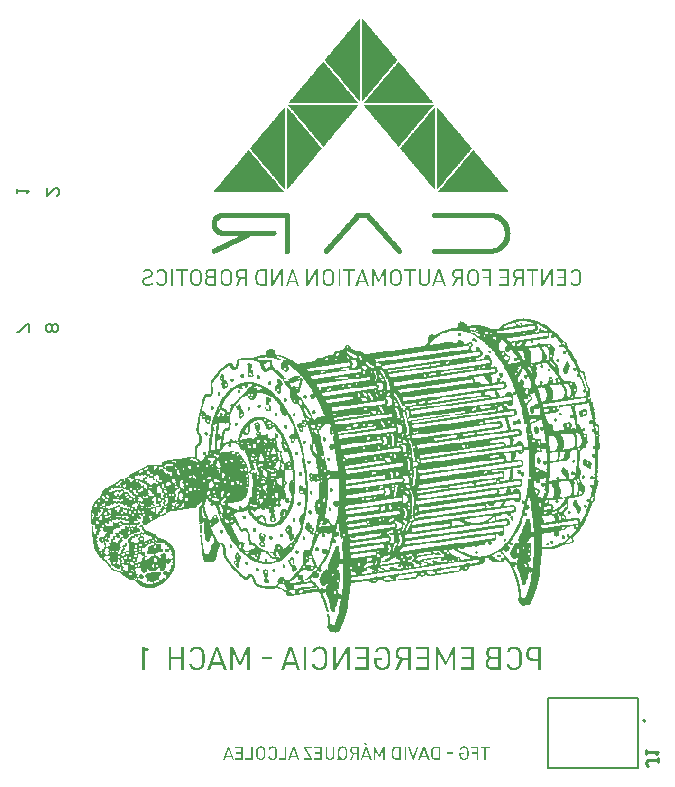
<source format=gbo>
G04 Layer_Color=32896*
%FSLAX25Y25*%
%MOIN*%
G70*
G01*
G75*
%ADD34C,0.01000*%
%ADD50C,0.00787*%
%ADD54C,0.00800*%
%ADD56C,0.00500*%
G36*
X113996Y47220D02*
X114224Y47193D01*
X114426Y47153D01*
X114628Y47113D01*
X114803Y47045D01*
X114978Y46978D01*
X115126Y46898D01*
X115260Y46830D01*
X115368Y46749D01*
X115475Y46669D01*
X115556Y46602D01*
X115637Y46548D01*
X115691Y46494D01*
X115731Y46454D01*
X115744Y46427D01*
X115758Y46413D01*
X115865Y46265D01*
X115959Y46104D01*
X116040Y45956D01*
X116094Y45808D01*
X116148Y45687D01*
X116175Y45593D01*
X116188Y45526D01*
X116201Y45499D01*
X116242Y45283D01*
X116269Y45055D01*
X116296Y44826D01*
X116309Y44598D01*
Y44409D01*
X116323Y44248D01*
Y44181D01*
Y44140D01*
Y44113D01*
Y44100D01*
Y42526D01*
Y42244D01*
X116309Y41988D01*
X116282Y41760D01*
X116269Y41571D01*
X116242Y41423D01*
X116228Y41316D01*
X116215Y41249D01*
Y41222D01*
X116175Y41047D01*
X116121Y40885D01*
X116054Y40737D01*
X116000Y40616D01*
X115946Y40509D01*
X115906Y40428D01*
X115879Y40374D01*
X115865Y40361D01*
X115731Y40199D01*
X115583Y40051D01*
X115435Y39917D01*
X115260Y39809D01*
X115099Y39715D01*
X114924Y39634D01*
X114749Y39581D01*
X114574Y39527D01*
X114413Y39487D01*
X114265Y39460D01*
X114117Y39433D01*
X114009Y39419D01*
X113902Y39406D01*
X113767D01*
X113391Y39419D01*
X113054Y39473D01*
X112758Y39540D01*
X112516Y39621D01*
X112328Y39688D01*
X112247Y39729D01*
X112194Y39755D01*
X112140Y39783D01*
X112099Y39809D01*
X112086Y39823D01*
X112072D01*
X111938Y39917D01*
X111830Y40025D01*
X111723Y40146D01*
X111642Y40267D01*
X111507Y40509D01*
X111400Y40737D01*
X111333Y40953D01*
X111319Y41047D01*
X111306Y41127D01*
X111292Y41195D01*
X111279Y41249D01*
Y41275D01*
Y41289D01*
X112099Y41396D01*
X112140Y41195D01*
X112207Y41020D01*
X112288Y40872D01*
X112368Y40737D01*
X112435Y40643D01*
X112503Y40562D01*
X112543Y40522D01*
X112557Y40509D01*
X112731Y40388D01*
X112920Y40293D01*
X113121Y40240D01*
X113296Y40186D01*
X113471Y40159D01*
X113606Y40146D01*
X113727D01*
X114023Y40172D01*
X114292Y40226D01*
X114507Y40293D01*
X114682Y40388D01*
X114816Y40482D01*
X114910Y40549D01*
X114978Y40603D01*
X114991Y40630D01*
X115072Y40737D01*
X115139Y40872D01*
X115247Y41168D01*
X115327Y41491D01*
X115381Y41813D01*
X115408Y42109D01*
X115421Y42244D01*
Y42351D01*
X115435Y42445D01*
Y42513D01*
Y42567D01*
Y42580D01*
Y44060D01*
Y44275D01*
X115421Y44490D01*
X115408Y44678D01*
X115381Y44853D01*
X115354Y45015D01*
X115327Y45149D01*
X115287Y45283D01*
X115260Y45405D01*
X115233Y45499D01*
X115193Y45593D01*
X115166Y45674D01*
X115139Y45727D01*
X115112Y45781D01*
X115099Y45808D01*
X115085Y45835D01*
X115005Y45943D01*
X114924Y46050D01*
X114722Y46211D01*
X114493Y46319D01*
X114265Y46400D01*
X114063Y46454D01*
X113982Y46467D01*
X113902D01*
X113834Y46481D01*
X113740D01*
X113512Y46467D01*
X113310Y46440D01*
X113135Y46386D01*
X112987Y46346D01*
X112879Y46292D01*
X112785Y46238D01*
X112731Y46211D01*
X112718Y46198D01*
X112557Y46064D01*
X112435Y45916D01*
X112341Y45754D01*
X112261Y45606D01*
X112220Y45458D01*
X112180Y45351D01*
X112167Y45270D01*
Y45257D01*
Y45243D01*
X111346Y45297D01*
X111386Y45606D01*
X111467Y45875D01*
X111561Y46104D01*
X111655Y46306D01*
X111763Y46467D01*
X111857Y46575D01*
X111911Y46642D01*
X111938Y46669D01*
X112194Y46857D01*
X112489Y46992D01*
X112785Y47099D01*
X113081Y47166D01*
X113350Y47207D01*
X113458Y47220D01*
X113552D01*
X113646Y47234D01*
X113754D01*
X113996Y47220D01*
D02*
G37*
G36*
X134978D02*
X135206Y47193D01*
X135422Y47153D01*
X135623Y47113D01*
X135798Y47045D01*
X135973Y46978D01*
X136121Y46898D01*
X136256Y46830D01*
X136377Y46749D01*
X136484Y46669D01*
X136565Y46602D01*
X136632Y46548D01*
X136699Y46494D01*
X136740Y46454D01*
X136753Y46427D01*
X136767Y46413D01*
X136874Y46265D01*
X136968Y46117D01*
X137049Y45970D01*
X137116Y45821D01*
X137170Y45700D01*
X137197Y45606D01*
X137210Y45539D01*
X137224Y45512D01*
X137264Y45297D01*
X137305Y45068D01*
X137331Y44826D01*
X137345Y44598D01*
Y44396D01*
X137358Y44315D01*
Y44234D01*
Y44167D01*
Y44127D01*
Y44100D01*
Y44087D01*
Y42526D01*
Y42230D01*
X137345Y41975D01*
X137318Y41760D01*
X137305Y41571D01*
X137278Y41423D01*
X137264Y41316D01*
X137251Y41249D01*
Y41222D01*
X137210Y41047D01*
X137143Y40885D01*
X137089Y40737D01*
X137022Y40616D01*
X136968Y40509D01*
X136928Y40428D01*
X136901Y40374D01*
X136888Y40361D01*
X136753Y40199D01*
X136592Y40051D01*
X136417Y39917D01*
X136242Y39809D01*
X136067Y39715D01*
X135879Y39634D01*
X135691Y39581D01*
X135516Y39527D01*
X135341Y39487D01*
X135179Y39460D01*
X135045Y39433D01*
X134911Y39419D01*
X134816Y39406D01*
X134668D01*
X134413Y39419D01*
X134171Y39446D01*
X133956Y39487D01*
X133754Y39540D01*
X133565Y39594D01*
X133391Y39661D01*
X133229Y39742D01*
X133095Y39823D01*
X132974Y39890D01*
X132866Y39971D01*
X132772Y40038D01*
X132705Y40105D01*
X132637Y40146D01*
X132597Y40186D01*
X132584Y40213D01*
X132570Y40226D01*
X132463Y40374D01*
X132369Y40522D01*
X132301Y40657D01*
X132234Y40791D01*
X132194Y40899D01*
X132167Y40993D01*
X132140Y41047D01*
Y41074D01*
X132099Y41262D01*
X132059Y41477D01*
X132032Y41679D01*
X132019Y41881D01*
X132005Y42042D01*
Y42190D01*
Y42244D01*
Y42284D01*
Y42298D01*
Y42311D01*
Y43508D01*
X134480D01*
Y42795D01*
X132879D01*
Y42136D01*
X132893Y41827D01*
X132933Y41544D01*
X132987Y41316D01*
X133054Y41127D01*
X133122Y40979D01*
X133176Y40872D01*
X133216Y40805D01*
X133229Y40778D01*
X133323Y40670D01*
X133418Y40576D01*
X133646Y40415D01*
X133888Y40307D01*
X134130Y40226D01*
X134346Y40186D01*
X134440Y40159D01*
X134520D01*
X134588Y40146D01*
X134682D01*
X134991Y40172D01*
X135274Y40226D01*
X135489Y40293D01*
X135677Y40388D01*
X135825Y40482D01*
X135919Y40549D01*
X135986Y40603D01*
X136000Y40630D01*
X136081Y40737D01*
X136161Y40872D01*
X136269Y41168D01*
X136350Y41491D01*
X136417Y41800D01*
X136444Y42096D01*
X136457Y42230D01*
Y42338D01*
X136471Y42432D01*
Y42513D01*
Y42553D01*
Y42567D01*
Y44046D01*
Y44275D01*
X136457Y44477D01*
X136444Y44665D01*
X136417Y44840D01*
X136390Y45001D01*
X136363Y45149D01*
X136323Y45283D01*
X136296Y45405D01*
X136269Y45499D01*
X136229Y45593D01*
X136202Y45674D01*
X136175Y45727D01*
X136148Y45781D01*
X136134Y45808D01*
X136121Y45835D01*
X136040Y45943D01*
X135946Y46050D01*
X135717Y46211D01*
X135489Y46319D01*
X135260Y46400D01*
X135045Y46454D01*
X134951Y46467D01*
X134870D01*
X134803Y46481D01*
X134709D01*
X134480Y46467D01*
X134265Y46440D01*
X134090Y46386D01*
X133929Y46346D01*
X133808Y46292D01*
X133727Y46238D01*
X133660Y46211D01*
X133646Y46198D01*
X133485Y46064D01*
X133350Y45916D01*
X133256Y45754D01*
X133176Y45606D01*
X133122Y45458D01*
X133095Y45351D01*
X133068Y45270D01*
Y45257D01*
Y45243D01*
X132247Y45297D01*
X132288Y45606D01*
X132369Y45875D01*
X132463Y46117D01*
X132570Y46306D01*
X132678Y46467D01*
X132772Y46575D01*
X132839Y46642D01*
X132866Y46669D01*
X132987Y46763D01*
X133135Y46857D01*
X133431Y46992D01*
X133740Y47099D01*
X134036Y47166D01*
X134319Y47207D01*
X134426Y47220D01*
X134534D01*
X134615Y47234D01*
X134736D01*
X134978Y47220D01*
D02*
G37*
G36*
X178865D02*
X179094Y47193D01*
X179296Y47153D01*
X179497Y47113D01*
X179672Y47045D01*
X179847Y46978D01*
X179995Y46898D01*
X180129Y46830D01*
X180237Y46749D01*
X180345Y46669D01*
X180425Y46602D01*
X180506Y46548D01*
X180560Y46494D01*
X180600Y46454D01*
X180614Y46427D01*
X180627Y46413D01*
X180735Y46265D01*
X180829Y46104D01*
X180910Y45956D01*
X180963Y45808D01*
X181017Y45687D01*
X181044Y45593D01*
X181057Y45526D01*
X181071Y45499D01*
X181111Y45283D01*
X181138Y45055D01*
X181165Y44826D01*
X181178Y44598D01*
Y44409D01*
X181192Y44248D01*
Y44181D01*
Y44140D01*
Y44113D01*
Y44100D01*
Y42526D01*
Y42244D01*
X181178Y41988D01*
X181152Y41760D01*
X181138Y41571D01*
X181111Y41423D01*
X181098Y41316D01*
X181084Y41249D01*
Y41222D01*
X181044Y41047D01*
X180990Y40885D01*
X180923Y40737D01*
X180869Y40616D01*
X180815Y40509D01*
X180775Y40428D01*
X180748Y40374D01*
X180735Y40361D01*
X180600Y40199D01*
X180452Y40051D01*
X180304Y39917D01*
X180129Y39809D01*
X179968Y39715D01*
X179793Y39634D01*
X179618Y39581D01*
X179444Y39527D01*
X179282Y39487D01*
X179134Y39460D01*
X178986Y39433D01*
X178878Y39419D01*
X178771Y39406D01*
X178636D01*
X178260Y39419D01*
X177924Y39473D01*
X177628Y39540D01*
X177386Y39621D01*
X177197Y39688D01*
X177117Y39729D01*
X177063Y39755D01*
X177009Y39783D01*
X176969Y39809D01*
X176955Y39823D01*
X176942D01*
X176807Y39917D01*
X176700Y40025D01*
X176592Y40146D01*
X176511Y40267D01*
X176377Y40509D01*
X176269Y40737D01*
X176202Y40953D01*
X176189Y41047D01*
X176175Y41127D01*
X176162Y41195D01*
X176148Y41249D01*
Y41275D01*
Y41289D01*
X176969Y41396D01*
X177009Y41195D01*
X177076Y41020D01*
X177157Y40872D01*
X177238Y40737D01*
X177305Y40643D01*
X177372Y40562D01*
X177412Y40522D01*
X177426Y40509D01*
X177601Y40388D01*
X177789Y40293D01*
X177991Y40240D01*
X178166Y40186D01*
X178341Y40159D01*
X178475Y40146D01*
X178596D01*
X178892Y40172D01*
X179161Y40226D01*
X179376Y40293D01*
X179551Y40388D01*
X179685Y40482D01*
X179780Y40549D01*
X179847Y40603D01*
X179860Y40630D01*
X179941Y40737D01*
X180008Y40872D01*
X180116Y41168D01*
X180197Y41491D01*
X180251Y41813D01*
X180277Y42109D01*
X180291Y42244D01*
Y42351D01*
X180304Y42445D01*
Y42513D01*
Y42567D01*
Y42580D01*
Y44060D01*
Y44275D01*
X180291Y44490D01*
X180277Y44678D01*
X180251Y44853D01*
X180224Y45015D01*
X180197Y45149D01*
X180156Y45283D01*
X180129Y45405D01*
X180103Y45499D01*
X180062Y45593D01*
X180035Y45674D01*
X180008Y45727D01*
X179981Y45781D01*
X179968Y45808D01*
X179955Y45835D01*
X179874Y45943D01*
X179793Y46050D01*
X179591Y46211D01*
X179363Y46319D01*
X179134Y46400D01*
X178932Y46454D01*
X178852Y46467D01*
X178771D01*
X178704Y46481D01*
X178610D01*
X178381Y46467D01*
X178179Y46440D01*
X178004Y46386D01*
X177856Y46346D01*
X177749Y46292D01*
X177655Y46238D01*
X177601Y46211D01*
X177587Y46198D01*
X177426Y46064D01*
X177305Y45916D01*
X177211Y45754D01*
X177130Y45606D01*
X177090Y45458D01*
X177049Y45351D01*
X177036Y45270D01*
Y45257D01*
Y45243D01*
X176216Y45297D01*
X176256Y45606D01*
X176337Y45875D01*
X176431Y46104D01*
X176525Y46306D01*
X176632Y46467D01*
X176726Y46575D01*
X176780Y46642D01*
X176807Y46669D01*
X177063Y46857D01*
X177359Y46992D01*
X177655Y47099D01*
X177951Y47166D01*
X178219Y47207D01*
X178327Y47220D01*
X178421D01*
X178515Y47234D01*
X178623D01*
X178865Y47220D01*
D02*
G37*
G36*
X174238Y39500D02*
X171064D01*
X170889Y39513D01*
X170728Y39527D01*
X170607Y39540D01*
X170499Y39554D01*
X170432Y39567D01*
X170378Y39581D01*
X170365D01*
X170123Y39675D01*
X170028Y39729D01*
X169934Y39783D01*
X169867Y39823D01*
X169800Y39863D01*
X169773Y39890D01*
X169759Y39904D01*
X169638Y40011D01*
X169531Y40132D01*
X169450Y40253D01*
X169369Y40388D01*
X169248Y40670D01*
X169168Y40939D01*
X169127Y41181D01*
X169100Y41289D01*
Y41370D01*
X169087Y41450D01*
Y41504D01*
Y41544D01*
Y41558D01*
X169100Y41840D01*
X169141Y42096D01*
X169195Y42325D01*
X169248Y42513D01*
X169316Y42674D01*
X169369Y42782D01*
X169410Y42849D01*
X169423Y42876D01*
X169491Y42997D01*
X169571Y43078D01*
X169612Y43132D01*
X169638Y43145D01*
X169692Y43185D01*
X169746Y43226D01*
X169880Y43320D01*
X169948Y43360D01*
X169988Y43400D01*
X170028Y43414D01*
X170042Y43427D01*
X170136Y43495D01*
X169975Y43602D01*
X169840Y43723D01*
X169719Y43844D01*
X169612Y43979D01*
X169531Y44113D01*
X169450Y44248D01*
X169343Y44530D01*
X169289Y44772D01*
X169262Y44880D01*
X169248Y44974D01*
X169235Y45055D01*
Y45109D01*
Y45149D01*
Y45162D01*
Y45337D01*
X169262Y45512D01*
X169329Y45808D01*
X169423Y46064D01*
X169531Y46292D01*
X169638Y46454D01*
X169732Y46588D01*
X169800Y46655D01*
X169813Y46682D01*
X169827D01*
X169934Y46776D01*
X170042Y46844D01*
X170257Y46965D01*
X170338Y46992D01*
X170405Y47019D01*
X170459Y47045D01*
X170472D01*
X170620Y47086D01*
X170768Y47113D01*
X170930Y47126D01*
X171078Y47140D01*
X171212Y47153D01*
X174238D01*
Y39500D01*
D02*
G37*
G36*
X187513D02*
X186626D01*
Y42472D01*
X184797D01*
X184595Y42486D01*
X184406Y42513D01*
X184258Y42540D01*
X184124Y42553D01*
X184043Y42580D01*
X183976Y42594D01*
X183963D01*
X183815Y42647D01*
X183680Y42701D01*
X183559Y42768D01*
X183451Y42836D01*
X183371Y42889D01*
X183304Y42943D01*
X183263Y42970D01*
X183250Y42984D01*
X183129Y43105D01*
X183035Y43239D01*
X182940Y43374D01*
X182873Y43522D01*
X182752Y43817D01*
X182671Y44127D01*
X182631Y44396D01*
X182604Y44503D01*
Y44611D01*
X182591Y44692D01*
Y44759D01*
Y44799D01*
Y44813D01*
X182618Y45216D01*
X182671Y45553D01*
X182766Y45848D01*
X182860Y46104D01*
X182967Y46292D01*
X183008Y46360D01*
X183062Y46427D01*
X183088Y46467D01*
X183115Y46507D01*
X183142Y46534D01*
X183263Y46655D01*
X183384Y46749D01*
X183519Y46830D01*
X183640Y46898D01*
X183734Y46951D01*
X183815Y46978D01*
X183882Y47005D01*
X183895D01*
X184070Y47059D01*
X184258Y47086D01*
X184447Y47113D01*
X184622Y47140D01*
X184797D01*
X184918Y47153D01*
X187513D01*
Y39500D01*
D02*
G37*
G36*
X73121Y47220D02*
X73350Y47193D01*
X73552Y47153D01*
X73753Y47113D01*
X73928Y47045D01*
X74103Y46978D01*
X74251Y46898D01*
X74385Y46830D01*
X74493Y46749D01*
X74601Y46669D01*
X74681Y46602D01*
X74762Y46548D01*
X74816Y46494D01*
X74856Y46454D01*
X74870Y46427D01*
X74883Y46413D01*
X74991Y46265D01*
X75085Y46104D01*
X75166Y45956D01*
X75219Y45808D01*
X75273Y45687D01*
X75300Y45593D01*
X75314Y45526D01*
X75327Y45499D01*
X75367Y45283D01*
X75394Y45055D01*
X75421Y44826D01*
X75435Y44598D01*
Y44409D01*
X75448Y44248D01*
Y44181D01*
Y44140D01*
Y44113D01*
Y44100D01*
Y42526D01*
Y42244D01*
X75435Y41988D01*
X75408Y41760D01*
X75394Y41571D01*
X75367Y41423D01*
X75354Y41316D01*
X75340Y41249D01*
Y41222D01*
X75300Y41047D01*
X75246Y40885D01*
X75179Y40737D01*
X75125Y40616D01*
X75072Y40509D01*
X75031Y40428D01*
X75004Y40374D01*
X74991Y40361D01*
X74856Y40199D01*
X74708Y40051D01*
X74560Y39917D01*
X74385Y39809D01*
X74224Y39715D01*
X74049Y39634D01*
X73874Y39581D01*
X73699Y39527D01*
X73538Y39487D01*
X73390Y39460D01*
X73242Y39433D01*
X73135Y39419D01*
X73027Y39406D01*
X72893D01*
X72516Y39419D01*
X72180Y39473D01*
X71884Y39540D01*
X71642Y39621D01*
X71453Y39688D01*
X71373Y39729D01*
X71319Y39755D01*
X71265Y39783D01*
X71225Y39809D01*
X71211Y39823D01*
X71198D01*
X71063Y39917D01*
X70956Y40025D01*
X70848Y40146D01*
X70767Y40267D01*
X70633Y40509D01*
X70525Y40737D01*
X70458Y40953D01*
X70445Y41047D01*
X70431Y41127D01*
X70418Y41195D01*
X70404Y41249D01*
Y41275D01*
Y41289D01*
X71225Y41396D01*
X71265Y41195D01*
X71332Y41020D01*
X71413Y40872D01*
X71494Y40737D01*
X71561Y40643D01*
X71628Y40562D01*
X71669Y40522D01*
X71682Y40509D01*
X71857Y40388D01*
X72045Y40293D01*
X72247Y40240D01*
X72422Y40186D01*
X72597Y40159D01*
X72731Y40146D01*
X72852D01*
X73148Y40172D01*
X73417Y40226D01*
X73632Y40293D01*
X73807Y40388D01*
X73942Y40482D01*
X74036Y40549D01*
X74103Y40603D01*
X74116Y40630D01*
X74197Y40737D01*
X74264Y40872D01*
X74372Y41168D01*
X74453Y41491D01*
X74507Y41813D01*
X74533Y42109D01*
X74547Y42244D01*
Y42351D01*
X74560Y42445D01*
Y42513D01*
Y42567D01*
Y42580D01*
Y44060D01*
Y44275D01*
X74547Y44490D01*
X74533Y44678D01*
X74507Y44853D01*
X74480Y45015D01*
X74453Y45149D01*
X74412Y45283D01*
X74385Y45405D01*
X74359Y45499D01*
X74318Y45593D01*
X74291Y45674D01*
X74264Y45727D01*
X74238Y45781D01*
X74224Y45808D01*
X74211Y45835D01*
X74130Y45943D01*
X74049Y46050D01*
X73848Y46211D01*
X73619Y46319D01*
X73390Y46400D01*
X73189Y46454D01*
X73108Y46467D01*
X73027D01*
X72960Y46481D01*
X72866D01*
X72637Y46467D01*
X72435Y46440D01*
X72260Y46386D01*
X72113Y46346D01*
X72005Y46292D01*
X71911Y46238D01*
X71857Y46211D01*
X71843Y46198D01*
X71682Y46064D01*
X71561Y45916D01*
X71467Y45754D01*
X71386Y45606D01*
X71346Y45458D01*
X71305Y45351D01*
X71292Y45270D01*
Y45257D01*
Y45243D01*
X70472Y45297D01*
X70512Y45606D01*
X70593Y45875D01*
X70687Y46104D01*
X70781Y46306D01*
X70889Y46467D01*
X70983Y46575D01*
X71036Y46642D01*
X71063Y46669D01*
X71319Y46857D01*
X71615Y46992D01*
X71911Y47099D01*
X72207Y47166D01*
X72476Y47207D01*
X72583Y47220D01*
X72677D01*
X72772Y47234D01*
X72879D01*
X73121Y47220D01*
D02*
G37*
G36*
X97748Y43010D02*
X94735D01*
Y43764D01*
X97748D01*
Y43010D01*
D02*
G37*
G36*
X68494Y39500D02*
X67593D01*
Y42984D01*
X64325D01*
Y39500D01*
X63424D01*
Y47153D01*
X64325D01*
Y43737D01*
X67593D01*
Y47153D01*
X68494D01*
Y39500D01*
D02*
G37*
G36*
X57008Y46333D02*
X56726Y45620D01*
X55408Y46198D01*
Y39500D01*
X54520D01*
Y47153D01*
X55125D01*
X57008Y46333D01*
D02*
G37*
G36*
X123881Y39500D02*
X123007D01*
Y45620D01*
X119241Y39500D01*
X118380D01*
Y47153D01*
X119241D01*
Y41020D01*
X123021Y47153D01*
X123881D01*
Y39500D01*
D02*
G37*
G36*
X90445D02*
X89584D01*
Y45405D01*
X87459Y41060D01*
X86894D01*
X84782Y45405D01*
Y39500D01*
X83922D01*
Y47153D01*
X84782D01*
X87176Y42136D01*
X89584Y47153D01*
X90445D01*
Y39500D01*
D02*
G37*
G36*
X159053D02*
X158193D01*
Y45405D01*
X156067Y41060D01*
X155502D01*
X153391Y45405D01*
Y39500D01*
X152530D01*
Y47153D01*
X153391D01*
X155785Y42136D01*
X158193Y47153D01*
X159053D01*
Y39500D01*
D02*
G37*
G36*
X135796Y167500D02*
X135181D01*
Y171719D01*
X133663Y168615D01*
X133259D01*
X131750Y171719D01*
Y167500D01*
X131135D01*
Y172968D01*
X131750D01*
X133461Y169384D01*
X135181Y172968D01*
X135796D01*
Y167500D01*
D02*
G37*
G36*
X74426Y87273D02*
Y86972D01*
Y86672D01*
Y86371D01*
Y86071D01*
Y85770D01*
Y85470D01*
Y85169D01*
X73825D01*
Y85470D01*
Y85770D01*
Y86071D01*
Y86371D01*
Y86672D01*
Y86972D01*
Y87273D01*
Y87573D01*
X74426D01*
Y87273D01*
D02*
G37*
G36*
X82805Y39500D02*
X81850D01*
X81272Y41168D01*
X77909D01*
X77331Y39500D01*
X76363D01*
X79174Y47153D01*
X80008D01*
X82805Y39500D01*
D02*
G37*
G36*
X101661Y167500D02*
X101037D01*
Y171873D01*
X98346Y167500D01*
X97731D01*
Y172968D01*
X98346D01*
Y168586D01*
X101046Y172968D01*
X101661D01*
Y167500D01*
D02*
G37*
G36*
X113309D02*
X112684D01*
Y171873D01*
X109993Y167500D01*
X109378D01*
Y172968D01*
X109993D01*
Y168586D01*
X112694Y172968D01*
X113309D01*
Y167500D01*
D02*
G37*
G36*
X191601D02*
X190977D01*
Y171873D01*
X188286Y167500D01*
X187671D01*
Y172968D01*
X188286D01*
Y168586D01*
X190986Y172968D01*
X191601D01*
Y167500D01*
D02*
G37*
G36*
X144097Y39500D02*
X143209D01*
Y42795D01*
X141555D01*
X139981Y39500D01*
X138986D01*
X140681Y42889D01*
X140412Y42957D01*
X140183Y43051D01*
X139981Y43145D01*
X139820Y43253D01*
X139699Y43347D01*
X139604Y43427D01*
X139551Y43481D01*
X139537Y43495D01*
X139389Y43710D01*
X139282Y43952D01*
X139201Y44208D01*
X139147Y44450D01*
X139120Y44678D01*
X139107Y44772D01*
X139093Y44853D01*
Y44920D01*
Y44974D01*
Y45001D01*
Y45015D01*
X139120Y45378D01*
X139174Y45687D01*
X139268Y45956D01*
X139362Y46185D01*
X139470Y46360D01*
X139564Y46481D01*
X139618Y46561D01*
X139645Y46588D01*
X139766Y46696D01*
X139887Y46776D01*
X140008Y46857D01*
X140116Y46911D01*
X140223Y46965D01*
X140304Y46992D01*
X140358Y47019D01*
X140371D01*
X140533Y47059D01*
X140721Y47099D01*
X140909Y47126D01*
X141084Y47140D01*
X141232Y47153D01*
X144097D01*
Y39500D01*
D02*
G37*
G36*
X150311D02*
X145818D01*
Y40240D01*
X149423D01*
Y42984D01*
X146356D01*
Y43737D01*
X149423D01*
Y46400D01*
X145832D01*
Y47153D01*
X150311D01*
Y39500D01*
D02*
G37*
G36*
X165254D02*
X160761D01*
Y40240D01*
X164366D01*
Y42984D01*
X161299D01*
Y43737D01*
X164366D01*
Y46400D01*
X160775D01*
Y47153D01*
X165254D01*
Y39500D01*
D02*
G37*
G36*
X107351D02*
X106396D01*
X105818Y41168D01*
X102456D01*
X101877Y39500D01*
X100909D01*
X103720Y47153D01*
X104554D01*
X107351Y39500D01*
D02*
G37*
G36*
X109369D02*
X108468D01*
Y47153D01*
X109369D01*
Y39500D01*
D02*
G37*
G36*
X130082D02*
X125590D01*
Y40240D01*
X129194D01*
Y42984D01*
X126128D01*
Y43737D01*
X129194D01*
Y46400D01*
X125603D01*
Y47153D01*
X130082D01*
Y39500D01*
D02*
G37*
G36*
X166675Y9500D02*
X166161D01*
Y11458D01*
X164441D01*
Y11889D01*
X166161D01*
Y13440D01*
X164141D01*
Y13870D01*
X166675D01*
Y9500D01*
D02*
G37*
G36*
X170508Y13440D02*
X169248D01*
Y9500D01*
X168734D01*
Y13440D01*
X167489D01*
Y13870D01*
X170508D01*
Y13440D01*
D02*
G37*
G36*
X98247Y13908D02*
X98377Y13893D01*
X98492Y13870D01*
X98607Y13847D01*
X98707Y13808D01*
X98807Y13770D01*
X98892Y13724D01*
X98968Y13686D01*
X99030Y13640D01*
X99091Y13593D01*
X99137Y13555D01*
X99183Y13524D01*
X99214Y13494D01*
X99237Y13471D01*
X99245Y13455D01*
X99253Y13447D01*
X99314Y13363D01*
X99368Y13271D01*
X99414Y13186D01*
X99445Y13102D01*
X99475Y13033D01*
X99491Y12979D01*
X99498Y12941D01*
X99506Y12925D01*
X99529Y12802D01*
X99545Y12672D01*
X99560Y12541D01*
X99568Y12411D01*
Y12303D01*
X99575Y12211D01*
Y12173D01*
Y12150D01*
Y12134D01*
Y12127D01*
Y11228D01*
Y11067D01*
X99568Y10921D01*
X99552Y10790D01*
X99545Y10683D01*
X99529Y10598D01*
X99521Y10537D01*
X99514Y10498D01*
Y10483D01*
X99491Y10383D01*
X99460Y10291D01*
X99422Y10207D01*
X99391Y10137D01*
X99360Y10076D01*
X99337Y10030D01*
X99322Y9999D01*
X99314Y9991D01*
X99237Y9899D01*
X99153Y9815D01*
X99068Y9738D01*
X98968Y9677D01*
X98876Y9623D01*
X98777Y9577D01*
X98677Y9546D01*
X98577Y9515D01*
X98485Y9492D01*
X98400Y9477D01*
X98316Y9462D01*
X98254Y9454D01*
X98193Y9446D01*
X98116D01*
X97901Y9454D01*
X97709Y9485D01*
X97540Y9523D01*
X97402Y9569D01*
X97294Y9607D01*
X97248Y9631D01*
X97217Y9646D01*
X97187Y9661D01*
X97164Y9677D01*
X97156Y9684D01*
X97148D01*
X97071Y9738D01*
X97010Y9799D01*
X96949Y9869D01*
X96903Y9938D01*
X96826Y10076D01*
X96764Y10207D01*
X96726Y10329D01*
X96718Y10383D01*
X96711Y10429D01*
X96703Y10468D01*
X96695Y10498D01*
Y10514D01*
Y10521D01*
X97164Y10583D01*
X97187Y10468D01*
X97225Y10368D01*
X97271Y10283D01*
X97317Y10207D01*
X97356Y10153D01*
X97394Y10107D01*
X97417Y10084D01*
X97425Y10076D01*
X97525Y10007D01*
X97632Y9953D01*
X97747Y9922D01*
X97847Y9892D01*
X97947Y9876D01*
X98024Y9869D01*
X98093D01*
X98262Y9884D01*
X98415Y9915D01*
X98538Y9953D01*
X98638Y10007D01*
X98715Y10061D01*
X98769Y10099D01*
X98807Y10130D01*
X98815Y10145D01*
X98861Y10207D01*
X98899Y10283D01*
X98961Y10452D01*
X99007Y10637D01*
X99038Y10821D01*
X99053Y10990D01*
X99061Y11067D01*
Y11128D01*
X99068Y11182D01*
Y11220D01*
Y11251D01*
Y11259D01*
Y12104D01*
Y12226D01*
X99061Y12349D01*
X99053Y12457D01*
X99038Y12557D01*
X99022Y12649D01*
X99007Y12726D01*
X98984Y12802D01*
X98968Y12871D01*
X98953Y12925D01*
X98930Y12979D01*
X98915Y13025D01*
X98899Y13056D01*
X98884Y13087D01*
X98876Y13102D01*
X98869Y13117D01*
X98823Y13179D01*
X98777Y13240D01*
X98661Y13332D01*
X98531Y13394D01*
X98400Y13440D01*
X98285Y13471D01*
X98239Y13478D01*
X98193D01*
X98154Y13486D01*
X98101D01*
X97970Y13478D01*
X97855Y13463D01*
X97755Y13432D01*
X97671Y13409D01*
X97609Y13378D01*
X97555Y13348D01*
X97525Y13332D01*
X97517Y13325D01*
X97425Y13248D01*
X97356Y13163D01*
X97302Y13071D01*
X97256Y12987D01*
X97233Y12902D01*
X97210Y12841D01*
X97202Y12795D01*
Y12787D01*
Y12779D01*
X96734Y12810D01*
X96757Y12987D01*
X96803Y13140D01*
X96856Y13271D01*
X96910Y13386D01*
X96972Y13478D01*
X97025Y13540D01*
X97056Y13578D01*
X97071Y13593D01*
X97217Y13701D01*
X97386Y13778D01*
X97555Y13839D01*
X97724Y13878D01*
X97878Y13901D01*
X97939Y13908D01*
X97993D01*
X98047Y13916D01*
X98108D01*
X98247Y13908D01*
D02*
G37*
G36*
X142629Y9500D02*
X142115D01*
Y13870D01*
X142629D01*
Y9500D01*
D02*
G37*
G36*
X150409D02*
X149864D01*
X149534Y10452D01*
X147614D01*
X147283Y9500D01*
X146730D01*
X148336Y13870D01*
X148812D01*
X150409Y9500D01*
D02*
G37*
G36*
X153927D02*
X152529D01*
X152391Y9508D01*
X152268Y9515D01*
X152145Y9531D01*
X152037Y9554D01*
X151930Y9584D01*
X151838Y9615D01*
X151753Y9646D01*
X151676Y9684D01*
X151607Y9715D01*
X151546Y9746D01*
X151492Y9776D01*
X151454Y9807D01*
X151415Y9830D01*
X151392Y9846D01*
X151384Y9861D01*
X151377D01*
X151292Y9945D01*
X151223Y10038D01*
X151162Y10137D01*
X151116Y10245D01*
X151070Y10352D01*
X151039Y10460D01*
X150985Y10667D01*
X150970Y10767D01*
X150954Y10859D01*
X150947Y10944D01*
X150939Y11013D01*
Y11074D01*
Y11120D01*
Y11151D01*
Y11159D01*
Y12203D01*
Y12342D01*
X150947Y12472D01*
X150962Y12595D01*
X150985Y12710D01*
X151008Y12818D01*
X151039Y12918D01*
X151070Y13010D01*
X151100Y13087D01*
X151131Y13156D01*
X151169Y13217D01*
X151192Y13271D01*
X151223Y13317D01*
X151246Y13348D01*
X151262Y13371D01*
X151269Y13386D01*
X151277Y13394D01*
X151354Y13478D01*
X151446Y13555D01*
X151538Y13616D01*
X151638Y13670D01*
X151745Y13716D01*
X151845Y13755D01*
X152053Y13816D01*
X152145Y13832D01*
X152237Y13847D01*
X152321Y13855D01*
X152391Y13862D01*
X152444Y13870D01*
X153927D01*
Y9500D01*
D02*
G37*
G36*
X135479D02*
X134988D01*
Y12871D01*
X133774Y10391D01*
X133452D01*
X132246Y12871D01*
Y9500D01*
X131754D01*
Y13870D01*
X132246D01*
X133613Y11005D01*
X134988Y13870D01*
X135479D01*
Y9500D01*
D02*
G37*
G36*
X158097Y11505D02*
X156377D01*
Y11935D01*
X158097D01*
Y11505D01*
D02*
G37*
G36*
X129550Y14323D02*
X129189D01*
X128498Y15199D01*
X129097D01*
X129550Y14323D01*
D02*
G37*
G36*
X118737Y11097D02*
Y10951D01*
X118729Y10813D01*
X118721Y10706D01*
X118714Y10606D01*
X118706Y10537D01*
X118698Y10483D01*
X118691Y10445D01*
Y10437D01*
X118645Y10276D01*
X118622Y10207D01*
X118591Y10145D01*
X118568Y10091D01*
X118545Y10053D01*
X118537Y10030D01*
X118529Y10022D01*
X118453Y9922D01*
X118368Y9830D01*
X118268Y9753D01*
X118168Y9692D01*
X118069Y9631D01*
X117961Y9584D01*
X117854Y9546D01*
X117746Y9515D01*
X117646Y9492D01*
X117554Y9477D01*
X117470Y9462D01*
X117393Y9454D01*
X117331D01*
X117285Y9446D01*
X117247D01*
X117086Y9454D01*
X116940Y9462D01*
X116817Y9485D01*
X116709Y9508D01*
X116625Y9523D01*
X116563Y9546D01*
X116525Y9554D01*
X116510Y9561D01*
X116402Y9615D01*
X116310Y9677D01*
X116225Y9738D01*
X116149Y9799D01*
X116095Y9853D01*
X116049Y9899D01*
X116018Y9938D01*
X116010Y9945D01*
X115957Y10022D01*
X115911Y10091D01*
X115880Y10168D01*
X115849Y10237D01*
X115826Y10299D01*
X115811Y10345D01*
X115803Y10375D01*
Y10383D01*
X115788Y10491D01*
X115772Y10598D01*
X115765Y10721D01*
X115757Y10836D01*
X115749Y10936D01*
Y11021D01*
Y11051D01*
Y11074D01*
Y11090D01*
Y11097D01*
Y13870D01*
X116256D01*
Y11097D01*
X116264Y10913D01*
X116271Y10752D01*
X116295Y10614D01*
X116318Y10506D01*
X116341Y10422D01*
X116356Y10360D01*
X116371Y10329D01*
X116379Y10314D01*
X116425Y10237D01*
X116479Y10168D01*
X116540Y10107D01*
X116586Y10061D01*
X116640Y10022D01*
X116671Y9999D01*
X116702Y9984D01*
X116709Y9976D01*
X116794Y9938D01*
X116878Y9915D01*
X116970Y9892D01*
X117055Y9884D01*
X117132Y9876D01*
X117193Y9869D01*
X117247D01*
X117354Y9876D01*
X117454Y9884D01*
X117539Y9899D01*
X117608Y9915D01*
X117669Y9930D01*
X117708Y9945D01*
X117738Y9961D01*
X117746D01*
X117815Y9999D01*
X117877Y10045D01*
X117930Y10091D01*
X117976Y10145D01*
X118015Y10183D01*
X118046Y10222D01*
X118061Y10245D01*
X118069Y10253D01*
X118122Y10368D01*
X118161Y10475D01*
X118176Y10514D01*
X118184Y10552D01*
X118192Y10575D01*
Y10583D01*
X118207Y10660D01*
X118215Y10744D01*
X118222Y10829D01*
Y10913D01*
X118230Y10982D01*
Y11044D01*
Y11082D01*
Y11097D01*
Y13870D01*
X118737D01*
Y11097D01*
D02*
G37*
G36*
X162075Y13908D02*
X162206Y13893D01*
X162329Y13870D01*
X162444Y13847D01*
X162543Y13808D01*
X162643Y13770D01*
X162728Y13724D01*
X162805Y13686D01*
X162874Y13640D01*
X162935Y13593D01*
X162981Y13555D01*
X163020Y13524D01*
X163058Y13494D01*
X163081Y13471D01*
X163089Y13455D01*
X163096Y13447D01*
X163158Y13363D01*
X163212Y13279D01*
X163258Y13194D01*
X163296Y13110D01*
X163327Y13040D01*
X163342Y12987D01*
X163350Y12948D01*
X163358Y12933D01*
X163381Y12810D01*
X163404Y12679D01*
X163419Y12541D01*
X163427Y12411D01*
Y12296D01*
X163434Y12249D01*
Y12203D01*
Y12165D01*
Y12142D01*
Y12127D01*
Y12119D01*
Y11228D01*
Y11059D01*
X163427Y10913D01*
X163411Y10790D01*
X163404Y10683D01*
X163388Y10598D01*
X163381Y10537D01*
X163373Y10498D01*
Y10483D01*
X163350Y10383D01*
X163312Y10291D01*
X163281Y10207D01*
X163242Y10137D01*
X163212Y10076D01*
X163189Y10030D01*
X163173Y9999D01*
X163166Y9991D01*
X163089Y9899D01*
X162997Y9815D01*
X162897Y9738D01*
X162797Y9677D01*
X162697Y9623D01*
X162590Y9577D01*
X162482Y9546D01*
X162382Y9515D01*
X162282Y9492D01*
X162190Y9477D01*
X162113Y9462D01*
X162037Y9454D01*
X161983Y9446D01*
X161898D01*
X161752Y9454D01*
X161614Y9469D01*
X161491Y9492D01*
X161376Y9523D01*
X161269Y9554D01*
X161169Y9592D01*
X161077Y9638D01*
X161000Y9684D01*
X160931Y9723D01*
X160869Y9769D01*
X160816Y9807D01*
X160777Y9846D01*
X160739Y9869D01*
X160716Y9892D01*
X160708Y9907D01*
X160700Y9915D01*
X160639Y9999D01*
X160585Y10084D01*
X160547Y10160D01*
X160508Y10237D01*
X160485Y10299D01*
X160470Y10352D01*
X160455Y10383D01*
Y10399D01*
X160432Y10506D01*
X160408Y10629D01*
X160393Y10744D01*
X160385Y10859D01*
X160378Y10951D01*
Y11036D01*
Y11067D01*
Y11090D01*
Y11097D01*
Y11105D01*
Y11789D01*
X161791D01*
Y11382D01*
X160877D01*
Y11005D01*
X160885Y10829D01*
X160908Y10667D01*
X160938Y10537D01*
X160977Y10429D01*
X161015Y10345D01*
X161046Y10283D01*
X161069Y10245D01*
X161077Y10230D01*
X161130Y10168D01*
X161184Y10114D01*
X161315Y10022D01*
X161453Y9961D01*
X161591Y9915D01*
X161714Y9892D01*
X161768Y9876D01*
X161814D01*
X161852Y9869D01*
X161906D01*
X162083Y9884D01*
X162244Y9915D01*
X162367Y9953D01*
X162474Y10007D01*
X162559Y10061D01*
X162613Y10099D01*
X162651Y10130D01*
X162659Y10145D01*
X162705Y10207D01*
X162751Y10283D01*
X162812Y10452D01*
X162858Y10637D01*
X162897Y10813D01*
X162912Y10982D01*
X162920Y11059D01*
Y11120D01*
X162927Y11174D01*
Y11220D01*
Y11243D01*
Y11251D01*
Y12096D01*
Y12226D01*
X162920Y12342D01*
X162912Y12449D01*
X162897Y12549D01*
X162881Y12641D01*
X162866Y12726D01*
X162843Y12802D01*
X162828Y12871D01*
X162812Y12925D01*
X162789Y12979D01*
X162774Y13025D01*
X162759Y13056D01*
X162743Y13087D01*
X162735Y13102D01*
X162728Y13117D01*
X162682Y13179D01*
X162628Y13240D01*
X162497Y13332D01*
X162367Y13394D01*
X162236Y13440D01*
X162113Y13471D01*
X162060Y13478D01*
X162014D01*
X161975Y13486D01*
X161921D01*
X161791Y13478D01*
X161668Y13463D01*
X161568Y13432D01*
X161476Y13409D01*
X161407Y13378D01*
X161361Y13348D01*
X161322Y13332D01*
X161315Y13325D01*
X161223Y13248D01*
X161146Y13163D01*
X161092Y13071D01*
X161046Y12987D01*
X161015Y12902D01*
X161000Y12841D01*
X160985Y12795D01*
Y12787D01*
Y12779D01*
X160516Y12810D01*
X160539Y12987D01*
X160585Y13140D01*
X160639Y13279D01*
X160700Y13386D01*
X160762Y13478D01*
X160816Y13540D01*
X160854Y13578D01*
X160869Y13593D01*
X160938Y13647D01*
X161023Y13701D01*
X161192Y13778D01*
X161369Y13839D01*
X161537Y13878D01*
X161699Y13901D01*
X161760Y13908D01*
X161822D01*
X161868Y13916D01*
X161937D01*
X162075Y13908D01*
D02*
G37*
G36*
X145217Y9500D02*
X144787D01*
X143336Y13870D01*
X143850D01*
X145002Y10237D01*
X146162Y13870D01*
X146677D01*
X145217Y9500D01*
D02*
G37*
G36*
X88201D02*
X85636D01*
Y9922D01*
X87694D01*
Y11489D01*
X85943D01*
Y11919D01*
X87694D01*
Y13440D01*
X85644D01*
Y13870D01*
X88201D01*
Y9500D01*
D02*
G37*
G36*
X91465D02*
X88900D01*
Y9922D01*
X90951D01*
Y13870D01*
X91465D01*
Y9500D01*
D02*
G37*
G36*
X102739D02*
X100174D01*
Y9922D01*
X102225D01*
Y13870D01*
X102739D01*
Y9500D01*
D02*
G37*
G36*
X94307Y13916D02*
X94437Y13901D01*
X94560Y13885D01*
X94675Y13855D01*
X94783Y13816D01*
X94875Y13778D01*
X94967Y13739D01*
X95044Y13701D01*
X95113Y13655D01*
X95175Y13616D01*
X95228Y13578D01*
X95267Y13540D01*
X95297Y13509D01*
X95320Y13494D01*
X95336Y13478D01*
X95344Y13471D01*
X95413Y13386D01*
X95474Y13294D01*
X95520Y13209D01*
X95559Y13133D01*
X95589Y13063D01*
X95612Y13002D01*
X95620Y12971D01*
X95628Y12956D01*
X95651Y12841D01*
X95674Y12718D01*
X95689Y12595D01*
X95697Y12480D01*
Y12380D01*
X95705Y12296D01*
Y12265D01*
Y12242D01*
Y12226D01*
Y12219D01*
Y11144D01*
Y10990D01*
X95697Y10859D01*
X95681Y10736D01*
X95666Y10637D01*
X95658Y10552D01*
X95643Y10498D01*
X95635Y10460D01*
Y10445D01*
X95605Y10345D01*
X95566Y10260D01*
X95535Y10176D01*
X95497Y10107D01*
X95459Y10045D01*
X95428Y10007D01*
X95413Y9976D01*
X95405Y9968D01*
X95320Y9876D01*
X95236Y9799D01*
X95136Y9730D01*
X95036Y9669D01*
X94937Y9615D01*
X94837Y9577D01*
X94637Y9515D01*
X94537Y9492D01*
X94453Y9477D01*
X94376Y9462D01*
X94307Y9454D01*
X94245Y9446D01*
X94169D01*
X94030Y9454D01*
X93900Y9469D01*
X93777Y9485D01*
X93662Y9515D01*
X93554Y9546D01*
X93462Y9584D01*
X93370Y9631D01*
X93293Y9669D01*
X93224Y9707D01*
X93162Y9753D01*
X93109Y9792D01*
X93070Y9823D01*
X93040Y9853D01*
X93009Y9876D01*
X93001Y9884D01*
X92993Y9892D01*
X92924Y9976D01*
X92871Y10061D01*
X92825Y10145D01*
X92786Y10222D01*
X92755Y10291D01*
X92732Y10345D01*
X92717Y10375D01*
Y10391D01*
X92686Y10506D01*
X92671Y10629D01*
X92655Y10752D01*
X92640Y10875D01*
Y10982D01*
X92633Y11067D01*
Y11097D01*
Y11120D01*
Y11136D01*
Y11144D01*
Y12219D01*
Y12372D01*
X92640Y12503D01*
X92655Y12626D01*
X92663Y12726D01*
X92679Y12802D01*
X92694Y12864D01*
X92702Y12895D01*
Y12910D01*
X92732Y13010D01*
X92763Y13102D01*
X92801Y13186D01*
X92840Y13255D01*
X92871Y13317D01*
X92901Y13355D01*
X92917Y13386D01*
X92924Y13394D01*
X93009Y13486D01*
X93093Y13570D01*
X93193Y13640D01*
X93293Y13701D01*
X93393Y13755D01*
X93500Y13793D01*
X93600Y13832D01*
X93700Y13855D01*
X93800Y13878D01*
X93884Y13893D01*
X93961Y13908D01*
X94030Y13916D01*
X94092Y13924D01*
X94169D01*
X94307Y13916D01*
D02*
G37*
G36*
X121563D02*
X121694Y13901D01*
X121817Y13885D01*
X121932Y13855D01*
X122039Y13816D01*
X122131Y13778D01*
X122223Y13739D01*
X122300Y13701D01*
X122369Y13655D01*
X122431Y13616D01*
X122485Y13578D01*
X122523Y13540D01*
X122554Y13509D01*
X122577Y13494D01*
X122592Y13478D01*
X122600Y13471D01*
X122669Y13386D01*
X122730Y13294D01*
X122776Y13209D01*
X122815Y13133D01*
X122846Y13063D01*
X122869Y13002D01*
X122876Y12971D01*
X122884Y12956D01*
X122907Y12841D01*
X122930Y12718D01*
X122945Y12595D01*
X122953Y12480D01*
Y12380D01*
X122961Y12296D01*
Y12265D01*
Y12242D01*
Y12226D01*
Y12219D01*
Y11144D01*
Y10990D01*
X122953Y10859D01*
X122938Y10736D01*
X122922Y10637D01*
X122915Y10552D01*
X122899Y10498D01*
X122892Y10460D01*
Y10445D01*
X122861Y10345D01*
X122823Y10260D01*
X122792Y10176D01*
X122753Y10107D01*
X122715Y10045D01*
X122684Y10007D01*
X122669Y9976D01*
X122661Y9968D01*
X122577Y9876D01*
X122492Y9799D01*
X122392Y9730D01*
X122293Y9669D01*
X122193Y9615D01*
X122093Y9577D01*
X121893Y9515D01*
X121793Y9492D01*
X121709Y9477D01*
X121632Y9462D01*
X121563Y9454D01*
X121502Y9446D01*
X121425D01*
X121302Y9454D01*
X121187Y9462D01*
X120972Y9500D01*
X120787Y9554D01*
X120711Y9584D01*
X120634Y9615D01*
X120572Y9646D01*
X120519Y9677D01*
X120465Y9707D01*
X120426Y9730D01*
X120396Y9753D01*
X120373Y9769D01*
X120365Y9784D01*
X120357D01*
X119858Y9392D01*
X119605Y9692D01*
X120104Y10099D01*
X120027Y10253D01*
X120004Y10329D01*
X119981Y10399D01*
X119966Y10452D01*
X119950Y10498D01*
X119943Y10529D01*
Y10537D01*
X119927Y10629D01*
X119912Y10729D01*
X119904Y10829D01*
X119896Y10928D01*
X119889Y11013D01*
Y11082D01*
Y11128D01*
Y11136D01*
Y11144D01*
Y12219D01*
Y12372D01*
X119896Y12503D01*
X119912Y12626D01*
X119920Y12726D01*
X119935Y12802D01*
X119950Y12864D01*
X119958Y12895D01*
Y12910D01*
X119989Y13010D01*
X120019Y13102D01*
X120058Y13186D01*
X120096Y13255D01*
X120127Y13317D01*
X120158Y13355D01*
X120173Y13386D01*
X120181Y13394D01*
X120265Y13486D01*
X120350Y13570D01*
X120449Y13640D01*
X120549Y13701D01*
X120649Y13755D01*
X120757Y13793D01*
X120856Y13832D01*
X120956Y13855D01*
X121056Y13878D01*
X121141Y13893D01*
X121217Y13908D01*
X121287Y13916D01*
X121348Y13924D01*
X121425D01*
X121563Y13916D01*
D02*
G37*
G36*
X85290Y9500D02*
X84745D01*
X84415Y10452D01*
X82495D01*
X82165Y9500D01*
X81612D01*
X83217Y13870D01*
X83693D01*
X85290Y9500D01*
D02*
G37*
G36*
X126809D02*
X126302D01*
Y11382D01*
X125357D01*
X124458Y9500D01*
X123890D01*
X124858Y11435D01*
X124704Y11474D01*
X124574Y11528D01*
X124458Y11581D01*
X124366Y11643D01*
X124297Y11697D01*
X124243Y11743D01*
X124213Y11773D01*
X124205Y11781D01*
X124120Y11904D01*
X124059Y12042D01*
X124013Y12188D01*
X123982Y12326D01*
X123967Y12457D01*
X123959Y12511D01*
X123951Y12557D01*
Y12595D01*
Y12626D01*
Y12641D01*
Y12649D01*
X123967Y12856D01*
X123998Y13033D01*
X124051Y13186D01*
X124105Y13317D01*
X124167Y13417D01*
X124220Y13486D01*
X124251Y13532D01*
X124266Y13547D01*
X124336Y13609D01*
X124405Y13655D01*
X124474Y13701D01*
X124535Y13732D01*
X124597Y13762D01*
X124643Y13778D01*
X124673Y13793D01*
X124681D01*
X124773Y13816D01*
X124881Y13839D01*
X124988Y13855D01*
X125088Y13862D01*
X125173Y13870D01*
X126809D01*
Y9500D01*
D02*
G37*
G36*
X131117D02*
X130572D01*
X130241Y10452D01*
X128321D01*
X127991Y9500D01*
X127438D01*
X129043Y13870D01*
X129519D01*
X131117Y9500D01*
D02*
G37*
G36*
X140848D02*
X139450D01*
X139312Y9508D01*
X139189Y9515D01*
X139066Y9531D01*
X138958Y9554D01*
X138851Y9584D01*
X138759Y9615D01*
X138674Y9646D01*
X138597Y9684D01*
X138528Y9715D01*
X138467Y9746D01*
X138413Y9776D01*
X138375Y9807D01*
X138336Y9830D01*
X138313Y9846D01*
X138305Y9861D01*
X138298D01*
X138213Y9945D01*
X138144Y10038D01*
X138083Y10137D01*
X138037Y10245D01*
X137991Y10352D01*
X137960Y10460D01*
X137906Y10667D01*
X137891Y10767D01*
X137875Y10859D01*
X137868Y10944D01*
X137860Y11013D01*
Y11074D01*
Y11120D01*
Y11151D01*
Y11159D01*
Y12203D01*
Y12342D01*
X137868Y12472D01*
X137883Y12595D01*
X137906Y12710D01*
X137929Y12818D01*
X137960Y12918D01*
X137991Y13010D01*
X138021Y13087D01*
X138052Y13156D01*
X138090Y13217D01*
X138113Y13271D01*
X138144Y13317D01*
X138167Y13348D01*
X138183Y13371D01*
X138190Y13386D01*
X138198Y13394D01*
X138275Y13478D01*
X138367Y13555D01*
X138459Y13616D01*
X138559Y13670D01*
X138666Y13716D01*
X138766Y13755D01*
X138974Y13816D01*
X139066Y13832D01*
X139158Y13847D01*
X139242Y13855D01*
X139312Y13862D01*
X139365Y13870D01*
X140848D01*
Y9500D01*
D02*
G37*
G36*
X107040D02*
X106495D01*
X106165Y10452D01*
X104245D01*
X103914Y9500D01*
X103361D01*
X104967Y13870D01*
X105443D01*
X107040Y9500D01*
D02*
G37*
G36*
X111164Y13440D02*
X109260D01*
X111279Y9861D01*
Y9500D01*
X108591D01*
Y9922D01*
X110711D01*
X108691Y13509D01*
Y13870D01*
X111164D01*
Y13440D01*
D02*
G37*
G36*
X114497Y9500D02*
X111932D01*
Y9922D01*
X113991D01*
Y11489D01*
X112240D01*
Y11919D01*
X113991D01*
Y13440D01*
X111940D01*
Y13870D01*
X114497D01*
Y9500D01*
D02*
G37*
G36*
X116865Y173026D02*
X117028Y173006D01*
X117182Y172987D01*
X117326Y172949D01*
X117460Y172901D01*
X117576Y172853D01*
X117691Y172805D01*
X117787Y172757D01*
X117874Y172699D01*
X117950Y172651D01*
X118018Y172603D01*
X118066Y172555D01*
X118104Y172516D01*
X118133Y172497D01*
X118152Y172478D01*
X118162Y172468D01*
X118248Y172363D01*
X118325Y172247D01*
X118383Y172142D01*
X118431Y172046D01*
X118469Y171959D01*
X118498Y171882D01*
X118508Y171844D01*
X118517Y171825D01*
X118546Y171680D01*
X118575Y171527D01*
X118594Y171373D01*
X118604Y171229D01*
Y171104D01*
X118614Y170998D01*
Y170960D01*
Y170931D01*
Y170912D01*
Y170902D01*
Y169556D01*
Y169364D01*
X118604Y169201D01*
X118585Y169047D01*
X118565Y168922D01*
X118556Y168817D01*
X118537Y168749D01*
X118527Y168701D01*
Y168682D01*
X118489Y168557D01*
X118440Y168451D01*
X118402Y168346D01*
X118354Y168259D01*
X118306Y168182D01*
X118268Y168134D01*
X118248Y168096D01*
X118239Y168086D01*
X118133Y167971D01*
X118027Y167875D01*
X117902Y167788D01*
X117777Y167711D01*
X117652Y167644D01*
X117527Y167596D01*
X117278Y167519D01*
X117153Y167490D01*
X117047Y167471D01*
X116951Y167452D01*
X116865Y167442D01*
X116788Y167433D01*
X116692D01*
X116518Y167442D01*
X116355Y167462D01*
X116201Y167481D01*
X116057Y167519D01*
X115923Y167558D01*
X115807Y167606D01*
X115692Y167663D01*
X115596Y167711D01*
X115509Y167760D01*
X115433Y167817D01*
X115365Y167865D01*
X115317Y167904D01*
X115279Y167942D01*
X115240Y167971D01*
X115231Y167981D01*
X115221Y167990D01*
X115135Y168096D01*
X115067Y168201D01*
X115010Y168307D01*
X114962Y168403D01*
X114923Y168490D01*
X114894Y168557D01*
X114875Y168596D01*
Y168615D01*
X114837Y168759D01*
X114818Y168913D01*
X114798Y169066D01*
X114779Y169220D01*
Y169355D01*
X114769Y169460D01*
Y169499D01*
Y169528D01*
Y169547D01*
Y169556D01*
Y170902D01*
Y171094D01*
X114779Y171257D01*
X114798Y171411D01*
X114808Y171536D01*
X114827Y171632D01*
X114846Y171709D01*
X114856Y171748D01*
Y171767D01*
X114894Y171892D01*
X114933Y172007D01*
X114981Y172113D01*
X115029Y172199D01*
X115067Y172276D01*
X115106Y172324D01*
X115125Y172363D01*
X115135Y172372D01*
X115240Y172488D01*
X115346Y172593D01*
X115471Y172680D01*
X115596Y172757D01*
X115721Y172824D01*
X115855Y172872D01*
X115980Y172920D01*
X116105Y172949D01*
X116230Y172978D01*
X116336Y172997D01*
X116432Y173016D01*
X116518Y173026D01*
X116595Y173035D01*
X116692D01*
X116865Y173026D01*
D02*
G37*
G36*
X139352D02*
X139515Y173006D01*
X139669Y172987D01*
X139813Y172949D01*
X139948Y172901D01*
X140063Y172853D01*
X140178Y172805D01*
X140274Y172757D01*
X140361Y172699D01*
X140438Y172651D01*
X140505Y172603D01*
X140553Y172555D01*
X140592Y172516D01*
X140620Y172497D01*
X140640Y172478D01*
X140649Y172468D01*
X140736Y172363D01*
X140813Y172247D01*
X140870Y172142D01*
X140918Y172046D01*
X140957Y171959D01*
X140986Y171882D01*
X140995Y171844D01*
X141005Y171825D01*
X141034Y171680D01*
X141062Y171527D01*
X141082Y171373D01*
X141091Y171229D01*
Y171104D01*
X141101Y170998D01*
Y170960D01*
Y170931D01*
Y170912D01*
Y170902D01*
Y169556D01*
Y169364D01*
X141091Y169201D01*
X141072Y169047D01*
X141053Y168922D01*
X141043Y168817D01*
X141024Y168749D01*
X141014Y168701D01*
Y168682D01*
X140976Y168557D01*
X140928Y168451D01*
X140890Y168346D01*
X140841Y168259D01*
X140793Y168182D01*
X140755Y168134D01*
X140736Y168096D01*
X140726Y168086D01*
X140620Y167971D01*
X140515Y167875D01*
X140390Y167788D01*
X140265Y167711D01*
X140140Y167644D01*
X140015Y167596D01*
X139765Y167519D01*
X139640Y167490D01*
X139534Y167471D01*
X139438Y167452D01*
X139352Y167442D01*
X139275Y167433D01*
X139179D01*
X139006Y167442D01*
X138842Y167462D01*
X138689Y167481D01*
X138545Y167519D01*
X138410Y167558D01*
X138295Y167606D01*
X138179Y167663D01*
X138083Y167711D01*
X137997Y167760D01*
X137920Y167817D01*
X137853Y167865D01*
X137805Y167904D01*
X137766Y167942D01*
X137728Y167971D01*
X137718Y167981D01*
X137708Y167990D01*
X137622Y168096D01*
X137555Y168201D01*
X137497Y168307D01*
X137449Y168403D01*
X137411Y168490D01*
X137382Y168557D01*
X137363Y168596D01*
Y168615D01*
X137324Y168759D01*
X137305Y168913D01*
X137286Y169066D01*
X137267Y169220D01*
Y169355D01*
X137257Y169460D01*
Y169499D01*
Y169528D01*
Y169547D01*
Y169556D01*
Y170902D01*
Y171094D01*
X137267Y171257D01*
X137286Y171411D01*
X137295Y171536D01*
X137314Y171632D01*
X137334Y171709D01*
X137343Y171748D01*
Y171767D01*
X137382Y171892D01*
X137420Y172007D01*
X137468Y172113D01*
X137516Y172199D01*
X137555Y172276D01*
X137593Y172324D01*
X137612Y172363D01*
X137622Y172372D01*
X137728Y172488D01*
X137833Y172593D01*
X137958Y172680D01*
X138083Y172757D01*
X138208Y172824D01*
X138343Y172872D01*
X138468Y172920D01*
X138593Y172949D01*
X138718Y172978D01*
X138823Y172997D01*
X138919Y173016D01*
X139006Y173026D01*
X139083Y173035D01*
X139179D01*
X139352Y173026D01*
D02*
G37*
G36*
X165126D02*
X165289Y173006D01*
X165443Y172987D01*
X165587Y172949D01*
X165722Y172901D01*
X165837Y172853D01*
X165952Y172805D01*
X166048Y172757D01*
X166135Y172699D01*
X166212Y172651D01*
X166279Y172603D01*
X166327Y172555D01*
X166366Y172516D01*
X166394Y172497D01*
X166414Y172478D01*
X166423Y172468D01*
X166510Y172363D01*
X166587Y172247D01*
X166644Y172142D01*
X166692Y172046D01*
X166731Y171959D01*
X166760Y171882D01*
X166769Y171844D01*
X166779Y171825D01*
X166808Y171680D01*
X166836Y171527D01*
X166856Y171373D01*
X166865Y171229D01*
Y171104D01*
X166875Y170998D01*
Y170960D01*
Y170931D01*
Y170912D01*
Y170902D01*
Y169556D01*
Y169364D01*
X166865Y169201D01*
X166846Y169047D01*
X166827Y168922D01*
X166817Y168817D01*
X166798Y168749D01*
X166788Y168701D01*
Y168682D01*
X166750Y168557D01*
X166702Y168451D01*
X166664Y168346D01*
X166615Y168259D01*
X166567Y168182D01*
X166529Y168134D01*
X166510Y168096D01*
X166500Y168086D01*
X166394Y167971D01*
X166289Y167875D01*
X166164Y167788D01*
X166039Y167711D01*
X165914Y167644D01*
X165789Y167596D01*
X165539Y167519D01*
X165414Y167490D01*
X165308Y167471D01*
X165212Y167452D01*
X165126Y167442D01*
X165049Y167433D01*
X164953D01*
X164780Y167442D01*
X164617Y167462D01*
X164463Y167481D01*
X164319Y167519D01*
X164184Y167558D01*
X164069Y167606D01*
X163953Y167663D01*
X163857Y167711D01*
X163771Y167760D01*
X163694Y167817D01*
X163627Y167865D01*
X163579Y167904D01*
X163540Y167942D01*
X163502Y167971D01*
X163492Y167981D01*
X163483Y167990D01*
X163396Y168096D01*
X163329Y168201D01*
X163271Y168307D01*
X163223Y168403D01*
X163185Y168490D01*
X163156Y168557D01*
X163137Y168596D01*
Y168615D01*
X163098Y168759D01*
X163079Y168913D01*
X163060Y169066D01*
X163040Y169220D01*
Y169355D01*
X163031Y169460D01*
Y169499D01*
Y169528D01*
Y169547D01*
Y169556D01*
Y170902D01*
Y171094D01*
X163040Y171257D01*
X163060Y171411D01*
X163069Y171536D01*
X163089Y171632D01*
X163108Y171709D01*
X163117Y171748D01*
Y171767D01*
X163156Y171892D01*
X163194Y172007D01*
X163242Y172113D01*
X163290Y172199D01*
X163329Y172276D01*
X163367Y172324D01*
X163386Y172363D01*
X163396Y172372D01*
X163502Y172488D01*
X163608Y172593D01*
X163732Y172680D01*
X163857Y172757D01*
X163982Y172824D01*
X164117Y172872D01*
X164242Y172920D01*
X164367Y172949D01*
X164492Y172978D01*
X164597Y172997D01*
X164693Y173016D01*
X164780Y173026D01*
X164857Y173035D01*
X164953D01*
X165126Y173026D01*
D02*
G37*
G36*
X181992Y156379D02*
X184396D01*
Y156079D01*
X185598D01*
Y155779D01*
X186499D01*
Y155478D01*
X187100D01*
Y155178D01*
X187701D01*
Y154877D01*
X188302D01*
Y154577D01*
X188903D01*
Y154276D01*
X189504D01*
Y153976D01*
X189804D01*
Y153675D01*
X190105D01*
Y153375D01*
X190706D01*
Y153074D01*
X191006D01*
Y152774D01*
X191306D01*
Y152473D01*
X191907D01*
Y152173D01*
X192208D01*
Y151873D01*
X192508D01*
Y151572D01*
X192809D01*
Y151272D01*
X193109D01*
Y150971D01*
X193410D01*
Y150671D01*
X193710D01*
Y150370D01*
X194011D01*
Y150070D01*
X194311D01*
Y149769D01*
X194612D01*
Y149469D01*
X194912D01*
Y149168D01*
X195212D01*
Y148868D01*
X195513D01*
Y148567D01*
X195813D01*
Y148267D01*
X196114D01*
Y147967D01*
Y147666D01*
Y147365D01*
X196414D01*
Y147065D01*
Y146765D01*
X196715D01*
Y146464D01*
X197015D01*
Y146164D01*
X197316D01*
Y145863D01*
Y145563D01*
X197616D01*
Y145262D01*
X197917D01*
Y144962D01*
Y144661D01*
X198217D01*
Y144361D01*
Y144060D01*
X198518D01*
Y143760D01*
Y143459D01*
X198818D01*
Y143159D01*
X199118D01*
Y142859D01*
Y142558D01*
X199419D01*
Y142258D01*
Y141957D01*
X199720D01*
Y141657D01*
Y141356D01*
X200020D01*
Y141056D01*
Y140755D01*
X200320D01*
Y140455D01*
Y140154D01*
X200621D01*
Y139854D01*
Y139553D01*
X200921D01*
Y139253D01*
Y138953D01*
X201823D01*
Y138652D01*
X202123D01*
Y138352D01*
Y138051D01*
Y137751D01*
Y137450D01*
X202424D01*
Y137150D01*
Y136849D01*
Y136549D01*
Y136248D01*
X202724D01*
Y135948D01*
Y135647D01*
Y135347D01*
X203025D01*
Y135047D01*
Y134746D01*
Y134446D01*
X203325D01*
Y134145D01*
Y133845D01*
X203625D01*
Y133544D01*
Y133244D01*
X203926D01*
Y132943D01*
Y132643D01*
Y132342D01*
Y132042D01*
Y131741D01*
Y131441D01*
Y131140D01*
Y130840D01*
Y130540D01*
Y130239D01*
X203325D01*
Y129939D01*
Y129638D01*
X203926D01*
Y129939D01*
X204226D01*
Y129638D01*
Y129338D01*
Y129037D01*
Y128737D01*
X204827D01*
Y128436D01*
Y128136D01*
Y127835D01*
Y127535D01*
Y127234D01*
Y126934D01*
X205128D01*
Y126634D01*
Y126333D01*
X205428D01*
Y126032D01*
X205128D01*
Y125732D01*
Y125432D01*
X205428D01*
Y125131D01*
Y124831D01*
Y124530D01*
Y124230D01*
Y123929D01*
X205729D01*
Y123629D01*
Y123328D01*
X206029D01*
Y123028D01*
X205729D01*
Y122727D01*
Y122427D01*
Y122126D01*
X206029D01*
Y121826D01*
Y121526D01*
Y121225D01*
X206630D01*
Y120925D01*
X206931D01*
Y120624D01*
Y120324D01*
Y120023D01*
Y119723D01*
Y119422D01*
Y119122D01*
Y118821D01*
Y118521D01*
Y118220D01*
Y117920D01*
Y117620D01*
X207231D01*
Y117319D01*
X206931D01*
Y117019D01*
Y116718D01*
Y116418D01*
Y116117D01*
Y115817D01*
Y115516D01*
Y115216D01*
Y114915D01*
X207231D01*
Y114615D01*
Y114314D01*
Y114014D01*
Y113714D01*
Y113413D01*
Y113113D01*
X206931D01*
Y112812D01*
X206630D01*
Y112512D01*
Y112211D01*
Y111911D01*
Y111610D01*
Y111310D01*
Y111009D01*
Y110709D01*
Y110408D01*
Y110108D01*
Y109807D01*
Y109507D01*
Y109206D01*
Y108906D01*
Y108606D01*
Y108305D01*
Y108005D01*
Y107704D01*
Y107404D01*
Y107103D01*
Y106803D01*
Y106502D01*
X206330D01*
Y106202D01*
Y105901D01*
X206630D01*
Y105601D01*
Y105300D01*
Y105000D01*
X206330D01*
Y104700D01*
Y104399D01*
Y104099D01*
X206630D01*
Y103798D01*
X206330D01*
Y103498D01*
Y103197D01*
Y102897D01*
Y102596D01*
X206630D01*
Y102296D01*
X206931D01*
Y101995D01*
X206630D01*
Y101695D01*
Y101394D01*
Y101094D01*
Y100794D01*
X206330D01*
Y100493D01*
Y100193D01*
Y99892D01*
Y99592D01*
X206029D01*
Y99291D01*
Y98991D01*
Y98690D01*
Y98390D01*
X205729D01*
Y98089D01*
Y97789D01*
Y97488D01*
Y97188D01*
X205428D01*
Y96887D01*
Y96587D01*
Y96286D01*
Y95986D01*
Y95686D01*
X205128D01*
Y95385D01*
X204827D01*
Y95085D01*
X204527D01*
Y94784D01*
Y94484D01*
Y94183D01*
X204226D01*
Y93883D01*
Y93582D01*
Y93282D01*
X203926D01*
Y92981D01*
Y92681D01*
Y92380D01*
X203625D01*
Y92080D01*
Y91780D01*
X203325D01*
Y91479D01*
Y91179D01*
Y90878D01*
X203025D01*
Y90578D01*
Y90277D01*
X202724D01*
Y89977D01*
Y89676D01*
X202424D01*
Y89376D01*
Y89075D01*
X202123D01*
Y88775D01*
Y88474D01*
X201823D01*
Y88174D01*
Y87874D01*
X201522D01*
Y87573D01*
Y87273D01*
X201222D01*
Y86972D01*
X200921D01*
Y86672D01*
Y86371D01*
X200621D01*
Y86071D01*
Y85770D01*
X200320D01*
Y85470D01*
X200020D01*
Y85169D01*
X199720D01*
Y84869D01*
X199419D01*
Y84568D01*
X199118D01*
Y84268D01*
X198818D01*
Y83968D01*
X198518D01*
Y83667D01*
X198217D01*
Y83367D01*
Y83066D01*
Y82766D01*
X198518D01*
Y82465D01*
Y82165D01*
X198217D01*
Y81864D01*
X197917D01*
Y81564D01*
X197316D01*
Y81263D01*
X195513D01*
Y80963D01*
X194612D01*
Y80662D01*
X194011D01*
Y80362D01*
X193109D01*
Y80061D01*
X192208D01*
Y79761D01*
X188001D01*
Y79461D01*
Y79160D01*
Y78860D01*
Y78559D01*
Y78259D01*
Y77958D01*
Y77658D01*
Y77357D01*
X187701D01*
Y77057D01*
Y76756D01*
Y76456D01*
Y76155D01*
Y75855D01*
Y75554D01*
Y75254D01*
Y74954D01*
Y74653D01*
Y74353D01*
X187400D01*
Y74052D01*
Y73752D01*
Y73451D01*
Y73151D01*
Y72850D01*
Y72550D01*
Y72249D01*
X187100D01*
Y71949D01*
Y71648D01*
Y71348D01*
Y71048D01*
Y70747D01*
Y70447D01*
X186800D01*
Y70146D01*
Y69846D01*
Y69545D01*
Y69245D01*
Y68944D01*
X186499D01*
Y68644D01*
Y68343D01*
Y68043D01*
Y67742D01*
X186198D01*
Y67442D01*
Y67141D01*
Y66841D01*
Y66540D01*
X185898D01*
Y66240D01*
Y65940D01*
Y65639D01*
X185598D01*
Y65339D01*
Y65038D01*
Y64738D01*
X185297D01*
Y64437D01*
Y64137D01*
Y63836D01*
X184997D01*
Y63536D01*
Y63235D01*
Y62935D01*
X184696D01*
Y62634D01*
Y62334D01*
X184396D01*
Y62033D01*
Y61733D01*
X184095D01*
Y61433D01*
X183795D01*
Y61132D01*
X182292D01*
Y60832D01*
X181391D01*
Y61132D01*
X180790D01*
Y61433D01*
X180490D01*
Y61733D01*
X180189D01*
Y62033D01*
Y62334D01*
X179889D01*
Y62634D01*
Y62935D01*
Y63235D01*
X180189D01*
Y63536D01*
Y63836D01*
Y64137D01*
Y64437D01*
Y64738D01*
Y65038D01*
Y65339D01*
X179889D01*
Y65639D01*
Y65940D01*
Y66240D01*
Y66540D01*
Y66841D01*
Y67141D01*
Y67442D01*
X179588D01*
Y67742D01*
Y68043D01*
Y68343D01*
Y68644D01*
X179288D01*
Y68944D01*
Y69245D01*
Y69545D01*
Y69846D01*
X178987D01*
Y70146D01*
Y70447D01*
Y70747D01*
X178687D01*
Y71048D01*
Y71348D01*
Y71648D01*
X178386D01*
Y71949D01*
Y72249D01*
X178086D01*
Y72550D01*
Y72850D01*
X177786D01*
Y73151D01*
Y73451D01*
X177485D01*
Y73752D01*
Y74052D01*
X177185D01*
Y74353D01*
Y74653D01*
X176884D01*
Y74954D01*
X176584D01*
Y75254D01*
Y75554D01*
X176283D01*
Y75855D01*
X175983D01*
Y76155D01*
X175382D01*
Y75855D01*
X175081D01*
Y75554D01*
X174480D01*
Y75254D01*
X171776D01*
Y75554D01*
X171175D01*
Y75855D01*
X170875D01*
Y76155D01*
X170274D01*
Y76456D01*
Y76756D01*
X168772D01*
Y76456D01*
Y76155D01*
Y75855D01*
Y75554D01*
Y75254D01*
X168471D01*
Y74954D01*
X168171D01*
Y74653D01*
X167269D01*
Y74353D01*
X165466D01*
Y74052D01*
X163964D01*
Y73752D01*
X163664D01*
Y73451D01*
Y73151D01*
X163363D01*
Y72850D01*
X162762D01*
Y72550D01*
X161560D01*
Y72850D01*
X160959D01*
Y72550D01*
Y72249D01*
X160359D01*
Y71949D01*
X158556D01*
Y71648D01*
X156453D01*
Y71348D01*
X154349D01*
Y71048D01*
X152246D01*
Y70747D01*
X149542D01*
Y71048D01*
X148941D01*
Y70747D01*
X148340D01*
Y70447D01*
X147439D01*
Y70747D01*
X146537D01*
Y70447D01*
X146237D01*
Y70146D01*
X145936D01*
Y69846D01*
X143533D01*
Y69545D01*
X141429D01*
Y69245D01*
X139326D01*
Y68944D01*
X137223D01*
Y68644D01*
X135420D01*
Y68944D01*
X134819D01*
Y69245D01*
Y69545D01*
X133918D01*
Y69245D01*
X133317D01*
Y68944D01*
X133016D01*
Y68644D01*
X132716D01*
Y68343D01*
X130913D01*
Y68644D01*
X130312D01*
Y68944D01*
X127908D01*
Y68644D01*
X125505D01*
Y68343D01*
X124303D01*
Y68043D01*
Y67742D01*
Y67442D01*
X124002D01*
Y67141D01*
Y66841D01*
Y66540D01*
Y66240D01*
Y65940D01*
Y65639D01*
Y65339D01*
Y65038D01*
Y64738D01*
X123702D01*
Y64437D01*
Y64137D01*
Y63836D01*
Y63536D01*
Y63235D01*
Y62935D01*
Y62634D01*
X123401D01*
Y62334D01*
Y62033D01*
Y61733D01*
Y61433D01*
Y61132D01*
X123101D01*
Y60832D01*
Y60531D01*
Y60231D01*
Y59930D01*
Y59630D01*
X122801D01*
Y59329D01*
Y59029D01*
Y58728D01*
Y58428D01*
X122500D01*
Y58127D01*
Y57827D01*
Y57527D01*
X122199D01*
Y57226D01*
Y56926D01*
Y56625D01*
Y56325D01*
X121899D01*
Y56024D01*
Y55724D01*
Y55423D01*
X121599D01*
Y55123D01*
Y54822D01*
X121298D01*
Y54522D01*
Y54221D01*
Y53921D01*
X120998D01*
Y53620D01*
Y53320D01*
Y53020D01*
X120697D01*
Y52719D01*
Y52419D01*
X120096D01*
Y52118D01*
X119195D01*
Y51818D01*
X118894D01*
Y52118D01*
X117092D01*
Y52419D01*
X116791D01*
Y52719D01*
Y53020D01*
X116491D01*
Y53320D01*
X116190D01*
Y53620D01*
Y53921D01*
X116491D01*
Y54221D01*
Y54522D01*
Y54822D01*
Y55123D01*
Y55423D01*
Y55724D01*
Y56024D01*
Y56325D01*
Y56625D01*
Y56926D01*
X116190D01*
Y57226D01*
Y57527D01*
Y57827D01*
Y58127D01*
X116791D01*
Y57827D01*
Y57527D01*
X117092D01*
Y57226D01*
Y56926D01*
Y56625D01*
Y56325D01*
Y56024D01*
Y55724D01*
Y55423D01*
Y55123D01*
Y54822D01*
X117993D01*
Y54522D01*
X118293D01*
Y54221D01*
X118894D01*
Y54522D01*
Y54822D01*
Y55123D01*
Y55423D01*
X119195D01*
Y55724D01*
Y56024D01*
Y56325D01*
X119495D01*
Y56625D01*
Y56926D01*
Y57226D01*
X119796D01*
Y57527D01*
Y57827D01*
Y58127D01*
X120096D01*
Y58428D01*
Y58728D01*
Y59029D01*
Y59329D01*
X120397D01*
Y59630D01*
Y59930D01*
Y60231D01*
Y60531D01*
Y60832D01*
X120697D01*
Y61132D01*
Y61433D01*
Y61733D01*
Y62033D01*
Y62334D01*
X120998D01*
Y62634D01*
Y62935D01*
X119796D01*
Y62634D01*
Y62334D01*
Y62033D01*
X119495D01*
Y61733D01*
Y61433D01*
Y61132D01*
Y60832D01*
X119195D01*
Y60531D01*
X118894D01*
Y60231D01*
Y59930D01*
Y59630D01*
Y59329D01*
Y59029D01*
Y58728D01*
X117993D01*
Y59029D01*
X117693D01*
Y59329D01*
Y59630D01*
X117392D01*
Y59930D01*
Y60231D01*
Y60531D01*
Y60832D01*
Y61132D01*
Y61433D01*
Y61733D01*
X116791D01*
Y62033D01*
Y62334D01*
Y62634D01*
Y62935D01*
X116491D01*
Y63235D01*
Y63536D01*
Y63836D01*
X116190D01*
Y64137D01*
Y64437D01*
X115890D01*
Y64738D01*
Y65038D01*
Y65339D01*
X115589D01*
Y65038D01*
X114988D01*
Y64738D01*
Y64437D01*
Y64137D01*
X115289D01*
Y63836D01*
Y63536D01*
Y63235D01*
X115589D01*
Y62935D01*
Y62634D01*
X115890D01*
Y62334D01*
Y62033D01*
Y61733D01*
X116190D01*
Y61433D01*
Y61132D01*
Y60832D01*
Y60531D01*
X116491D01*
Y60231D01*
Y59930D01*
Y59630D01*
Y59329D01*
X116791D01*
Y59029D01*
Y58728D01*
X116190D01*
Y59029D01*
X115890D01*
Y59329D01*
Y59630D01*
Y59930D01*
X115589D01*
Y60231D01*
Y60531D01*
Y60832D01*
Y61132D01*
X115289D01*
Y61433D01*
Y61733D01*
Y62033D01*
X114988D01*
Y62334D01*
Y62634D01*
Y62935D01*
X114688D01*
Y63235D01*
Y63536D01*
X114387D01*
Y63836D01*
Y64137D01*
X114087D01*
Y64437D01*
Y64738D01*
X113786D01*
Y65038D01*
X113486D01*
Y65339D01*
X111383D01*
Y65038D01*
X109280D01*
Y64738D01*
X107176D01*
Y64437D01*
X105073D01*
Y64137D01*
X102970D01*
Y64437D01*
X102669D01*
Y64738D01*
Y65038D01*
Y65339D01*
X101768D01*
Y65639D01*
X101468D01*
Y65940D01*
X101167D01*
Y66240D01*
X100566D01*
Y66540D01*
X99965D01*
Y66841D01*
X98763D01*
Y66540D01*
X95458D01*
Y66841D01*
X93956D01*
Y67141D01*
X93054D01*
Y67442D01*
X92453D01*
Y67742D01*
X92153D01*
Y68043D01*
X91853D01*
Y68343D01*
Y68644D01*
X91552D01*
Y68944D01*
Y69245D01*
Y69545D01*
Y69846D01*
X91252D01*
Y70146D01*
Y70447D01*
X90651D01*
Y70146D01*
X90350D01*
Y69846D01*
X90050D01*
Y69545D01*
X88547D01*
Y69846D01*
X88247D01*
Y70146D01*
X87946D01*
Y70447D01*
X87346D01*
Y70747D01*
X87045D01*
Y71048D01*
X86745D01*
Y71348D01*
X86444D01*
Y71648D01*
X86144D01*
Y71949D01*
X85843D01*
Y72249D01*
X85543D01*
Y72550D01*
X85242D01*
Y72850D01*
X84942D01*
Y73151D01*
X84641D01*
Y73451D01*
X84341D01*
Y73752D01*
Y74052D01*
X84040D01*
Y74353D01*
X83740D01*
Y74653D01*
X83440D01*
Y74954D01*
X83139D01*
Y75254D01*
Y75554D01*
X82839D01*
Y75855D01*
X82538D01*
Y76155D01*
Y76456D01*
X82238D01*
Y76756D01*
X81937D01*
Y77057D01*
Y77357D01*
Y77658D01*
X81637D01*
Y77958D01*
Y78259D01*
Y78559D01*
Y78860D01*
Y79160D01*
Y79461D01*
Y79761D01*
Y80061D01*
Y80362D01*
X81336D01*
Y80662D01*
Y80963D01*
X81036D01*
Y81263D01*
X80735D01*
Y80963D01*
X80435D01*
Y80662D01*
Y80362D01*
X80134D01*
Y80061D01*
Y79761D01*
X79834D01*
Y79461D01*
Y79160D01*
Y78860D01*
X79533D01*
Y78559D01*
Y78259D01*
Y77958D01*
Y77658D01*
Y77357D01*
Y77057D01*
X79233D01*
Y76756D01*
Y76456D01*
Y76155D01*
X78933D01*
Y75855D01*
X78632D01*
Y75554D01*
X77430D01*
Y75254D01*
X75928D01*
Y75554D01*
X75327D01*
Y75855D01*
Y76155D01*
X75027D01*
Y76456D01*
Y76756D01*
Y77057D01*
Y77357D01*
X74726D01*
Y77658D01*
Y77958D01*
Y78259D01*
Y78559D01*
Y78860D01*
X74426D01*
Y79160D01*
Y79461D01*
Y79761D01*
Y80061D01*
Y80362D01*
Y80662D01*
Y80963D01*
X74125D01*
Y81263D01*
Y81564D01*
Y81864D01*
Y82165D01*
Y82465D01*
Y82766D01*
Y83066D01*
Y83367D01*
Y83667D01*
X73825D01*
Y83968D01*
Y84268D01*
X74726D01*
Y83968D01*
Y83667D01*
Y83367D01*
Y83066D01*
Y82766D01*
Y82465D01*
Y82165D01*
Y81864D01*
X75027D01*
Y81564D01*
Y81263D01*
Y80963D01*
Y80662D01*
Y80362D01*
Y80061D01*
Y79761D01*
X75327D01*
Y79461D01*
Y79160D01*
Y78860D01*
Y78559D01*
Y78259D01*
X75627D01*
Y77958D01*
X76829D01*
Y78259D01*
Y78559D01*
X77130D01*
Y78860D01*
Y79160D01*
Y79461D01*
X77430D01*
Y79761D01*
Y80061D01*
Y80362D01*
X77731D01*
Y80662D01*
Y80963D01*
X78031D01*
Y81263D01*
X78332D01*
Y81564D01*
Y81864D01*
X78632D01*
Y82165D01*
Y82465D01*
Y82766D01*
Y83066D01*
Y83367D01*
X78332D01*
Y83667D01*
Y83968D01*
X77731D01*
Y83667D01*
X77430D01*
Y83367D01*
X77130D01*
Y83066D01*
Y82766D01*
Y82465D01*
X76829D01*
Y82165D01*
X76228D01*
Y82465D01*
X75928D01*
Y82766D01*
X75627D01*
Y83066D01*
Y83367D01*
Y83667D01*
Y83968D01*
Y84268D01*
Y84568D01*
Y84869D01*
X75327D01*
Y85169D01*
Y85470D01*
Y85770D01*
Y86071D01*
Y86371D01*
Y86672D01*
Y86972D01*
Y87273D01*
Y87573D01*
Y87874D01*
Y88174D01*
Y88474D01*
Y88775D01*
X75027D01*
Y88474D01*
X74426D01*
Y88174D01*
X73524D01*
Y88474D01*
X73825D01*
Y88775D01*
X73524D01*
Y89075D01*
Y89376D01*
Y89676D01*
Y89977D01*
Y90277D01*
Y90578D01*
Y90878D01*
Y91179D01*
Y91479D01*
Y91780D01*
Y92080D01*
Y92380D01*
Y92681D01*
Y92981D01*
Y93282D01*
Y93582D01*
X72623D01*
Y93282D01*
X70219D01*
Y92981D01*
X68116D01*
Y92681D01*
X66313D01*
Y92380D01*
X63909D01*
Y92080D01*
X63308D01*
Y91780D01*
X62708D01*
Y91479D01*
X62407D01*
Y91179D01*
X61806D01*
Y90878D01*
X61205D01*
Y90578D01*
X60604D01*
Y90277D01*
X60003D01*
Y89977D01*
X59703D01*
Y89676D01*
X58801D01*
Y89376D01*
X58201D01*
Y89075D01*
X57600D01*
Y88775D01*
X57299D01*
Y88474D01*
X56698D01*
Y88174D01*
X56097D01*
Y87874D01*
X55797D01*
Y87573D01*
X54895D01*
Y87874D01*
Y88174D01*
Y88474D01*
X54595D01*
Y88775D01*
Y89075D01*
X54895D01*
Y89376D01*
Y89676D01*
Y89977D01*
Y90277D01*
Y90578D01*
X55196D01*
Y90878D01*
X55496D01*
Y91179D01*
Y91479D01*
X54895D01*
Y91179D01*
Y90878D01*
X54295D01*
Y91179D01*
X53694D01*
Y90878D01*
Y90578D01*
X53994D01*
Y90277D01*
X54295D01*
Y89977D01*
Y89676D01*
X53093D01*
Y89977D01*
X52792D01*
Y89676D01*
Y89376D01*
X53093D01*
Y89075D01*
X51891D01*
Y88775D01*
Y88474D01*
X53393D01*
Y88775D01*
X53994D01*
Y88474D01*
Y88174D01*
X53694D01*
Y87874D01*
X53393D01*
Y87573D01*
X52792D01*
Y87273D01*
Y86972D01*
Y86672D01*
X53694D01*
Y86371D01*
X53994D01*
Y86071D01*
Y85770D01*
Y85470D01*
X52792D01*
Y85169D01*
X51891D01*
Y84869D01*
Y84568D01*
X52792D01*
Y84869D01*
X53994D01*
Y85169D01*
X54295D01*
Y85470D01*
X54595D01*
Y85169D01*
X55196D01*
Y85470D01*
Y85770D01*
X54895D01*
Y86071D01*
X54595D01*
Y86371D01*
Y86672D01*
Y86972D01*
X53694D01*
Y87273D01*
X53994D01*
Y87573D01*
X54895D01*
Y87273D01*
Y86972D01*
X55196D01*
Y86672D01*
Y86371D01*
X55496D01*
Y86071D01*
X55797D01*
Y85770D01*
X56999D01*
Y85470D01*
X57600D01*
Y85169D01*
X58201D01*
Y84869D01*
X58501D01*
Y84568D01*
X59102D01*
Y84268D01*
X59402D01*
Y83968D01*
X59703D01*
Y83667D01*
X60003D01*
Y83367D01*
X60905D01*
Y83066D01*
X61806D01*
Y82766D01*
X62407D01*
Y82465D01*
X63008D01*
Y82165D01*
X63308D01*
Y81864D01*
X63609D01*
Y81564D01*
X63909D01*
Y81263D01*
X64210D01*
Y80963D01*
X64510D01*
Y80662D01*
X64811D01*
Y80362D01*
Y80061D01*
X65111D01*
Y79761D01*
Y79461D01*
X65412D01*
Y79160D01*
Y78860D01*
Y78559D01*
X65712D01*
Y78259D01*
Y77958D01*
Y77658D01*
Y77357D01*
Y77057D01*
Y76756D01*
Y76456D01*
Y76155D01*
Y75855D01*
Y75554D01*
Y75254D01*
Y74954D01*
Y74653D01*
Y74353D01*
X65412D01*
Y74052D01*
Y73752D01*
Y73451D01*
X65111D01*
Y73151D01*
Y72850D01*
Y72550D01*
X64811D01*
Y72249D01*
Y71949D01*
X64510D01*
Y71648D01*
Y71348D01*
X64210D01*
Y71048D01*
X63909D01*
Y70747D01*
Y70447D01*
X63609D01*
Y70146D01*
X63308D01*
Y69846D01*
X63008D01*
Y69545D01*
X62708D01*
Y69245D01*
X62407D01*
Y68944D01*
X62107D01*
Y68644D01*
X61806D01*
Y68343D01*
X61506D01*
Y68043D01*
X60905D01*
Y67742D01*
X60304D01*
Y67442D01*
X59703D01*
Y67141D01*
X58801D01*
Y66841D01*
X55496D01*
Y67141D01*
X54595D01*
Y67442D01*
X53994D01*
Y67742D01*
X53694D01*
Y68043D01*
X53093D01*
Y68343D01*
X52792D01*
Y68644D01*
X52492D01*
Y68944D01*
X52191D01*
Y69245D01*
X51590D01*
Y69545D01*
X50388D01*
Y69846D01*
X49788D01*
Y70146D01*
X49187D01*
Y70447D01*
X48886D01*
Y70747D01*
X48285D01*
Y71048D01*
X47985D01*
Y71348D01*
X47684D01*
Y71648D01*
X47083D01*
Y71949D01*
X46182D01*
Y72249D01*
X45581D01*
Y72550D01*
X44980D01*
Y72850D01*
X44379D01*
Y73151D01*
X44079D01*
Y73451D01*
X43778D01*
Y73752D01*
X43478D01*
Y74052D01*
X43177D01*
Y74353D01*
Y74653D01*
X42877D01*
Y74954D01*
X42576D01*
Y75254D01*
Y75554D01*
X42276D01*
Y75855D01*
X41675D01*
Y76155D01*
X41374D01*
Y76456D01*
X41074D01*
Y76756D01*
X40473D01*
Y77057D01*
X40173D01*
Y77357D01*
Y77658D01*
X39872D01*
Y77958D01*
X39572D01*
Y78259D01*
Y78559D01*
X39271D01*
Y78860D01*
Y79160D01*
X38971D01*
Y79461D01*
Y79761D01*
X38670D01*
Y80061D01*
Y80362D01*
Y80662D01*
Y80963D01*
Y81263D01*
X38370D01*
Y81564D01*
Y81864D01*
Y82165D01*
Y82465D01*
Y82766D01*
Y83066D01*
Y83367D01*
Y83667D01*
X38069D01*
Y83968D01*
Y84268D01*
Y84568D01*
Y84869D01*
Y85169D01*
Y85470D01*
Y85770D01*
Y86071D01*
X37769D01*
Y86371D01*
Y86672D01*
Y86972D01*
Y87273D01*
Y87573D01*
Y87874D01*
Y88174D01*
X37468D01*
Y88474D01*
Y88775D01*
Y89075D01*
Y89376D01*
Y89676D01*
Y89977D01*
Y90277D01*
Y90578D01*
Y90878D01*
Y91179D01*
Y91479D01*
Y91780D01*
Y92080D01*
Y92380D01*
Y92681D01*
X37769D01*
Y92981D01*
Y93282D01*
Y93582D01*
X38069D01*
Y93883D01*
Y94183D01*
X38370D01*
Y94484D01*
Y94784D01*
X38670D01*
Y95085D01*
Y95385D01*
X38971D01*
Y95686D01*
X39271D01*
Y95986D01*
X39572D01*
Y96286D01*
X39872D01*
Y96587D01*
X40173D01*
Y96887D01*
X40473D01*
Y97188D01*
Y97488D01*
X40774D01*
Y97789D01*
Y98089D01*
X41074D01*
Y98390D01*
Y98690D01*
X41374D01*
Y98991D01*
X41675D01*
Y99291D01*
X41975D01*
Y99592D01*
X42276D01*
Y99892D01*
X42576D01*
Y100193D01*
X43177D01*
Y100493D01*
X43478D01*
Y100794D01*
X44079D01*
Y101094D01*
X44980D01*
Y101394D01*
X45581D01*
Y101695D01*
X45882D01*
Y101995D01*
X46482D01*
Y102296D01*
X46783D01*
Y102596D01*
X47384D01*
Y102897D01*
X47985D01*
Y103197D01*
X48886D01*
Y103498D01*
X49487D01*
Y103798D01*
X50088D01*
Y104099D01*
X50388D01*
Y104399D01*
X50689D01*
Y104700D01*
X51290D01*
Y105000D01*
X51891D01*
Y105300D01*
X52492D01*
Y105601D01*
X53093D01*
Y105901D01*
X53694D01*
Y106202D01*
X53994D01*
Y106502D01*
X54595D01*
Y106803D01*
X55196D01*
Y107103D01*
X55797D01*
Y107404D01*
X56398D01*
Y107704D01*
X61205D01*
Y108005D01*
Y108305D01*
Y108606D01*
X61806D01*
Y108906D01*
X62107D01*
Y109206D01*
X63008D01*
Y109507D01*
X64811D01*
Y109807D01*
X67815D01*
Y110108D01*
X69618D01*
Y110408D01*
X72322D01*
Y110709D01*
Y111009D01*
Y111310D01*
Y111610D01*
Y111911D01*
Y112211D01*
Y112512D01*
Y112812D01*
Y113113D01*
Y113413D01*
Y113714D01*
Y114014D01*
X72623D01*
Y114314D01*
X72923D01*
Y114615D01*
X73224D01*
Y114915D01*
X73524D01*
Y115216D01*
Y115516D01*
Y115817D01*
Y116117D01*
Y116418D01*
Y116718D01*
Y117019D01*
Y117319D01*
Y117620D01*
X73224D01*
Y117920D01*
X72923D01*
Y118220D01*
Y118521D01*
Y118821D01*
Y119122D01*
X72623D01*
Y119422D01*
Y119723D01*
Y120023D01*
X72923D01*
Y120324D01*
Y120624D01*
Y120925D01*
Y121225D01*
Y121526D01*
Y121826D01*
X73224D01*
Y122126D01*
Y122427D01*
Y122727D01*
Y123028D01*
Y123328D01*
Y123629D01*
X73524D01*
Y123929D01*
Y124230D01*
Y124530D01*
Y124831D01*
Y125131D01*
X73825D01*
Y125432D01*
Y125732D01*
Y126032D01*
Y126333D01*
X74125D01*
Y126634D01*
Y126934D01*
Y127234D01*
Y127535D01*
X74426D01*
Y127835D01*
Y128136D01*
Y128436D01*
X74726D01*
Y128737D01*
Y129037D01*
Y129338D01*
Y129638D01*
X75027D01*
Y129939D01*
Y130239D01*
X75327D01*
Y130540D01*
Y130840D01*
Y131140D01*
X75627D01*
Y131441D01*
X77430D01*
Y131741D01*
Y132042D01*
X77731D01*
Y132342D01*
Y132643D01*
Y132943D01*
Y133244D01*
X77430D01*
Y133544D01*
Y133845D01*
Y134145D01*
Y134446D01*
Y134746D01*
Y135047D01*
Y135347D01*
X77731D01*
Y135647D01*
Y135948D01*
X78031D01*
Y136248D01*
Y136549D01*
X78332D01*
Y136849D01*
X78632D01*
Y137150D01*
Y137450D01*
X78933D01*
Y137751D01*
X79233D01*
Y138051D01*
X79533D01*
Y138352D01*
X79834D01*
Y138652D01*
Y138953D01*
X80134D01*
Y139253D01*
X80435D01*
Y139553D01*
X80735D01*
Y139854D01*
X81036D01*
Y140154D01*
X81637D01*
Y140455D01*
X81937D01*
Y140755D01*
X82238D01*
Y141056D01*
X82538D01*
Y141356D01*
X83139D01*
Y141657D01*
X84641D01*
Y141356D01*
X84942D01*
Y141056D01*
Y140755D01*
X85242D01*
Y140455D01*
X85843D01*
Y140755D01*
Y141056D01*
Y141356D01*
X86144D01*
Y141657D01*
Y141957D01*
Y142258D01*
Y142558D01*
Y142859D01*
X86444D01*
Y143159D01*
X87646D01*
Y143459D01*
X91853D01*
Y143760D01*
X93054D01*
Y144060D01*
X93956D01*
Y144361D01*
X96059D01*
Y144661D01*
Y144962D01*
Y145262D01*
Y145563D01*
X96360D01*
Y145863D01*
Y146164D01*
X96961D01*
Y146464D01*
X98162D01*
Y146164D01*
X98763D01*
Y145863D01*
Y145563D01*
X99064D01*
Y145262D01*
Y144962D01*
Y144661D01*
X99364D01*
Y144361D01*
X100866D01*
Y144060D01*
X101768D01*
Y143760D01*
X102669D01*
Y143459D01*
X103270D01*
Y143159D01*
X103871D01*
Y142859D01*
X104472D01*
Y142558D01*
X104773D01*
Y142258D01*
X105374D01*
Y141957D01*
X105674D01*
Y141657D01*
X106275D01*
Y141356D01*
X107176D01*
Y141657D01*
X109280D01*
Y141957D01*
X111383D01*
Y142258D01*
X112284D01*
Y142558D01*
X112585D01*
Y142859D01*
Y143159D01*
X112885D01*
Y143459D01*
X114988D01*
Y143760D01*
X115589D01*
Y144060D01*
X116491D01*
Y144361D01*
X118293D01*
Y144661D01*
X118594D01*
Y144962D01*
Y145262D01*
X118894D01*
Y145563D01*
X119796D01*
Y145863D01*
X120697D01*
Y146164D01*
X121599D01*
Y146464D01*
X121899D01*
Y146765D01*
X122199D01*
Y147065D01*
Y147365D01*
X122500D01*
Y147666D01*
X123702D01*
Y147365D01*
X124002D01*
Y147065D01*
X124303D01*
Y146765D01*
Y146464D01*
X124904D01*
Y146164D01*
X125505D01*
Y145863D01*
X126106D01*
Y145563D01*
X127608D01*
Y145262D01*
X128209D01*
Y144962D01*
X128509D01*
Y144661D01*
X130613D01*
Y144962D01*
X132716D01*
Y145262D01*
X134819D01*
Y145563D01*
X136922D01*
Y145863D01*
X139026D01*
Y146164D01*
X141129D01*
Y146464D01*
X143232D01*
Y146765D01*
X145335D01*
Y147065D01*
X147739D01*
Y147365D01*
X148941D01*
Y147666D01*
X149241D01*
Y147967D01*
X149542D01*
Y148267D01*
X149842D01*
Y148567D01*
Y148868D01*
Y149168D01*
Y149469D01*
Y149769D01*
Y150070D01*
Y150370D01*
X150143D01*
Y150671D01*
Y150971D01*
X150744D01*
Y151272D01*
X151645D01*
Y150971D01*
X152547D01*
Y151272D01*
X153147D01*
Y151572D01*
X153748D01*
Y151873D01*
X154049D01*
Y152173D01*
X154650D01*
Y152473D01*
X155551D01*
Y152774D01*
X156453D01*
Y153074D01*
X157654D01*
Y153375D01*
X159457D01*
Y153675D01*
X159758D01*
Y153976D01*
Y154276D01*
Y154577D01*
Y154877D01*
X160058D01*
Y155178D01*
X160659D01*
Y155478D01*
Y155779D01*
X160959D01*
Y155478D01*
X161861D01*
Y155178D01*
X162161D01*
Y154877D01*
X162462D01*
Y154577D01*
X162762D01*
Y154276D01*
Y153976D01*
X164265D01*
Y154276D01*
X167570D01*
Y153976D01*
X169072D01*
Y153675D01*
X169973D01*
Y153375D01*
X170574D01*
Y153074D01*
X173579D01*
Y153375D01*
X173880D01*
Y153675D01*
X174180D01*
Y153976D01*
X174480D01*
Y154276D01*
X174781D01*
Y154577D01*
X175081D01*
Y154877D01*
X175983D01*
Y155178D01*
X176584D01*
Y155478D01*
X177485D01*
Y155779D01*
X178386D01*
Y156079D01*
X179288D01*
Y156379D01*
X181692D01*
Y156680D01*
X181992D01*
Y156379D01*
D02*
G37*
G36*
X56735Y173016D02*
X56975Y172978D01*
X57167Y172930D01*
X57340Y172862D01*
X57475Y172795D01*
X57571Y172747D01*
X57600Y172718D01*
X57628Y172709D01*
X57638Y172689D01*
X57648D01*
X57734Y172613D01*
X57811Y172526D01*
X57888Y172440D01*
X57946Y172343D01*
X58032Y172151D01*
X58090Y171969D01*
X58128Y171805D01*
X58138Y171728D01*
X58147Y171671D01*
X58157Y171613D01*
Y171575D01*
Y171555D01*
Y171546D01*
X58147Y171334D01*
X58109Y171152D01*
X58061Y170998D01*
X57994Y170863D01*
X57936Y170758D01*
X57888Y170681D01*
X57849Y170633D01*
X57840Y170614D01*
X57773Y170537D01*
X57686Y170469D01*
X57494Y170345D01*
X57292Y170239D01*
X57081Y170152D01*
X56898Y170085D01*
X56812Y170056D01*
X56735Y170027D01*
X56677Y170008D01*
X56629Y169999D01*
X56600Y169989D01*
X56590D01*
X56485Y169960D01*
X56389Y169941D01*
X56302Y169922D01*
X56225Y169903D01*
X56091Y169864D01*
X55995Y169835D01*
X55927Y169816D01*
X55889Y169806D01*
X55870Y169797D01*
X55860D01*
X55764Y169758D01*
X55678Y169710D01*
X55639Y169682D01*
X55610Y169662D01*
X55591Y169653D01*
X55581Y169643D01*
X55476Y169547D01*
X55389Y169441D01*
X55332Y169326D01*
X55293Y169211D01*
X55274Y169105D01*
X55255Y169018D01*
Y168961D01*
Y168951D01*
Y168941D01*
X55264Y168788D01*
X55303Y168653D01*
X55341Y168528D01*
X55399Y168432D01*
X55447Y168355D01*
X55495Y168298D01*
X55533Y168259D01*
X55543Y168250D01*
X55678Y168154D01*
X55831Y168086D01*
X55995Y168028D01*
X56148Y168000D01*
X56293Y167981D01*
X56408Y167971D01*
X56456Y167961D01*
X56514D01*
X56696Y167971D01*
X56860Y167990D01*
X57004Y168019D01*
X57138Y168057D01*
X57263Y168096D01*
X57379Y168144D01*
X57475Y168201D01*
X57561Y168259D01*
X57628Y168307D01*
X57696Y168365D01*
X57744Y168413D01*
X57792Y168461D01*
X57821Y168490D01*
X57840Y168519D01*
X57859Y168538D01*
Y168547D01*
X58359Y168230D01*
X58253Y168086D01*
X58138Y167971D01*
X58003Y167865D01*
X57859Y167769D01*
X57705Y167692D01*
X57551Y167625D01*
X57398Y167577D01*
X57244Y167529D01*
X57100Y167500D01*
X56965Y167471D01*
X56840Y167462D01*
X56735Y167442D01*
X56639D01*
X56571Y167433D01*
X56514D01*
X56216Y167452D01*
X55947Y167490D01*
X55726Y167538D01*
X55620Y167577D01*
X55533Y167606D01*
X55457Y167634D01*
X55380Y167673D01*
X55322Y167702D01*
X55274Y167721D01*
X55235Y167750D01*
X55207Y167760D01*
X55197Y167779D01*
X55187D01*
X55091Y167856D01*
X55005Y167942D01*
X54928Y168038D01*
X54861Y168134D01*
X54813Y168230D01*
X54765Y168326D01*
X54697Y168519D01*
X54659Y168701D01*
X54649Y168778D01*
X54640Y168836D01*
X54630Y168894D01*
Y168932D01*
Y168961D01*
Y168970D01*
X54640Y169114D01*
X54649Y169239D01*
X54678Y169364D01*
X54707Y169470D01*
X54745Y169576D01*
X54794Y169672D01*
X54890Y169826D01*
X54986Y169941D01*
X55072Y170027D01*
X55130Y170076D01*
X55139Y170095D01*
X55149D01*
X55293Y170191D01*
X55428Y170268D01*
X55476Y170287D01*
X55514Y170306D01*
X55543Y170316D01*
X55553D01*
X55639Y170345D01*
X55745Y170373D01*
X55870Y170412D01*
X55985Y170441D01*
X56100Y170469D01*
X56196Y170498D01*
X56235Y170508D01*
X56264D01*
X56273Y170518D01*
X56283D01*
X56514Y170585D01*
X56706Y170642D01*
X56869Y170710D01*
X56994Y170767D01*
X57090Y170816D01*
X57157Y170854D01*
X57206Y170883D01*
X57215Y170892D01*
X57321Y170998D01*
X57398Y171104D01*
X57455Y171219D01*
X57494Y171334D01*
X57513Y171431D01*
X57523Y171507D01*
X57532Y171565D01*
Y171584D01*
X57523Y171728D01*
X57494Y171853D01*
X57455Y171969D01*
X57417Y172055D01*
X57379Y172132D01*
X57340Y172180D01*
X57311Y172219D01*
X57302Y172228D01*
X57186Y172324D01*
X57052Y172391D01*
X56927Y172440D01*
X56792Y172468D01*
X56677Y172497D01*
X56590Y172507D01*
X56504D01*
X56360Y172497D01*
X56235Y172488D01*
X56110Y172459D01*
X56004Y172430D01*
X55899Y172391D01*
X55803Y172353D01*
X55649Y172267D01*
X55533Y172180D01*
X55447Y172103D01*
X55399Y172046D01*
X55380Y172036D01*
Y172026D01*
X54899Y172343D01*
X54995Y172468D01*
X55101Y172574D01*
X55216Y172661D01*
X55332Y172747D01*
X55466Y172814D01*
X55601Y172862D01*
X55726Y172910D01*
X55860Y172949D01*
X55976Y172978D01*
X56091Y172997D01*
X56196Y173016D01*
X56293Y173026D01*
X56370Y173035D01*
X56475D01*
X56735Y173016D01*
D02*
G37*
G36*
X72774Y173026D02*
X72937Y173006D01*
X73091Y172987D01*
X73235Y172949D01*
X73370Y172901D01*
X73485Y172853D01*
X73600Y172805D01*
X73696Y172757D01*
X73783Y172699D01*
X73860Y172651D01*
X73927Y172603D01*
X73975Y172555D01*
X74014Y172516D01*
X74042Y172497D01*
X74062Y172478D01*
X74071Y172468D01*
X74158Y172363D01*
X74234Y172247D01*
X74292Y172142D01*
X74340Y172046D01*
X74379Y171959D01*
X74408Y171882D01*
X74417Y171844D01*
X74427Y171825D01*
X74455Y171680D01*
X74484Y171527D01*
X74504Y171373D01*
X74513Y171229D01*
Y171104D01*
X74523Y170998D01*
Y170960D01*
Y170931D01*
Y170912D01*
Y170902D01*
Y169556D01*
Y169364D01*
X74513Y169201D01*
X74494Y169047D01*
X74475Y168922D01*
X74465Y168817D01*
X74446Y168749D01*
X74436Y168701D01*
Y168682D01*
X74398Y168557D01*
X74350Y168451D01*
X74311Y168346D01*
X74263Y168259D01*
X74215Y168182D01*
X74177Y168134D01*
X74158Y168096D01*
X74148Y168086D01*
X74042Y167971D01*
X73937Y167875D01*
X73812Y167788D01*
X73687Y167711D01*
X73562Y167644D01*
X73437Y167596D01*
X73187Y167519D01*
X73062Y167490D01*
X72956Y167471D01*
X72860Y167452D01*
X72774Y167442D01*
X72697Y167433D01*
X72601D01*
X72428Y167442D01*
X72264Y167462D01*
X72111Y167481D01*
X71966Y167519D01*
X71832Y167558D01*
X71717Y167606D01*
X71601Y167663D01*
X71505Y167711D01*
X71419Y167760D01*
X71342Y167817D01*
X71275Y167865D01*
X71227Y167904D01*
X71188Y167942D01*
X71150Y167971D01*
X71140Y167981D01*
X71131Y167990D01*
X71044Y168096D01*
X70977Y168201D01*
X70919Y168307D01*
X70871Y168403D01*
X70833Y168490D01*
X70804Y168557D01*
X70784Y168596D01*
Y168615D01*
X70746Y168759D01*
X70727Y168913D01*
X70708Y169066D01*
X70688Y169220D01*
Y169355D01*
X70679Y169460D01*
Y169499D01*
Y169528D01*
Y169547D01*
Y169556D01*
Y170902D01*
Y171094D01*
X70688Y171257D01*
X70708Y171411D01*
X70717Y171536D01*
X70736Y171632D01*
X70756Y171709D01*
X70765Y171748D01*
Y171767D01*
X70804Y171892D01*
X70842Y172007D01*
X70890Y172113D01*
X70938Y172199D01*
X70977Y172276D01*
X71015Y172324D01*
X71034Y172363D01*
X71044Y172372D01*
X71150Y172488D01*
X71255Y172593D01*
X71380Y172680D01*
X71505Y172757D01*
X71630Y172824D01*
X71765Y172872D01*
X71890Y172920D01*
X72015Y172949D01*
X72140Y172978D01*
X72245Y172997D01*
X72341Y173016D01*
X72428Y173026D01*
X72505Y173035D01*
X72601D01*
X72774Y173026D01*
D02*
G37*
G36*
X82845D02*
X83008Y173006D01*
X83162Y172987D01*
X83306Y172949D01*
X83441Y172901D01*
X83556Y172853D01*
X83671Y172805D01*
X83768Y172757D01*
X83854Y172699D01*
X83931Y172651D01*
X83998Y172603D01*
X84046Y172555D01*
X84085Y172516D01*
X84114Y172497D01*
X84133Y172478D01*
X84142Y172468D01*
X84229Y172363D01*
X84306Y172247D01*
X84363Y172142D01*
X84412Y172046D01*
X84450Y171959D01*
X84479Y171882D01*
X84488Y171844D01*
X84498Y171825D01*
X84527Y171680D01*
X84556Y171527D01*
X84575Y171373D01*
X84584Y171229D01*
Y171104D01*
X84594Y170998D01*
Y170960D01*
Y170931D01*
Y170912D01*
Y170902D01*
Y169556D01*
Y169364D01*
X84584Y169201D01*
X84565Y169047D01*
X84546Y168922D01*
X84536Y168817D01*
X84517Y168749D01*
X84508Y168701D01*
Y168682D01*
X84469Y168557D01*
X84421Y168451D01*
X84383Y168346D01*
X84335Y168259D01*
X84286Y168182D01*
X84248Y168134D01*
X84229Y168096D01*
X84219Y168086D01*
X84114Y167971D01*
X84008Y167875D01*
X83883Y167788D01*
X83758Y167711D01*
X83633Y167644D01*
X83508Y167596D01*
X83258Y167519D01*
X83133Y167490D01*
X83028Y167471D01*
X82932Y167452D01*
X82845Y167442D01*
X82768Y167433D01*
X82672D01*
X82499Y167442D01*
X82336Y167462D01*
X82182Y167481D01*
X82038Y167519D01*
X81903Y167558D01*
X81788Y167606D01*
X81673Y167663D01*
X81577Y167711D01*
X81490Y167760D01*
X81413Y167817D01*
X81346Y167865D01*
X81298Y167904D01*
X81259Y167942D01*
X81221Y167971D01*
X81211Y167981D01*
X81202Y167990D01*
X81115Y168096D01*
X81048Y168201D01*
X80990Y168307D01*
X80942Y168403D01*
X80904Y168490D01*
X80875Y168557D01*
X80856Y168596D01*
Y168615D01*
X80817Y168759D01*
X80798Y168913D01*
X80779Y169066D01*
X80760Y169220D01*
Y169355D01*
X80750Y169460D01*
Y169499D01*
Y169528D01*
Y169547D01*
Y169556D01*
Y170902D01*
Y171094D01*
X80760Y171257D01*
X80779Y171411D01*
X80788Y171536D01*
X80808Y171632D01*
X80827Y171709D01*
X80837Y171748D01*
Y171767D01*
X80875Y171892D01*
X80913Y172007D01*
X80962Y172113D01*
X81010Y172199D01*
X81048Y172276D01*
X81086Y172324D01*
X81106Y172363D01*
X81115Y172372D01*
X81221Y172488D01*
X81327Y172593D01*
X81452Y172680D01*
X81577Y172757D01*
X81701Y172824D01*
X81836Y172872D01*
X81961Y172920D01*
X82086Y172949D01*
X82211Y172978D01*
X82316Y172997D01*
X82413Y173016D01*
X82499Y173026D01*
X82576Y173035D01*
X82672D01*
X82845Y173026D01*
D02*
G37*
G36*
X96136Y167500D02*
X94387D01*
X94214Y167510D01*
X94060Y167519D01*
X93906Y167538D01*
X93772Y167567D01*
X93637Y167606D01*
X93522Y167644D01*
X93416Y167683D01*
X93320Y167731D01*
X93234Y167769D01*
X93157Y167807D01*
X93089Y167846D01*
X93041Y167884D01*
X92993Y167913D01*
X92964Y167932D01*
X92955Y167952D01*
X92945D01*
X92839Y168057D01*
X92753Y168173D01*
X92676Y168298D01*
X92618Y168432D01*
X92561Y168567D01*
X92522Y168701D01*
X92455Y168961D01*
X92436Y169086D01*
X92417Y169201D01*
X92407Y169307D01*
X92397Y169393D01*
Y169470D01*
Y169528D01*
Y169566D01*
Y169576D01*
Y170883D01*
Y171056D01*
X92407Y171219D01*
X92426Y171373D01*
X92455Y171517D01*
X92484Y171651D01*
X92522Y171776D01*
X92561Y171892D01*
X92599Y171988D01*
X92638Y172074D01*
X92686Y172151D01*
X92715Y172219D01*
X92753Y172276D01*
X92782Y172315D01*
X92801Y172343D01*
X92811Y172363D01*
X92820Y172372D01*
X92916Y172478D01*
X93032Y172574D01*
X93147Y172651D01*
X93272Y172718D01*
X93406Y172776D01*
X93531Y172824D01*
X93791Y172901D01*
X93906Y172920D01*
X94021Y172939D01*
X94127Y172949D01*
X94214Y172959D01*
X94281Y172968D01*
X96136D01*
Y167500D01*
D02*
G37*
G36*
X107043D02*
X106361D01*
X105947Y168692D01*
X103545D01*
X103132Y167500D01*
X102440D01*
X104448Y172968D01*
X105044D01*
X107043Y167500D01*
D02*
G37*
G36*
X120718D02*
X120074D01*
Y172968D01*
X120718D01*
Y167500D01*
D02*
G37*
G36*
X89409D02*
X88774D01*
Y169854D01*
X87592D01*
X86468Y167500D01*
X85757D01*
X86968Y169922D01*
X86775Y169970D01*
X86612Y170037D01*
X86468Y170104D01*
X86353Y170181D01*
X86266Y170248D01*
X86199Y170306D01*
X86160Y170345D01*
X86151Y170354D01*
X86045Y170508D01*
X85968Y170681D01*
X85911Y170863D01*
X85872Y171037D01*
X85853Y171200D01*
X85843Y171267D01*
X85834Y171325D01*
Y171373D01*
Y171411D01*
Y171431D01*
Y171440D01*
X85853Y171700D01*
X85891Y171921D01*
X85959Y172113D01*
X86026Y172276D01*
X86103Y172401D01*
X86170Y172488D01*
X86209Y172545D01*
X86228Y172564D01*
X86314Y172641D01*
X86401Y172699D01*
X86487Y172757D01*
X86564Y172795D01*
X86641Y172834D01*
X86699Y172853D01*
X86737Y172872D01*
X86747D01*
X86862Y172901D01*
X86997Y172930D01*
X87131Y172949D01*
X87256Y172959D01*
X87362Y172968D01*
X89409D01*
Y167500D01*
D02*
G37*
G36*
X64980D02*
X64336D01*
Y172968D01*
X64980D01*
Y167500D01*
D02*
G37*
G36*
X69775Y172430D02*
X68199D01*
Y167500D01*
X67555D01*
Y172430D01*
X65999D01*
Y172968D01*
X69775D01*
Y172430D01*
D02*
G37*
G36*
X79289Y167500D02*
X77021D01*
X76897Y167510D01*
X76781Y167519D01*
X76695Y167529D01*
X76618Y167538D01*
X76570Y167548D01*
X76531Y167558D01*
X76522D01*
X76349Y167625D01*
X76281Y167663D01*
X76214Y167702D01*
X76166Y167731D01*
X76118Y167760D01*
X76099Y167779D01*
X76089Y167788D01*
X76003Y167865D01*
X75926Y167952D01*
X75868Y168038D01*
X75810Y168134D01*
X75724Y168336D01*
X75666Y168528D01*
X75638Y168701D01*
X75618Y168778D01*
Y168836D01*
X75609Y168894D01*
Y168932D01*
Y168961D01*
Y168970D01*
X75618Y169172D01*
X75647Y169355D01*
X75686Y169518D01*
X75724Y169653D01*
X75772Y169768D01*
X75810Y169845D01*
X75839Y169893D01*
X75849Y169912D01*
X75897Y169999D01*
X75955Y170056D01*
X75984Y170095D01*
X76003Y170104D01*
X76041Y170133D01*
X76080Y170162D01*
X76176Y170229D01*
X76224Y170258D01*
X76253Y170287D01*
X76281Y170297D01*
X76291Y170306D01*
X76358Y170354D01*
X76243Y170431D01*
X76147Y170518D01*
X76060Y170604D01*
X75984Y170700D01*
X75926Y170796D01*
X75868Y170892D01*
X75791Y171094D01*
X75753Y171267D01*
X75734Y171344D01*
X75724Y171411D01*
X75714Y171469D01*
Y171507D01*
Y171536D01*
Y171546D01*
Y171671D01*
X75734Y171796D01*
X75782Y172007D01*
X75849Y172190D01*
X75926Y172353D01*
X76003Y172468D01*
X76070Y172564D01*
X76118Y172613D01*
X76128Y172632D01*
X76137D01*
X76214Y172699D01*
X76291Y172747D01*
X76445Y172834D01*
X76502Y172853D01*
X76551Y172872D01*
X76589Y172891D01*
X76599D01*
X76704Y172920D01*
X76810Y172939D01*
X76925Y172949D01*
X77031Y172959D01*
X77127Y172968D01*
X79289D01*
Y167500D01*
D02*
G37*
G36*
X103338Y191654D02*
X103691D01*
Y191477D01*
X103867D01*
Y191301D01*
Y191125D01*
X104043D01*
Y190949D01*
Y190773D01*
Y190597D01*
Y190420D01*
Y190244D01*
Y190068D01*
Y189892D01*
Y189716D01*
Y189540D01*
Y189364D01*
Y189187D01*
Y189011D01*
Y188835D01*
Y188659D01*
Y188483D01*
Y188306D01*
Y188130D01*
Y187954D01*
Y187778D01*
Y187602D01*
Y187426D01*
Y187250D01*
Y187074D01*
Y186897D01*
Y186721D01*
Y186545D01*
Y186369D01*
Y186193D01*
Y186016D01*
Y185840D01*
Y185664D01*
Y185488D01*
Y185312D01*
Y185136D01*
Y184960D01*
Y184783D01*
Y184607D01*
Y184431D01*
Y184255D01*
Y184079D01*
Y183903D01*
Y183727D01*
Y183550D01*
Y183374D01*
Y183198D01*
Y183022D01*
Y182846D01*
Y182670D01*
Y182493D01*
Y182317D01*
Y182141D01*
Y181965D01*
Y181789D01*
Y181613D01*
Y181437D01*
Y181260D01*
Y181084D01*
Y180908D01*
Y180732D01*
Y180556D01*
Y180380D01*
Y180203D01*
Y180027D01*
Y179851D01*
Y179675D01*
Y179499D01*
Y179323D01*
Y179147D01*
Y178970D01*
Y178794D01*
Y178618D01*
Y178442D01*
X103867D01*
Y178266D01*
X103691D01*
Y178090D01*
X103514D01*
Y177913D01*
X102457D01*
Y178090D01*
X102281D01*
Y178266D01*
Y178442D01*
X102105D01*
Y178618D01*
Y178794D01*
Y178970D01*
Y179147D01*
Y179323D01*
Y179499D01*
Y179675D01*
Y179851D01*
Y180027D01*
Y180203D01*
Y180380D01*
Y180556D01*
Y180732D01*
Y180908D01*
Y181084D01*
Y181260D01*
Y181437D01*
Y181613D01*
Y181789D01*
Y181965D01*
Y182141D01*
Y182317D01*
Y182493D01*
Y182670D01*
Y182846D01*
Y183022D01*
Y183198D01*
Y183374D01*
Y183550D01*
Y183727D01*
Y183903D01*
Y184079D01*
Y184255D01*
Y184431D01*
Y184607D01*
Y184783D01*
Y184960D01*
Y185136D01*
Y185312D01*
Y185488D01*
Y185664D01*
Y185840D01*
Y186016D01*
Y186193D01*
Y186369D01*
Y186545D01*
Y186721D01*
Y186897D01*
Y187074D01*
Y187250D01*
Y187426D01*
Y187602D01*
Y187778D01*
Y187954D01*
Y188130D01*
Y188306D01*
Y188483D01*
Y188659D01*
Y188835D01*
Y189011D01*
Y189187D01*
Y189364D01*
Y189540D01*
Y189716D01*
Y189892D01*
Y190068D01*
X81495D01*
Y189892D01*
X80790D01*
Y189716D01*
X80438D01*
Y189540D01*
X80262D01*
Y189364D01*
X80086D01*
Y189187D01*
X79910D01*
Y189011D01*
X79734D01*
Y188835D01*
Y188659D01*
Y188483D01*
X79557D01*
Y188306D01*
Y188130D01*
Y187954D01*
Y187778D01*
Y187602D01*
Y187426D01*
X79734D01*
Y187250D01*
Y187074D01*
X79910D01*
Y186897D01*
Y186721D01*
X80086D01*
Y186545D01*
X80262D01*
Y186369D01*
X80438D01*
Y186193D01*
X80614D01*
Y186016D01*
X81143D01*
Y185840D01*
X98934D01*
Y185664D01*
X99111D01*
Y185488D01*
X99287D01*
Y185312D01*
Y185136D01*
X99463D01*
Y184960D01*
Y184783D01*
Y184607D01*
X99287D01*
Y184431D01*
X99111D01*
Y184255D01*
X98934D01*
Y184079D01*
X91007D01*
Y183903D01*
X90655D01*
Y183727D01*
X90303D01*
Y183550D01*
X89951D01*
Y183374D01*
X89598D01*
Y183198D01*
X89246D01*
Y183022D01*
X88894D01*
Y182846D01*
X88541D01*
Y182670D01*
X88189D01*
Y182493D01*
X87837D01*
Y182317D01*
X87484D01*
Y182141D01*
X87132D01*
Y181965D01*
X86780D01*
Y181789D01*
X86427D01*
Y181613D01*
X86075D01*
Y181437D01*
X85723D01*
Y181260D01*
X85370D01*
Y181084D01*
X85018D01*
Y180908D01*
X84666D01*
Y180732D01*
X84313D01*
Y180556D01*
X83961D01*
Y180380D01*
X83609D01*
Y180203D01*
X83257D01*
Y180027D01*
X82904D01*
Y179851D01*
X82376D01*
Y179675D01*
X82024D01*
Y179499D01*
X81671D01*
Y179323D01*
X81319D01*
Y179147D01*
X80967D01*
Y178970D01*
X80614D01*
Y178794D01*
X80262D01*
Y178618D01*
X79910D01*
Y178442D01*
X79557D01*
Y178266D01*
X79029D01*
Y178090D01*
X78148D01*
Y178266D01*
X77972D01*
Y178442D01*
X77796D01*
Y178618D01*
Y178794D01*
Y178970D01*
Y179147D01*
Y179323D01*
Y179499D01*
X77972D01*
Y179675D01*
X78324D01*
Y179851D01*
X78677D01*
Y180027D01*
X79029D01*
Y180203D01*
X79381D01*
Y180380D01*
X79734D01*
Y180556D01*
X80086D01*
Y180732D01*
X80438D01*
Y180908D01*
X80790D01*
Y181084D01*
X81143D01*
Y181260D01*
X81495D01*
Y181437D01*
X81847D01*
Y181613D01*
X82200D01*
Y181789D01*
X82552D01*
Y181965D01*
X82904D01*
Y182141D01*
X83257D01*
Y182317D01*
X83609D01*
Y182493D01*
X83961D01*
Y182670D01*
X84313D01*
Y182846D01*
X84666D01*
Y183022D01*
X85194D01*
Y183198D01*
X85547D01*
Y183374D01*
X85899D01*
Y183550D01*
X86251D01*
Y183727D01*
X86604D01*
Y183903D01*
Y184079D01*
X80614D01*
Y184255D01*
X80086D01*
Y184431D01*
X79734D01*
Y184607D01*
X79381D01*
Y184783D01*
X79205D01*
Y184960D01*
X79029D01*
Y185136D01*
X78853D01*
Y185312D01*
X78677D01*
Y185488D01*
X78500D01*
Y185664D01*
X78324D01*
Y185840D01*
Y186016D01*
X78148D01*
Y186193D01*
Y186369D01*
X77972D01*
Y186545D01*
Y186721D01*
Y186897D01*
X77796D01*
Y187074D01*
Y187250D01*
Y187426D01*
Y187602D01*
Y187778D01*
Y187954D01*
X77620D01*
Y188130D01*
X77796D01*
Y188306D01*
Y188483D01*
Y188659D01*
Y188835D01*
Y189011D01*
Y189187D01*
X77972D01*
Y189364D01*
Y189540D01*
X78148D01*
Y189716D01*
Y189892D01*
X78324D01*
Y190068D01*
Y190244D01*
X78500D01*
Y190420D01*
X78677D01*
Y190597D01*
X78853D01*
Y190773D01*
X79029D01*
Y190949D01*
X79205D01*
Y191125D01*
X79557D01*
Y191301D01*
X79910D01*
Y191477D01*
X80262D01*
Y191654D01*
X80967D01*
Y191830D01*
X103338D01*
Y191654D01*
D02*
G37*
G36*
X151781Y227413D02*
X151605D01*
Y227237D01*
X151429D01*
Y227061D01*
X151252D01*
Y226885D01*
X151076D01*
Y226708D01*
X150900D01*
Y226532D01*
Y226356D01*
X150724D01*
Y226180D01*
X150548D01*
Y226004D01*
X150372D01*
Y225828D01*
X150196D01*
Y225651D01*
X150019D01*
Y225475D01*
Y225299D01*
X149843D01*
Y225123D01*
X149667D01*
Y224947D01*
X149491D01*
Y224771D01*
X149315D01*
Y224594D01*
X149139D01*
Y224418D01*
X148962D01*
Y224242D01*
Y224066D01*
X148786D01*
Y223890D01*
X148610D01*
Y223714D01*
X148434D01*
Y223538D01*
X148258D01*
Y223361D01*
X148082D01*
Y223185D01*
Y223009D01*
X147906D01*
Y222833D01*
X147729D01*
Y222657D01*
X147553D01*
Y222481D01*
X147377D01*
Y222305D01*
X147201D01*
Y222128D01*
X147025D01*
Y221952D01*
Y221776D01*
X146849D01*
Y221600D01*
X146672D01*
Y221424D01*
X146496D01*
Y221248D01*
X146320D01*
Y221071D01*
X146144D01*
Y220895D01*
Y220719D01*
X145968D01*
Y220543D01*
X145792D01*
Y220367D01*
X145615D01*
Y220191D01*
X145439D01*
Y220014D01*
X145263D01*
Y219838D01*
Y219662D01*
X145087D01*
Y219486D01*
X144911D01*
Y219310D01*
X144735D01*
Y219134D01*
X144559D01*
Y218957D01*
X144382D01*
Y218781D01*
X144206D01*
Y218605D01*
Y218429D01*
X144030D01*
Y218253D01*
X143854D01*
Y218077D01*
X143678D01*
Y217901D01*
X143502D01*
Y217724D01*
X143325D01*
Y217548D01*
Y217372D01*
X143149D01*
Y217196D01*
X142973D01*
Y217020D01*
X142797D01*
Y216844D01*
X142621D01*
Y216668D01*
X142445D01*
Y216491D01*
X142269D01*
Y216315D01*
Y216139D01*
X142092D01*
Y215963D01*
X141916D01*
Y215787D01*
X141740D01*
Y215611D01*
X141564D01*
Y215434D01*
X141388D01*
Y215258D01*
Y215082D01*
X141212D01*
Y214906D01*
X141035D01*
Y214730D01*
X140859D01*
Y214554D01*
X140683D01*
Y214377D01*
X140507D01*
Y214201D01*
X140331D01*
Y214025D01*
Y213849D01*
X139979D01*
Y214025D01*
X139802D01*
Y214201D01*
X139626D01*
Y214377D01*
X139450D01*
Y214554D01*
Y214730D01*
X139274D01*
Y214906D01*
X139098D01*
Y215082D01*
X138922D01*
Y215258D01*
X138745D01*
Y215434D01*
X138569D01*
Y215611D01*
X138393D01*
Y215787D01*
Y215963D01*
X138217D01*
Y216139D01*
X138041D01*
Y216315D01*
X137865D01*
Y216491D01*
X137689D01*
Y216668D01*
X137512D01*
Y216844D01*
Y217020D01*
X137336D01*
Y217196D01*
X137160D01*
Y217372D01*
X136984D01*
Y217548D01*
X136808D01*
Y217724D01*
X136632D01*
Y217901D01*
Y218077D01*
X136455D01*
Y218253D01*
X136279D01*
Y218429D01*
X136103D01*
Y218605D01*
X135927D01*
Y218781D01*
X135751D01*
Y218957D01*
X135575D01*
Y219134D01*
Y219310D01*
X135398D01*
Y219486D01*
X135222D01*
Y219662D01*
X135046D01*
Y219838D01*
X134870D01*
Y220014D01*
X134694D01*
Y220191D01*
Y220367D01*
X134518D01*
Y220543D01*
X134342D01*
Y220719D01*
X134165D01*
Y220895D01*
X133989D01*
Y221071D01*
X133813D01*
Y221248D01*
X133637D01*
Y221424D01*
Y221600D01*
X133461D01*
Y221776D01*
X133285D01*
Y221952D01*
X133108D01*
Y222128D01*
X132932D01*
Y222305D01*
X132756D01*
Y222481D01*
Y222657D01*
X132580D01*
Y222833D01*
X132404D01*
Y223009D01*
X132228D01*
Y223185D01*
X132052D01*
Y223361D01*
X131875D01*
Y223538D01*
Y223714D01*
X131699D01*
Y223890D01*
X131523D01*
Y224066D01*
X131347D01*
Y224242D01*
X131171D01*
Y224418D01*
X130995D01*
Y224594D01*
X130818D01*
Y224771D01*
Y224947D01*
X130642D01*
Y225123D01*
X130466D01*
Y225299D01*
X130290D01*
Y225475D01*
X130114D01*
Y225651D01*
X129938D01*
Y225828D01*
Y226004D01*
X129762D01*
Y226180D01*
X129585D01*
Y226356D01*
X129409D01*
Y226532D01*
X129233D01*
Y226708D01*
X129057D01*
Y226885D01*
Y227061D01*
X128881D01*
Y227237D01*
X128705D01*
Y227413D01*
X128528D01*
Y227589D01*
X151781D01*
Y227413D01*
D02*
G37*
G36*
X126591D02*
X126415D01*
Y227237D01*
X126238D01*
Y227061D01*
Y226885D01*
X126062D01*
Y226708D01*
X125886D01*
Y226532D01*
X125710D01*
Y226356D01*
X125534D01*
Y226180D01*
X125358D01*
Y226004D01*
Y225828D01*
X125181D01*
Y225651D01*
X125005D01*
Y225475D01*
X124829D01*
Y225299D01*
X124653D01*
Y225123D01*
X124477D01*
Y224947D01*
Y224771D01*
X124301D01*
Y224594D01*
X124125D01*
Y224418D01*
X123948D01*
Y224242D01*
X123772D01*
Y224066D01*
X123596D01*
Y223890D01*
X123420D01*
Y223714D01*
Y223538D01*
X123244D01*
Y223361D01*
X123068D01*
Y223185D01*
X122891D01*
Y223009D01*
X122715D01*
Y222833D01*
X122539D01*
Y222657D01*
Y222481D01*
X122363D01*
Y222305D01*
X122187D01*
Y222128D01*
X122011D01*
Y221952D01*
X121835D01*
Y221776D01*
X121658D01*
Y221600D01*
X121482D01*
Y221424D01*
Y221248D01*
X121306D01*
Y221071D01*
X121130D01*
Y220895D01*
X120954D01*
Y220719D01*
X120778D01*
Y220543D01*
X120601D01*
Y220367D01*
Y220191D01*
X120425D01*
Y220014D01*
X120249D01*
Y219838D01*
X120073D01*
Y219662D01*
X119897D01*
Y219486D01*
X119721D01*
Y219310D01*
Y219134D01*
X119545D01*
Y218957D01*
X119368D01*
Y218781D01*
X119192D01*
Y218605D01*
X119016D01*
Y218429D01*
X118840D01*
Y218253D01*
X118664D01*
Y218077D01*
Y217901D01*
X118488D01*
Y217724D01*
X118312D01*
Y217548D01*
X118135D01*
Y217372D01*
X117959D01*
Y217196D01*
X117783D01*
Y217020D01*
Y216844D01*
X117607D01*
Y216668D01*
X117431D01*
Y216491D01*
X117254D01*
Y216315D01*
X117078D01*
Y216139D01*
X116902D01*
Y215963D01*
X116726D01*
Y215787D01*
Y215611D01*
X116550D01*
Y215434D01*
X116374D01*
Y215258D01*
X116198D01*
Y215082D01*
X116022D01*
Y214906D01*
X115845D01*
Y214730D01*
Y214554D01*
X115669D01*
Y214377D01*
X115493D01*
Y214201D01*
X115317D01*
Y214025D01*
X115141D01*
Y213849D01*
X114788D01*
Y214025D01*
Y214201D01*
X114612D01*
Y214377D01*
X114436D01*
Y214554D01*
X114260D01*
Y214730D01*
X114084D01*
Y214906D01*
X113908D01*
Y215082D01*
Y215258D01*
X113731D01*
Y215434D01*
X113555D01*
Y215611D01*
X113379D01*
Y215787D01*
X113203D01*
Y215963D01*
X113027D01*
Y216139D01*
Y216315D01*
X112851D01*
Y216491D01*
X112674D01*
Y216668D01*
X112498D01*
Y216844D01*
X112322D01*
Y217020D01*
X112146D01*
Y217196D01*
X111970D01*
Y217372D01*
Y217548D01*
X111794D01*
Y217724D01*
X111618D01*
Y217901D01*
X111441D01*
Y218077D01*
X111265D01*
Y218253D01*
X111089D01*
Y218429D01*
Y218605D01*
X110913D01*
Y218781D01*
X110737D01*
Y218957D01*
X110561D01*
Y219134D01*
X110385D01*
Y219310D01*
X110208D01*
Y219486D01*
X110032D01*
Y219662D01*
Y219838D01*
X109856D01*
Y220014D01*
X109680D01*
Y220191D01*
X109504D01*
Y220367D01*
X109328D01*
Y220543D01*
X109151D01*
Y220719D01*
Y220895D01*
X108975D01*
Y221071D01*
X108799D01*
Y221248D01*
X108623D01*
Y221424D01*
X108447D01*
Y221600D01*
X108271D01*
Y221776D01*
Y221952D01*
X108095D01*
Y222128D01*
X107918D01*
Y222305D01*
X107742D01*
Y222481D01*
X107566D01*
Y222657D01*
X107390D01*
Y222833D01*
X107214D01*
Y223009D01*
Y223185D01*
X107037D01*
Y223361D01*
X106861D01*
Y223538D01*
X106685D01*
Y223714D01*
X106509D01*
Y223890D01*
X106333D01*
Y224066D01*
Y224242D01*
X106157D01*
Y224418D01*
X105981D01*
Y224594D01*
X105805D01*
Y224771D01*
X105628D01*
Y224947D01*
X105452D01*
Y225123D01*
X105276D01*
Y225299D01*
Y225475D01*
X105100D01*
Y225651D01*
X104924D01*
Y225828D01*
X104747D01*
Y226004D01*
X104571D01*
Y226180D01*
X104395D01*
Y226356D01*
Y226532D01*
X104219D01*
Y226708D01*
X104043D01*
Y226885D01*
X103867D01*
Y227061D01*
X103691D01*
Y227237D01*
X103514D01*
Y227413D01*
X103338D01*
Y227589D01*
X126591D01*
Y227413D01*
D02*
G37*
G36*
X153014Y226885D02*
X153190D01*
Y226708D01*
Y226532D01*
X153366D01*
Y226356D01*
X153542D01*
Y226180D01*
X153719D01*
Y226004D01*
X153895D01*
Y225828D01*
X154071D01*
Y225651D01*
X154247D01*
Y225475D01*
Y225299D01*
X154423D01*
Y225123D01*
X154599D01*
Y224947D01*
X154776D01*
Y224771D01*
X154952D01*
Y224594D01*
X155128D01*
Y224418D01*
Y224242D01*
X155304D01*
Y224066D01*
X155480D01*
Y223890D01*
X155656D01*
Y223714D01*
X155833D01*
Y223538D01*
X156009D01*
Y223361D01*
X156185D01*
Y223185D01*
Y223009D01*
X156361D01*
Y222833D01*
X156537D01*
Y222657D01*
X156713D01*
Y222481D01*
X156889D01*
Y222305D01*
X157066D01*
Y222128D01*
Y221952D01*
X157242D01*
Y221776D01*
X157418D01*
Y221600D01*
X157594D01*
Y221424D01*
X157770D01*
Y221248D01*
X157946D01*
Y221071D01*
Y220895D01*
X158123D01*
Y220719D01*
X158299D01*
Y220543D01*
X158475D01*
Y220367D01*
X158651D01*
Y220191D01*
X158827D01*
Y220014D01*
X159003D01*
Y219838D01*
Y219662D01*
X159179D01*
Y219486D01*
X159356D01*
Y219310D01*
X159532D01*
Y219134D01*
X159708D01*
Y218957D01*
X159884D01*
Y218781D01*
Y218605D01*
X160060D01*
Y218429D01*
X160236D01*
Y218253D01*
X160413D01*
Y218077D01*
X160589D01*
Y217901D01*
X160765D01*
Y217724D01*
X160941D01*
Y217548D01*
Y217372D01*
X161117D01*
Y217196D01*
X161293D01*
Y217020D01*
X161469D01*
Y216844D01*
X161646D01*
Y216668D01*
X161822D01*
Y216491D01*
Y216315D01*
X161998D01*
Y216139D01*
X162174D01*
Y215963D01*
X162350D01*
Y215787D01*
X162526D01*
Y215611D01*
X162703D01*
Y215434D01*
Y215258D01*
X162879D01*
Y215082D01*
X163055D01*
Y214906D01*
X163231D01*
Y214730D01*
X163407D01*
Y214554D01*
X163583D01*
Y214377D01*
X163760D01*
Y214201D01*
Y214025D01*
X163936D01*
Y213849D01*
X164112D01*
Y213673D01*
X164288D01*
Y213497D01*
X164464D01*
Y213321D01*
X164640D01*
Y213144D01*
X164464D01*
Y212968D01*
X164288D01*
Y212792D01*
X164112D01*
Y212616D01*
X163936D01*
Y212440D01*
X163760D01*
Y212264D01*
Y212087D01*
X163583D01*
Y211911D01*
X163407D01*
Y211735D01*
X163231D01*
Y211559D01*
X163055D01*
Y211383D01*
X162879D01*
Y211207D01*
X162703D01*
Y211031D01*
Y210854D01*
X162526D01*
Y210678D01*
X162350D01*
Y210502D01*
X162174D01*
Y210326D01*
X161998D01*
Y210150D01*
X161822D01*
Y209974D01*
Y209798D01*
X161646D01*
Y209621D01*
X161469D01*
Y209445D01*
X161293D01*
Y209269D01*
X161117D01*
Y209093D01*
X160941D01*
Y208917D01*
X160765D01*
Y208740D01*
Y208564D01*
X160589D01*
Y208388D01*
X160413D01*
Y208212D01*
X160236D01*
Y208036D01*
X160060D01*
Y207860D01*
X159884D01*
Y207684D01*
Y207507D01*
X159708D01*
Y207331D01*
X159532D01*
Y207155D01*
X159356D01*
Y206979D01*
X159179D01*
Y206803D01*
X159003D01*
Y206627D01*
Y206451D01*
X158827D01*
Y206274D01*
X158651D01*
Y206098D01*
X158475D01*
Y205922D01*
X158299D01*
Y205746D01*
X158123D01*
Y205570D01*
X157946D01*
Y205394D01*
Y205217D01*
X157770D01*
Y205041D01*
X157594D01*
Y204865D01*
X157418D01*
Y204689D01*
X157242D01*
Y204513D01*
X157066D01*
Y204337D01*
Y204160D01*
X156889D01*
Y203984D01*
X156713D01*
Y203808D01*
X156537D01*
Y203632D01*
X156361D01*
Y203456D01*
X156185D01*
Y203280D01*
X156009D01*
Y203104D01*
Y202927D01*
X155833D01*
Y202751D01*
X155656D01*
Y202575D01*
X155480D01*
Y202399D01*
X155304D01*
Y202223D01*
X155128D01*
Y202047D01*
Y201870D01*
X154952D01*
Y201694D01*
X154776D01*
Y201518D01*
X154599D01*
Y201342D01*
X154423D01*
Y201166D01*
X154247D01*
Y200990D01*
Y200814D01*
X154071D01*
Y200637D01*
X153895D01*
Y200461D01*
X153719D01*
Y200285D01*
X153542D01*
Y200109D01*
X153366D01*
Y199933D01*
X153190D01*
Y199757D01*
Y199581D01*
X153014D01*
Y199404D01*
X152838D01*
Y199581D01*
Y199757D01*
Y199933D01*
Y200109D01*
Y200285D01*
Y200461D01*
Y200637D01*
Y200814D01*
Y200990D01*
Y201166D01*
Y201342D01*
Y201518D01*
Y201694D01*
Y201870D01*
Y202047D01*
Y202223D01*
Y202399D01*
Y202575D01*
Y202751D01*
Y202927D01*
Y203104D01*
Y203280D01*
Y203456D01*
Y203632D01*
Y203808D01*
Y203984D01*
Y204160D01*
Y204337D01*
Y204513D01*
Y204689D01*
Y204865D01*
Y205041D01*
Y205217D01*
Y205394D01*
Y205570D01*
Y205746D01*
Y205922D01*
Y206098D01*
Y206274D01*
Y206451D01*
Y206627D01*
Y206803D01*
Y206979D01*
Y207155D01*
Y207331D01*
Y207507D01*
Y207684D01*
Y207860D01*
Y208036D01*
Y208212D01*
Y208388D01*
Y208564D01*
Y208740D01*
Y208917D01*
Y209093D01*
Y209269D01*
Y209445D01*
Y209621D01*
Y209798D01*
Y209974D01*
Y210150D01*
Y210326D01*
Y210502D01*
Y210678D01*
Y210854D01*
Y211031D01*
Y211207D01*
Y211383D01*
Y211559D01*
Y211735D01*
Y211911D01*
Y212087D01*
Y212264D01*
Y212440D01*
Y212616D01*
Y212792D01*
Y212968D01*
Y213144D01*
Y213321D01*
Y213497D01*
Y213673D01*
Y213849D01*
Y214025D01*
Y214201D01*
Y214377D01*
Y214554D01*
Y214730D01*
Y214906D01*
Y215082D01*
Y215258D01*
Y215434D01*
Y215611D01*
Y215787D01*
Y215963D01*
Y216139D01*
Y216315D01*
Y216491D01*
Y216668D01*
Y216844D01*
Y217020D01*
Y217196D01*
Y217372D01*
Y217548D01*
Y217724D01*
Y217901D01*
Y218077D01*
Y218253D01*
Y218429D01*
Y218605D01*
Y218781D01*
Y218957D01*
Y219134D01*
Y219310D01*
Y219486D01*
Y219662D01*
Y219838D01*
Y220014D01*
Y220191D01*
Y220367D01*
Y220543D01*
Y220719D01*
Y220895D01*
Y221071D01*
Y221248D01*
Y221424D01*
Y221600D01*
Y221776D01*
Y221952D01*
Y222128D01*
Y222305D01*
Y222481D01*
Y222657D01*
Y222833D01*
Y223009D01*
Y223185D01*
Y223361D01*
Y223538D01*
Y223714D01*
Y223890D01*
Y224066D01*
Y224242D01*
Y224418D01*
Y224594D01*
Y224771D01*
Y224947D01*
Y225123D01*
Y225299D01*
Y225475D01*
Y225651D01*
Y225828D01*
Y226004D01*
Y226180D01*
Y226356D01*
Y226532D01*
Y226708D01*
Y226885D01*
Y227061D01*
X153014D01*
Y226885D01*
D02*
G37*
G36*
X115141Y242034D02*
Y241858D01*
X115317D01*
Y241682D01*
X115493D01*
Y241505D01*
X115669D01*
Y241329D01*
X115845D01*
Y241153D01*
X116022D01*
Y240977D01*
X116198D01*
Y240801D01*
Y240625D01*
X116374D01*
Y240448D01*
X116550D01*
Y240272D01*
X116726D01*
Y240096D01*
X116902D01*
Y239920D01*
X117078D01*
Y239744D01*
Y239568D01*
X117254D01*
Y239391D01*
X117431D01*
Y239215D01*
X117607D01*
Y239039D01*
X117783D01*
Y238863D01*
X117959D01*
Y238687D01*
Y238511D01*
X118135D01*
Y238335D01*
X118312D01*
Y238158D01*
X118488D01*
Y237982D01*
X118664D01*
Y237806D01*
X118840D01*
Y237630D01*
X119016D01*
Y237454D01*
Y237278D01*
X119192D01*
Y237102D01*
X119368D01*
Y236925D01*
X119545D01*
Y236749D01*
X119721D01*
Y236573D01*
X119897D01*
Y236397D01*
Y236221D01*
X120073D01*
Y236045D01*
X120249D01*
Y235868D01*
X120425D01*
Y235692D01*
X120601D01*
Y235516D01*
X120778D01*
Y235340D01*
X120954D01*
Y235164D01*
Y234988D01*
X121130D01*
Y234811D01*
X121306D01*
Y234635D01*
X121482D01*
Y234459D01*
X121658D01*
Y234283D01*
X121835D01*
Y234107D01*
Y233931D01*
X122011D01*
Y233754D01*
X122187D01*
Y233578D01*
X122363D01*
Y233402D01*
X122539D01*
Y233226D01*
X122715D01*
Y233050D01*
Y232874D01*
X122891D01*
Y232698D01*
X123068D01*
Y232522D01*
X123244D01*
Y232345D01*
X123420D01*
Y232169D01*
X123596D01*
Y231993D01*
X123772D01*
Y231817D01*
Y231641D01*
X123948D01*
Y231465D01*
X124125D01*
Y231288D01*
X124301D01*
Y231112D01*
X124477D01*
Y230936D01*
X124653D01*
Y230760D01*
Y230584D01*
X124829D01*
Y230408D01*
X125005D01*
Y230231D01*
X125181D01*
Y230055D01*
X125358D01*
Y229879D01*
X125534D01*
Y229703D01*
Y229527D01*
X125710D01*
Y229351D01*
X125886D01*
Y229174D01*
X126062D01*
Y228998D01*
X126238D01*
Y228822D01*
X126415D01*
Y228646D01*
X126591D01*
Y228470D01*
X126767D01*
Y228294D01*
X103338D01*
Y228470D01*
X103514D01*
Y228646D01*
X103691D01*
Y228822D01*
X103867D01*
Y228998D01*
X104043D01*
Y229174D01*
Y229351D01*
X104219D01*
Y229527D01*
X104395D01*
Y229703D01*
X104571D01*
Y229879D01*
X104747D01*
Y230055D01*
X104924D01*
Y230231D01*
X105100D01*
Y230408D01*
Y230584D01*
X105276D01*
Y230760D01*
X105452D01*
Y230936D01*
X105628D01*
Y231112D01*
X105805D01*
Y231288D01*
X105981D01*
Y231465D01*
Y231641D01*
X106157D01*
Y231817D01*
X106333D01*
Y231993D01*
X106509D01*
Y232169D01*
X106685D01*
Y232345D01*
X106861D01*
Y232522D01*
X107037D01*
Y232698D01*
Y232874D01*
X107214D01*
Y233050D01*
X107390D01*
Y233226D01*
X107566D01*
Y233402D01*
X107742D01*
Y233578D01*
X107918D01*
Y233754D01*
Y233931D01*
X108095D01*
Y234107D01*
X108271D01*
Y234283D01*
X108447D01*
Y234459D01*
X108623D01*
Y234635D01*
X108799D01*
Y234811D01*
Y234988D01*
X108975D01*
Y235164D01*
X109151D01*
Y235340D01*
X109328D01*
Y235516D01*
X109504D01*
Y235692D01*
X109680D01*
Y235868D01*
X109856D01*
Y236045D01*
Y236221D01*
X110032D01*
Y236397D01*
X110208D01*
Y236573D01*
X110385D01*
Y236749D01*
X110561D01*
Y236925D01*
X110737D01*
Y237102D01*
Y237278D01*
X110913D01*
Y237454D01*
X111089D01*
Y237630D01*
X111265D01*
Y237806D01*
X111441D01*
Y237982D01*
X111618D01*
Y238158D01*
X111794D01*
Y238335D01*
Y238511D01*
X111970D01*
Y238687D01*
X112146D01*
Y238863D01*
X112322D01*
Y239039D01*
X112498D01*
Y239215D01*
X112674D01*
Y239391D01*
Y239568D01*
X112851D01*
Y239744D01*
X113027D01*
Y239920D01*
X113203D01*
Y240096D01*
X113379D01*
Y240272D01*
X113555D01*
Y240448D01*
Y240625D01*
X113731D01*
Y240801D01*
X113908D01*
Y240977D01*
X114084D01*
Y241153D01*
X114260D01*
Y241329D01*
X114436D01*
Y241505D01*
X114612D01*
Y241682D01*
Y241858D01*
X114788D01*
Y242034D01*
X114964D01*
Y242210D01*
X115141D01*
Y242034D01*
D02*
G37*
G36*
X128176Y256302D02*
X128352D01*
Y256126D01*
Y255950D01*
X128528D01*
Y255774D01*
X128705D01*
Y255598D01*
X128881D01*
Y255422D01*
X129057D01*
Y255245D01*
X129233D01*
Y255069D01*
Y254893D01*
X129409D01*
Y254717D01*
X129585D01*
Y254541D01*
X129762D01*
Y254365D01*
X129938D01*
Y254188D01*
X130114D01*
Y254012D01*
X130290D01*
Y253836D01*
Y253660D01*
X130466D01*
Y253484D01*
X130642D01*
Y253308D01*
X130818D01*
Y253132D01*
X130995D01*
Y252956D01*
X131171D01*
Y252779D01*
Y252603D01*
X131347D01*
Y252427D01*
X131523D01*
Y252251D01*
X131699D01*
Y252075D01*
X131875D01*
Y251899D01*
X132052D01*
Y251722D01*
X132228D01*
Y251546D01*
Y251370D01*
X132404D01*
Y251194D01*
X132580D01*
Y251018D01*
X132756D01*
Y250842D01*
X132932D01*
Y250665D01*
X133108D01*
Y250489D01*
Y250313D01*
X133285D01*
Y250137D01*
X133461D01*
Y249961D01*
X133637D01*
Y249785D01*
X133813D01*
Y249608D01*
X133989D01*
Y249432D01*
Y249256D01*
X134165D01*
Y249080D01*
X134342D01*
Y248904D01*
X134518D01*
Y248728D01*
X134694D01*
Y248552D01*
X134870D01*
Y248375D01*
X135046D01*
Y248199D01*
Y248023D01*
X135222D01*
Y247847D01*
X135398D01*
Y247671D01*
X135575D01*
Y247495D01*
X135751D01*
Y247319D01*
X135927D01*
Y247142D01*
Y246966D01*
X136103D01*
Y246790D01*
X136279D01*
Y246614D01*
X136455D01*
Y246438D01*
X136632D01*
Y246262D01*
X136808D01*
Y246085D01*
Y245909D01*
X136984D01*
Y245733D01*
X137160D01*
Y245557D01*
X137336D01*
Y245381D01*
X137512D01*
Y245205D01*
X137689D01*
Y245028D01*
X137865D01*
Y244852D01*
Y244676D01*
X138041D01*
Y244500D01*
X138217D01*
Y244324D01*
X138393D01*
Y244148D01*
X138569D01*
Y243971D01*
X138745D01*
Y243795D01*
Y243619D01*
X138922D01*
Y243443D01*
X139098D01*
Y243267D01*
X139274D01*
Y243091D01*
X139450D01*
Y242915D01*
X139626D01*
Y242739D01*
Y242562D01*
X139450D01*
Y242386D01*
X139274D01*
Y242210D01*
Y242034D01*
X139098D01*
Y241858D01*
X138922D01*
Y241682D01*
X138745D01*
Y241505D01*
X138569D01*
Y241329D01*
X138393D01*
Y241153D01*
X138217D01*
Y240977D01*
Y240801D01*
X138041D01*
Y240625D01*
X137865D01*
Y240448D01*
X137689D01*
Y240272D01*
X137512D01*
Y240096D01*
X137336D01*
Y239920D01*
Y239744D01*
X137160D01*
Y239568D01*
X136984D01*
Y239391D01*
X136808D01*
Y239215D01*
X136632D01*
Y239039D01*
X136455D01*
Y238863D01*
Y238687D01*
X136279D01*
Y238511D01*
X136103D01*
Y238335D01*
X135927D01*
Y238158D01*
X135751D01*
Y237982D01*
X135575D01*
Y237806D01*
X135398D01*
Y237630D01*
Y237454D01*
X135222D01*
Y237278D01*
X135046D01*
Y237102D01*
X134870D01*
Y236925D01*
X134694D01*
Y236749D01*
X134518D01*
Y236573D01*
Y236397D01*
X134342D01*
Y236221D01*
X134165D01*
Y236045D01*
X133989D01*
Y235868D01*
X133813D01*
Y235692D01*
X133637D01*
Y235516D01*
X133461D01*
Y235340D01*
Y235164D01*
X133285D01*
Y234988D01*
X133108D01*
Y234811D01*
X132932D01*
Y234635D01*
X132756D01*
Y234459D01*
X132580D01*
Y234283D01*
Y234107D01*
X132404D01*
Y233931D01*
X132228D01*
Y233754D01*
X132052D01*
Y233578D01*
X131875D01*
Y233402D01*
X131699D01*
Y233226D01*
Y233050D01*
X131523D01*
Y232874D01*
X131347D01*
Y232698D01*
X131171D01*
Y232522D01*
X130995D01*
Y232345D01*
X130818D01*
Y232169D01*
X130642D01*
Y231993D01*
Y231817D01*
X130466D01*
Y231641D01*
X130290D01*
Y231465D01*
X130114D01*
Y231288D01*
X129938D01*
Y231112D01*
X129762D01*
Y230936D01*
Y230760D01*
X129585D01*
Y230584D01*
X129409D01*
Y230408D01*
X129233D01*
Y230231D01*
X129057D01*
Y230055D01*
X128881D01*
Y229879D01*
X128705D01*
Y229703D01*
Y229527D01*
X128528D01*
Y229351D01*
X128352D01*
Y229174D01*
X128176D01*
Y228998D01*
X128000D01*
Y229174D01*
Y229351D01*
Y229527D01*
Y229703D01*
Y229879D01*
Y230055D01*
Y230231D01*
Y230408D01*
Y230584D01*
Y230760D01*
Y230936D01*
Y231112D01*
Y231288D01*
Y231465D01*
Y231641D01*
Y231817D01*
Y231993D01*
Y232169D01*
Y232345D01*
Y232522D01*
Y232698D01*
Y232874D01*
Y233050D01*
Y233226D01*
Y233402D01*
Y233578D01*
Y233754D01*
Y233931D01*
Y234107D01*
Y234283D01*
Y234459D01*
Y234635D01*
Y234811D01*
Y234988D01*
Y235164D01*
Y235340D01*
Y235516D01*
Y235692D01*
Y235868D01*
Y236045D01*
Y236221D01*
Y236397D01*
Y236573D01*
Y236749D01*
Y236925D01*
Y237102D01*
Y237278D01*
Y237454D01*
Y237630D01*
Y237806D01*
Y237982D01*
Y238158D01*
Y238335D01*
Y238511D01*
Y238687D01*
Y238863D01*
Y239039D01*
Y239215D01*
Y239391D01*
Y239568D01*
Y239744D01*
Y239920D01*
Y240096D01*
Y240272D01*
Y240448D01*
Y240625D01*
Y240801D01*
Y240977D01*
Y241153D01*
Y241329D01*
Y241505D01*
Y241682D01*
Y241858D01*
Y242034D01*
Y242210D01*
Y242386D01*
Y242562D01*
Y242739D01*
Y242915D01*
Y243091D01*
Y243267D01*
Y243443D01*
Y243619D01*
Y243795D01*
Y243971D01*
Y244148D01*
Y244324D01*
Y244500D01*
Y244676D01*
Y244852D01*
Y245028D01*
Y245205D01*
Y245381D01*
Y245557D01*
Y245733D01*
Y245909D01*
Y246085D01*
Y246262D01*
Y246438D01*
Y246614D01*
Y246790D01*
Y246966D01*
Y247142D01*
Y247319D01*
Y247495D01*
Y247671D01*
Y247847D01*
Y248023D01*
Y248199D01*
Y248375D01*
Y248552D01*
Y248728D01*
Y248904D01*
Y249080D01*
Y249256D01*
Y249432D01*
Y249608D01*
Y249785D01*
Y249961D01*
Y250137D01*
Y250313D01*
Y250489D01*
Y250665D01*
Y250842D01*
Y251018D01*
Y251194D01*
Y251370D01*
Y251546D01*
Y251722D01*
Y251899D01*
Y252075D01*
Y252251D01*
Y252427D01*
Y252603D01*
Y252779D01*
Y252956D01*
Y253132D01*
Y253308D01*
Y253484D01*
Y253660D01*
Y253836D01*
Y254012D01*
Y254188D01*
Y254365D01*
Y254541D01*
Y254717D01*
Y254893D01*
Y255069D01*
Y255245D01*
Y255422D01*
Y255598D01*
Y255774D01*
Y255950D01*
Y256126D01*
Y256302D01*
Y256479D01*
X128176D01*
Y256302D01*
D02*
G37*
G36*
X127119D02*
Y256126D01*
Y255950D01*
Y255774D01*
Y255598D01*
Y255422D01*
Y255245D01*
Y255069D01*
Y254893D01*
Y254717D01*
Y254541D01*
Y254365D01*
Y254188D01*
Y254012D01*
Y253836D01*
Y253660D01*
Y253484D01*
Y253308D01*
Y253132D01*
Y252956D01*
Y252779D01*
Y252603D01*
Y252427D01*
Y252251D01*
Y252075D01*
Y251899D01*
Y251722D01*
Y251546D01*
Y251370D01*
Y251194D01*
Y251018D01*
Y250842D01*
Y250665D01*
Y250489D01*
Y250313D01*
Y250137D01*
Y249961D01*
Y249785D01*
Y249608D01*
Y249432D01*
Y249256D01*
Y249080D01*
Y248904D01*
Y248728D01*
Y248552D01*
Y248375D01*
Y248199D01*
Y248023D01*
Y247847D01*
Y247671D01*
Y247495D01*
Y247319D01*
Y247142D01*
Y246966D01*
Y246790D01*
Y246614D01*
Y246438D01*
Y246262D01*
Y246085D01*
Y245909D01*
Y245733D01*
Y245557D01*
Y245381D01*
Y245205D01*
Y245028D01*
Y244852D01*
Y244676D01*
Y244500D01*
Y244324D01*
Y244148D01*
Y243971D01*
Y243795D01*
Y243619D01*
Y243443D01*
Y243267D01*
Y243091D01*
Y242915D01*
Y242739D01*
Y242562D01*
Y242386D01*
Y242210D01*
Y242034D01*
Y241858D01*
Y241682D01*
Y241505D01*
Y241329D01*
Y241153D01*
Y240977D01*
Y240801D01*
Y240625D01*
Y240448D01*
Y240272D01*
Y240096D01*
Y239920D01*
Y239744D01*
Y239568D01*
Y239391D01*
Y239215D01*
Y239039D01*
Y238863D01*
Y238687D01*
Y238511D01*
Y238335D01*
Y238158D01*
Y237982D01*
Y237806D01*
Y237630D01*
Y237454D01*
Y237278D01*
Y237102D01*
Y236925D01*
Y236749D01*
Y236573D01*
Y236397D01*
Y236221D01*
Y236045D01*
Y235868D01*
Y235692D01*
Y235516D01*
Y235340D01*
Y235164D01*
Y234988D01*
Y234811D01*
Y234635D01*
Y234459D01*
Y234283D01*
Y234107D01*
Y233931D01*
Y233754D01*
Y233578D01*
Y233402D01*
Y233226D01*
Y233050D01*
Y232874D01*
Y232698D01*
Y232522D01*
Y232345D01*
Y232169D01*
Y231993D01*
Y231817D01*
Y231641D01*
Y231465D01*
Y231288D01*
Y231112D01*
Y230936D01*
Y230760D01*
Y230584D01*
Y230408D01*
Y230231D01*
Y230055D01*
Y229879D01*
Y229703D01*
Y229527D01*
Y229351D01*
Y229174D01*
Y228998D01*
X126943D01*
Y229174D01*
X126767D01*
Y229351D01*
X126591D01*
Y229527D01*
X126415D01*
Y229703D01*
Y229879D01*
X126238D01*
Y230055D01*
X126062D01*
Y230231D01*
X125886D01*
Y230408D01*
X125710D01*
Y230584D01*
X125534D01*
Y230760D01*
Y230936D01*
X125358D01*
Y231112D01*
X125181D01*
Y231288D01*
X125005D01*
Y231465D01*
X124829D01*
Y231641D01*
X124653D01*
Y231817D01*
Y231993D01*
X124477D01*
Y232169D01*
X124301D01*
Y232345D01*
X124125D01*
Y232522D01*
X123948D01*
Y232698D01*
X123772D01*
Y232874D01*
X123596D01*
Y233050D01*
Y233226D01*
X123420D01*
Y233402D01*
X123244D01*
Y233578D01*
X123068D01*
Y233754D01*
X122891D01*
Y233931D01*
X122715D01*
Y234107D01*
Y234283D01*
X122539D01*
Y234459D01*
X122363D01*
Y234635D01*
X122187D01*
Y234811D01*
X122011D01*
Y234988D01*
X121835D01*
Y235164D01*
X121658D01*
Y235340D01*
Y235516D01*
X121482D01*
Y235692D01*
X121306D01*
Y235868D01*
X121130D01*
Y236045D01*
X120954D01*
Y236221D01*
X120778D01*
Y236397D01*
Y236573D01*
X120601D01*
Y236749D01*
X120425D01*
Y236925D01*
X120249D01*
Y237102D01*
X120073D01*
Y237278D01*
X119897D01*
Y237454D01*
Y237630D01*
X119721D01*
Y237806D01*
X119545D01*
Y237982D01*
X119368D01*
Y238158D01*
X119192D01*
Y238335D01*
X119016D01*
Y238511D01*
X118840D01*
Y238687D01*
Y238863D01*
X118664D01*
Y239039D01*
X118488D01*
Y239215D01*
X118312D01*
Y239391D01*
X118135D01*
Y239568D01*
X117959D01*
Y239744D01*
Y239920D01*
X117783D01*
Y240096D01*
X117607D01*
Y240272D01*
X117431D01*
Y240448D01*
X117254D01*
Y240625D01*
X117078D01*
Y240801D01*
X116902D01*
Y240977D01*
Y241153D01*
X116726D01*
Y241329D01*
X116550D01*
Y241505D01*
X116374D01*
Y241682D01*
X116198D01*
Y241858D01*
X116022D01*
Y242034D01*
Y242210D01*
X115845D01*
Y242386D01*
X115669D01*
Y242562D01*
X115493D01*
Y242739D01*
Y242915D01*
X115669D01*
Y243091D01*
X115845D01*
Y243267D01*
X116022D01*
Y243443D01*
X116198D01*
Y243619D01*
X116374D01*
Y243795D01*
Y243971D01*
X116550D01*
Y244148D01*
X116726D01*
Y244324D01*
X116902D01*
Y244500D01*
X117078D01*
Y244676D01*
X117254D01*
Y244852D01*
X117431D01*
Y245028D01*
Y245205D01*
X117607D01*
Y245381D01*
X117783D01*
Y245557D01*
X117959D01*
Y245733D01*
X118135D01*
Y245909D01*
X118312D01*
Y246085D01*
Y246262D01*
X118488D01*
Y246438D01*
X118664D01*
Y246614D01*
X118840D01*
Y246790D01*
X119016D01*
Y246966D01*
X119192D01*
Y247142D01*
X119368D01*
Y247319D01*
Y247495D01*
X119545D01*
Y247671D01*
X119721D01*
Y247847D01*
X119897D01*
Y248023D01*
X120073D01*
Y248199D01*
X120249D01*
Y248375D01*
Y248552D01*
X120425D01*
Y248728D01*
X120601D01*
Y248904D01*
X120778D01*
Y249080D01*
X120954D01*
Y249256D01*
X121130D01*
Y249432D01*
Y249608D01*
X121306D01*
Y249785D01*
X121482D01*
Y249961D01*
X121658D01*
Y250137D01*
X121835D01*
Y250313D01*
X122011D01*
Y250489D01*
X122187D01*
Y250665D01*
Y250842D01*
X122363D01*
Y251018D01*
X122539D01*
Y251194D01*
X122715D01*
Y251370D01*
X122891D01*
Y251546D01*
X123068D01*
Y251722D01*
Y251899D01*
X123244D01*
Y252075D01*
X123420D01*
Y252251D01*
X123596D01*
Y252427D01*
X123772D01*
Y252603D01*
X123948D01*
Y252779D01*
X124125D01*
Y252956D01*
Y253132D01*
X124301D01*
Y253308D01*
X124477D01*
Y253484D01*
X124653D01*
Y253660D01*
X124829D01*
Y253836D01*
X125005D01*
Y254012D01*
Y254188D01*
X125181D01*
Y254365D01*
X125358D01*
Y254541D01*
X125534D01*
Y254717D01*
X125710D01*
Y254893D01*
X125886D01*
Y255069D01*
Y255245D01*
X126062D01*
Y255422D01*
X126238D01*
Y255598D01*
X126415D01*
Y255774D01*
X126591D01*
Y255950D01*
X126767D01*
Y256126D01*
X126943D01*
Y256302D01*
Y256479D01*
X127119D01*
Y256302D01*
D02*
G37*
G36*
X140155Y242034D02*
X140331D01*
Y241858D01*
X140507D01*
Y241682D01*
X140683D01*
Y241505D01*
Y241329D01*
X140859D01*
Y241153D01*
X141035D01*
Y240977D01*
X141212D01*
Y240801D01*
X141388D01*
Y240625D01*
X141564D01*
Y240448D01*
Y240272D01*
X141740D01*
Y240096D01*
X141916D01*
Y239920D01*
X142092D01*
Y239744D01*
X142269D01*
Y239568D01*
X142445D01*
Y239391D01*
X142621D01*
Y239215D01*
Y239039D01*
X142797D01*
Y238863D01*
X142973D01*
Y238687D01*
X143149D01*
Y238511D01*
X143325D01*
Y238335D01*
X143502D01*
Y238158D01*
Y237982D01*
X143678D01*
Y237806D01*
X143854D01*
Y237630D01*
X144030D01*
Y237454D01*
X144206D01*
Y237278D01*
X144382D01*
Y237102D01*
X144559D01*
Y236925D01*
Y236749D01*
X144735D01*
Y236573D01*
X144911D01*
Y236397D01*
X145087D01*
Y236221D01*
X145263D01*
Y236045D01*
X145439D01*
Y235868D01*
Y235692D01*
X145615D01*
Y235516D01*
X145792D01*
Y235340D01*
X145968D01*
Y235164D01*
X146144D01*
Y234988D01*
X146320D01*
Y234811D01*
Y234635D01*
X146496D01*
Y234459D01*
X146672D01*
Y234283D01*
X146849D01*
Y234107D01*
X147025D01*
Y233931D01*
X147201D01*
Y233754D01*
X147377D01*
Y233578D01*
Y233402D01*
X147553D01*
Y233226D01*
X147729D01*
Y233050D01*
X147906D01*
Y232874D01*
X148082D01*
Y232698D01*
X148258D01*
Y232522D01*
Y232345D01*
X148434D01*
Y232169D01*
X148610D01*
Y231993D01*
X148786D01*
Y231817D01*
X148962D01*
Y231641D01*
X149139D01*
Y231465D01*
X149315D01*
Y231288D01*
Y231112D01*
X149491D01*
Y230936D01*
X149667D01*
Y230760D01*
X149843D01*
Y230584D01*
X150019D01*
Y230408D01*
X150196D01*
Y230231D01*
Y230055D01*
X150372D01*
Y229879D01*
X150548D01*
Y229703D01*
X150724D01*
Y229527D01*
X150900D01*
Y229351D01*
X151076D01*
Y229174D01*
Y228998D01*
X151252D01*
Y228822D01*
X151429D01*
Y228646D01*
X151605D01*
Y228470D01*
X151781D01*
Y228294D01*
X128528D01*
Y228470D01*
X128705D01*
Y228646D01*
Y228822D01*
X128881D01*
Y228998D01*
X129057D01*
Y229174D01*
X129233D01*
Y229351D01*
X129409D01*
Y229527D01*
X129585D01*
Y229703D01*
Y229879D01*
X129762D01*
Y230055D01*
X129938D01*
Y230231D01*
X130114D01*
Y230408D01*
X130290D01*
Y230584D01*
X130466D01*
Y230760D01*
X130642D01*
Y230936D01*
Y231112D01*
X130818D01*
Y231288D01*
X130995D01*
Y231465D01*
X131171D01*
Y231641D01*
X131347D01*
Y231817D01*
X131523D01*
Y231993D01*
Y232169D01*
X131699D01*
Y232345D01*
X131875D01*
Y232522D01*
X132052D01*
Y232698D01*
X132228D01*
Y232874D01*
X132404D01*
Y233050D01*
X132580D01*
Y233226D01*
Y233402D01*
X132756D01*
Y233578D01*
X132932D01*
Y233754D01*
X133108D01*
Y233931D01*
X133285D01*
Y234107D01*
X133461D01*
Y234283D01*
Y234459D01*
X133637D01*
Y234635D01*
X133813D01*
Y234811D01*
X133989D01*
Y234988D01*
X134165D01*
Y235164D01*
X134342D01*
Y235340D01*
Y235516D01*
X134518D01*
Y235692D01*
X134694D01*
Y235868D01*
X134870D01*
Y236045D01*
X135046D01*
Y236221D01*
X135222D01*
Y236397D01*
X135398D01*
Y236573D01*
Y236749D01*
X135575D01*
Y236925D01*
X135751D01*
Y237102D01*
X135927D01*
Y237278D01*
X136103D01*
Y237454D01*
X136279D01*
Y237630D01*
Y237806D01*
X136455D01*
Y237982D01*
X136632D01*
Y238158D01*
X136808D01*
Y238335D01*
X136984D01*
Y238511D01*
X137160D01*
Y238687D01*
X137336D01*
Y238863D01*
Y239039D01*
X137512D01*
Y239215D01*
X137689D01*
Y239391D01*
X137865D01*
Y239568D01*
X138041D01*
Y239744D01*
X138217D01*
Y239920D01*
Y240096D01*
X138393D01*
Y240272D01*
X138569D01*
Y240448D01*
X138745D01*
Y240625D01*
X138922D01*
Y240801D01*
X139098D01*
Y240977D01*
Y241153D01*
X139274D01*
Y241329D01*
X139450D01*
Y241505D01*
X139626D01*
Y241682D01*
X139802D01*
Y241858D01*
X139979D01*
Y242034D01*
Y242210D01*
X140155D01*
Y242034D01*
D02*
G37*
G36*
X90303Y212440D02*
X90479D01*
Y212264D01*
Y212087D01*
X90655D01*
Y211911D01*
X90831D01*
Y211735D01*
X91007D01*
Y211559D01*
X91184D01*
Y211383D01*
X91360D01*
Y211207D01*
X91536D01*
Y211031D01*
Y210854D01*
X91712D01*
Y210678D01*
X91888D01*
Y210502D01*
X92064D01*
Y210326D01*
X92241D01*
Y210150D01*
X92417D01*
Y209974D01*
Y209798D01*
X92593D01*
Y209621D01*
X92769D01*
Y209445D01*
X92945D01*
Y209269D01*
X93121D01*
Y209093D01*
X93297D01*
Y208917D01*
X93474D01*
Y208740D01*
Y208564D01*
X93650D01*
Y208388D01*
X93826D01*
Y208212D01*
X94002D01*
Y208036D01*
X94178D01*
Y207860D01*
X94354D01*
Y207684D01*
Y207507D01*
X94530D01*
Y207331D01*
X94707D01*
Y207155D01*
X94883D01*
Y206979D01*
X95059D01*
Y206803D01*
X95235D01*
Y206627D01*
Y206451D01*
X95411D01*
Y206274D01*
X95587D01*
Y206098D01*
X95764D01*
Y205922D01*
X95940D01*
Y205746D01*
X96116D01*
Y205570D01*
X96292D01*
Y205394D01*
Y205217D01*
X96468D01*
Y205041D01*
X96644D01*
Y204865D01*
X96821D01*
Y204689D01*
X96997D01*
Y204513D01*
X97173D01*
Y204337D01*
Y204160D01*
X97349D01*
Y203984D01*
X97525D01*
Y203808D01*
X97701D01*
Y203632D01*
X97878D01*
Y203456D01*
X98054D01*
Y203280D01*
Y203104D01*
X98230D01*
Y202927D01*
X98406D01*
Y202751D01*
X98582D01*
Y202575D01*
X98758D01*
Y202399D01*
X98934D01*
Y202223D01*
X99111D01*
Y202047D01*
Y201870D01*
X99287D01*
Y201694D01*
X99463D01*
Y201518D01*
X99639D01*
Y201342D01*
X99815D01*
Y201166D01*
X99991D01*
Y200990D01*
Y200814D01*
X100168D01*
Y200637D01*
X100344D01*
Y200461D01*
X100520D01*
Y200285D01*
X100696D01*
Y200109D01*
X100872D01*
Y199933D01*
X101048D01*
Y199757D01*
Y199581D01*
X101224D01*
Y199404D01*
X101401D01*
Y199228D01*
X101577D01*
Y199052D01*
X101753D01*
Y198876D01*
X78500D01*
Y199052D01*
X78677D01*
Y199228D01*
X78853D01*
Y199404D01*
X79029D01*
Y199581D01*
Y199757D01*
X79205D01*
Y199933D01*
X79381D01*
Y200109D01*
X79557D01*
Y200285D01*
X79734D01*
Y200461D01*
X79910D01*
Y200637D01*
Y200814D01*
X80086D01*
Y200990D01*
X80262D01*
Y201166D01*
X80438D01*
Y201342D01*
X80614D01*
Y201518D01*
X80790D01*
Y201694D01*
X80967D01*
Y201870D01*
Y202047D01*
X81143D01*
Y202223D01*
X81319D01*
Y202399D01*
X81495D01*
Y202575D01*
X81671D01*
Y202751D01*
X81847D01*
Y202927D01*
Y203104D01*
X82024D01*
Y203280D01*
X82200D01*
Y203456D01*
X82376D01*
Y203632D01*
X82552D01*
Y203808D01*
X82728D01*
Y203984D01*
X82904D01*
Y204160D01*
Y204337D01*
X83081D01*
Y204513D01*
X83257D01*
Y204689D01*
X83433D01*
Y204865D01*
X83609D01*
Y205041D01*
X83785D01*
Y205217D01*
Y205394D01*
X83961D01*
Y205570D01*
X84137D01*
Y205746D01*
X84313D01*
Y205922D01*
X84490D01*
Y206098D01*
X84666D01*
Y206274D01*
Y206451D01*
X84842D01*
Y206627D01*
X85018D01*
Y206803D01*
X85194D01*
Y206979D01*
X85370D01*
Y207155D01*
X85547D01*
Y207331D01*
X85723D01*
Y207507D01*
Y207684D01*
X85899D01*
Y207860D01*
X86075D01*
Y208036D01*
X86251D01*
Y208212D01*
X86427D01*
Y208388D01*
X86604D01*
Y208564D01*
Y208740D01*
X86780D01*
Y208917D01*
X86956D01*
Y209093D01*
X87132D01*
Y209269D01*
X87308D01*
Y209445D01*
X87484D01*
Y209621D01*
Y209798D01*
X87660D01*
Y209974D01*
X87837D01*
Y210150D01*
X88013D01*
Y210326D01*
X88189D01*
Y210502D01*
X88365D01*
Y210678D01*
X88541D01*
Y210854D01*
Y211031D01*
X88717D01*
Y211207D01*
X88894D01*
Y211383D01*
X89070D01*
Y211559D01*
X89246D01*
Y211735D01*
X89422D01*
Y211911D01*
Y212087D01*
X89598D01*
Y212264D01*
X89774D01*
Y212440D01*
X89951D01*
Y212616D01*
X90303D01*
Y212440D01*
D02*
G37*
G36*
X171334Y191654D02*
X172391D01*
Y191477D01*
X172919D01*
Y191301D01*
X173448D01*
Y191125D01*
X173800D01*
Y190949D01*
X174153D01*
Y190773D01*
X174329D01*
Y190597D01*
X174681D01*
Y190420D01*
X174857D01*
Y190244D01*
X175033D01*
Y190068D01*
X175209D01*
Y189892D01*
X175386D01*
Y189716D01*
X175562D01*
Y189540D01*
X175738D01*
Y189364D01*
X175914D01*
Y189187D01*
X176090D01*
Y189011D01*
X176267D01*
Y188835D01*
Y188659D01*
X176443D01*
Y188483D01*
Y188306D01*
X176619D01*
Y188130D01*
Y187954D01*
X176795D01*
Y187778D01*
Y187602D01*
X176971D01*
Y187426D01*
Y187250D01*
Y187074D01*
X177147D01*
Y186897D01*
Y186721D01*
Y186545D01*
Y186369D01*
X177323D01*
Y186193D01*
Y186016D01*
Y185840D01*
Y185664D01*
Y185488D01*
Y185312D01*
Y185136D01*
Y184960D01*
X177500D01*
Y184783D01*
Y184607D01*
X177323D01*
Y184431D01*
Y184255D01*
Y184079D01*
Y183903D01*
Y183727D01*
Y183550D01*
Y183374D01*
Y183198D01*
X177147D01*
Y183022D01*
Y182846D01*
Y182670D01*
Y182493D01*
X176971D01*
Y182317D01*
Y182141D01*
X176795D01*
Y181965D01*
Y181789D01*
Y181613D01*
X176619D01*
Y181437D01*
X176443D01*
Y181260D01*
Y181084D01*
X176267D01*
Y180908D01*
Y180732D01*
X176090D01*
Y180556D01*
X175914D01*
Y180380D01*
X175738D01*
Y180203D01*
X175562D01*
Y180027D01*
X175386D01*
Y179851D01*
X175209D01*
Y179675D01*
X175033D01*
Y179499D01*
X174857D01*
Y179323D01*
X174505D01*
Y179147D01*
X174329D01*
Y178970D01*
X173977D01*
Y178794D01*
X173624D01*
Y178618D01*
X173096D01*
Y178442D01*
X172743D01*
Y178266D01*
X171863D01*
Y178090D01*
X151605D01*
Y178266D01*
X151429D01*
Y178442D01*
X151252D01*
Y178618D01*
Y178794D01*
X151076D01*
Y178970D01*
Y179147D01*
X151252D01*
Y179323D01*
Y179499D01*
X151429D01*
Y179675D01*
X151605D01*
Y179851D01*
X171510D01*
Y180027D01*
X172215D01*
Y180203D01*
X172743D01*
Y180380D01*
X173096D01*
Y180556D01*
X173272D01*
Y180732D01*
X173624D01*
Y180908D01*
X173800D01*
Y181084D01*
X173977D01*
Y181260D01*
X174153D01*
Y181437D01*
X174329D01*
Y181613D01*
X174505D01*
Y181789D01*
X174681D01*
Y181965D01*
X174857D01*
Y182141D01*
Y182317D01*
X175033D01*
Y182493D01*
Y182670D01*
X175209D01*
Y182846D01*
Y183022D01*
X175386D01*
Y183198D01*
Y183374D01*
Y183550D01*
Y183727D01*
X175562D01*
Y183903D01*
Y184079D01*
Y184255D01*
Y184431D01*
Y184607D01*
Y184783D01*
Y184960D01*
Y185136D01*
Y185312D01*
Y185488D01*
Y185664D01*
Y185840D01*
X175386D01*
Y186016D01*
Y186193D01*
Y186369D01*
Y186545D01*
X175209D01*
Y186721D01*
Y186897D01*
Y187074D01*
X175033D01*
Y187250D01*
Y187426D01*
X174857D01*
Y187602D01*
Y187778D01*
X174681D01*
Y187954D01*
X174505D01*
Y188130D01*
X174329D01*
Y188306D01*
Y188483D01*
X174153D01*
Y188659D01*
X173977D01*
Y188835D01*
X173624D01*
Y189011D01*
X173448D01*
Y189187D01*
X173096D01*
Y189364D01*
X172919D01*
Y189540D01*
X172391D01*
Y189716D01*
X171863D01*
Y189892D01*
X170806D01*
Y190068D01*
X151605D01*
Y190244D01*
X151429D01*
Y190420D01*
X151252D01*
Y190597D01*
X151076D01*
Y190773D01*
Y190949D01*
Y191125D01*
X151252D01*
Y191301D01*
Y191477D01*
X151429D01*
Y191654D01*
X151781D01*
Y191830D01*
X171334D01*
Y191654D01*
D02*
G37*
G36*
X130114D02*
X130466D01*
Y191477D01*
X130642D01*
Y191301D01*
Y191125D01*
X130818D01*
Y190949D01*
X130995D01*
Y190773D01*
X131171D01*
Y190597D01*
X131347D01*
Y190420D01*
X131523D01*
Y190244D01*
X131699D01*
Y190068D01*
X131875D01*
Y189892D01*
X132052D01*
Y189716D01*
X132228D01*
Y189540D01*
Y189364D01*
X132404D01*
Y189187D01*
X132580D01*
Y189011D01*
X132756D01*
Y188835D01*
X132932D01*
Y188659D01*
X133108D01*
Y188483D01*
X133285D01*
Y188306D01*
X133461D01*
Y188130D01*
X133637D01*
Y187954D01*
Y187778D01*
X133813D01*
Y187602D01*
X133989D01*
Y187426D01*
X134165D01*
Y187250D01*
X134342D01*
Y187074D01*
X134518D01*
Y186897D01*
X134694D01*
Y186721D01*
X134870D01*
Y186545D01*
X135046D01*
Y186369D01*
X135222D01*
Y186193D01*
Y186016D01*
X135398D01*
Y185840D01*
X135575D01*
Y185664D01*
X135751D01*
Y185488D01*
X135927D01*
Y185312D01*
X136103D01*
Y185136D01*
X136279D01*
Y184960D01*
X136455D01*
Y184783D01*
X136632D01*
Y184607D01*
Y184431D01*
X136808D01*
Y184255D01*
X136984D01*
Y184079D01*
X137160D01*
Y183903D01*
X137336D01*
Y183727D01*
X137512D01*
Y183550D01*
X137689D01*
Y183374D01*
X137865D01*
Y183198D01*
X138041D01*
Y183022D01*
Y182846D01*
X138217D01*
Y182670D01*
X138393D01*
Y182493D01*
X138569D01*
Y182317D01*
X138745D01*
Y182141D01*
X138922D01*
Y181965D01*
X139098D01*
Y181789D01*
X139274D01*
Y181613D01*
X139450D01*
Y181437D01*
X139626D01*
Y181260D01*
Y181084D01*
X139802D01*
Y180908D01*
X139979D01*
Y180732D01*
X140155D01*
Y180556D01*
X140331D01*
Y180380D01*
X140507D01*
Y180203D01*
X140683D01*
Y180027D01*
X140859D01*
Y179851D01*
X141035D01*
Y179675D01*
Y179499D01*
X141212D01*
Y179323D01*
X141388D01*
Y179147D01*
Y178970D01*
Y178794D01*
Y178618D01*
X141212D01*
Y178442D01*
Y178266D01*
X140859D01*
Y178090D01*
X139979D01*
Y178266D01*
X139802D01*
Y178442D01*
X139626D01*
Y178618D01*
X139450D01*
Y178794D01*
X139274D01*
Y178970D01*
X139098D01*
Y179147D01*
X138922D01*
Y179323D01*
X138745D01*
Y179499D01*
X138569D01*
Y179675D01*
Y179851D01*
X138393D01*
Y180027D01*
X138217D01*
Y180203D01*
X138041D01*
Y180380D01*
X137865D01*
Y180556D01*
X137689D01*
Y180732D01*
X137512D01*
Y180908D01*
X137336D01*
Y181084D01*
X137160D01*
Y181260D01*
X136984D01*
Y181437D01*
Y181613D01*
X136808D01*
Y181789D01*
X136632D01*
Y181965D01*
X136455D01*
Y182141D01*
X136279D01*
Y182317D01*
X136103D01*
Y182493D01*
X135927D01*
Y182670D01*
X135751D01*
Y182846D01*
X135575D01*
Y183022D01*
Y183198D01*
X135398D01*
Y183374D01*
X135222D01*
Y183550D01*
X135046D01*
Y183727D01*
X134870D01*
Y183903D01*
X134694D01*
Y184079D01*
X134518D01*
Y184255D01*
X134342D01*
Y184431D01*
X134165D01*
Y184607D01*
X133989D01*
Y184783D01*
Y184960D01*
X133813D01*
Y185136D01*
X133637D01*
Y185312D01*
X133461D01*
Y185488D01*
X133285D01*
Y185664D01*
X133108D01*
Y185840D01*
X132932D01*
Y186016D01*
X132756D01*
Y186193D01*
X132580D01*
Y186369D01*
Y186545D01*
X132404D01*
Y186721D01*
X132228D01*
Y186897D01*
X132052D01*
Y187074D01*
X131875D01*
Y187250D01*
X131699D01*
Y187426D01*
X131523D01*
Y187602D01*
X131347D01*
Y187778D01*
X131171D01*
Y187954D01*
X130995D01*
Y188130D01*
Y188306D01*
X130818D01*
Y188483D01*
X130642D01*
Y188659D01*
X130466D01*
Y188835D01*
X130290D01*
Y189011D01*
X130114D01*
Y189187D01*
X129938D01*
Y189364D01*
X129762D01*
Y189540D01*
X129585D01*
Y189716D01*
Y189892D01*
X129233D01*
Y190068D01*
X127119D01*
Y189892D01*
X126943D01*
Y189716D01*
X126767D01*
Y189540D01*
X126591D01*
Y189364D01*
Y189187D01*
X126415D01*
Y189011D01*
X126238D01*
Y188835D01*
X126062D01*
Y188659D01*
X125886D01*
Y188483D01*
X125710D01*
Y188306D01*
X125534D01*
Y188130D01*
X125358D01*
Y187954D01*
X125181D01*
Y187778D01*
X125005D01*
Y187602D01*
Y187426D01*
X124829D01*
Y187250D01*
X124653D01*
Y187074D01*
X124477D01*
Y186897D01*
X124301D01*
Y186721D01*
X124125D01*
Y186545D01*
X123948D01*
Y186369D01*
X123772D01*
Y186193D01*
X123596D01*
Y186016D01*
Y185840D01*
X123420D01*
Y185664D01*
X123244D01*
Y185488D01*
X123068D01*
Y185312D01*
X122891D01*
Y185136D01*
X122715D01*
Y184960D01*
X122539D01*
Y184783D01*
X122363D01*
Y184607D01*
X122187D01*
Y184431D01*
X122011D01*
Y184255D01*
Y184079D01*
X121835D01*
Y183903D01*
X121658D01*
Y183727D01*
X121482D01*
Y183550D01*
X121306D01*
Y183374D01*
X121130D01*
Y183198D01*
X120954D01*
Y183022D01*
X120778D01*
Y182846D01*
X120601D01*
Y182670D01*
Y182493D01*
X120425D01*
Y182317D01*
X120249D01*
Y182141D01*
X120073D01*
Y181965D01*
X119897D01*
Y181789D01*
X119721D01*
Y181613D01*
X119545D01*
Y181437D01*
X119368D01*
Y181260D01*
X119192D01*
Y181084D01*
Y180908D01*
X119016D01*
Y180732D01*
X118840D01*
Y180556D01*
X118664D01*
Y180380D01*
X118488D01*
Y180203D01*
X118312D01*
Y180027D01*
X118135D01*
Y179851D01*
X117959D01*
Y179675D01*
X117783D01*
Y179499D01*
X117607D01*
Y179323D01*
Y179147D01*
X117431D01*
Y178970D01*
X117254D01*
Y178794D01*
X117078D01*
Y178618D01*
X116902D01*
Y178442D01*
X116726D01*
Y178266D01*
X116550D01*
Y178090D01*
X115493D01*
Y178266D01*
X115317D01*
Y178442D01*
X115141D01*
Y178618D01*
Y178794D01*
Y178970D01*
Y179147D01*
Y179323D01*
X115317D01*
Y179499D01*
Y179675D01*
X115493D01*
Y179851D01*
X115669D01*
Y180027D01*
X115845D01*
Y180203D01*
X116022D01*
Y180380D01*
X116198D01*
Y180556D01*
X116374D01*
Y180732D01*
X116550D01*
Y180908D01*
Y181084D01*
X116726D01*
Y181260D01*
X116902D01*
Y181437D01*
X117078D01*
Y181613D01*
X117254D01*
Y181789D01*
X117431D01*
Y181965D01*
X117607D01*
Y182141D01*
X117783D01*
Y182317D01*
X117959D01*
Y182493D01*
Y182670D01*
X118135D01*
Y182846D01*
X118312D01*
Y183022D01*
X118488D01*
Y183198D01*
X118664D01*
Y183374D01*
X118840D01*
Y183550D01*
X119016D01*
Y183727D01*
X119192D01*
Y183903D01*
X119368D01*
Y184079D01*
X119545D01*
Y184255D01*
Y184431D01*
X119721D01*
Y184607D01*
X119897D01*
Y184783D01*
X120073D01*
Y184960D01*
X120249D01*
Y185136D01*
X120425D01*
Y185312D01*
X120601D01*
Y185488D01*
X120778D01*
Y185664D01*
X120954D01*
Y185840D01*
Y186016D01*
X121130D01*
Y186193D01*
X121306D01*
Y186369D01*
X121482D01*
Y186545D01*
X121658D01*
Y186721D01*
X121835D01*
Y186897D01*
X122011D01*
Y187074D01*
X122187D01*
Y187250D01*
X122363D01*
Y187426D01*
Y187602D01*
X122539D01*
Y187778D01*
X122715D01*
Y187954D01*
X122891D01*
Y188130D01*
X123068D01*
Y188306D01*
X123244D01*
Y188483D01*
X123420D01*
Y188659D01*
X123596D01*
Y188835D01*
X123772D01*
Y189011D01*
Y189187D01*
X123948D01*
Y189364D01*
X124125D01*
Y189540D01*
X124301D01*
Y189716D01*
X124477D01*
Y189892D01*
X124653D01*
Y190068D01*
X124829D01*
Y190244D01*
X125005D01*
Y190420D01*
X125181D01*
Y190597D01*
X125358D01*
Y190773D01*
Y190949D01*
X125534D01*
Y191125D01*
X125710D01*
Y191301D01*
X125886D01*
Y191477D01*
X126062D01*
Y191654D01*
X126415D01*
Y191830D01*
X130114D01*
Y191654D01*
D02*
G37*
G36*
X165169Y212440D02*
X165345D01*
Y212264D01*
X165521D01*
Y212087D01*
X165697D01*
Y211911D01*
Y211735D01*
X165873D01*
Y211559D01*
X166050D01*
Y211383D01*
X166226D01*
Y211207D01*
X166402D01*
Y211031D01*
X166578D01*
Y210854D01*
Y210678D01*
X166754D01*
Y210502D01*
X166930D01*
Y210326D01*
X167106D01*
Y210150D01*
X167283D01*
Y209974D01*
X167459D01*
Y209798D01*
Y209621D01*
X167635D01*
Y209445D01*
X167811D01*
Y209269D01*
X167987D01*
Y209093D01*
X168163D01*
Y208917D01*
X168340D01*
Y208740D01*
X168516D01*
Y208564D01*
Y208388D01*
X168692D01*
Y208212D01*
X168868D01*
Y208036D01*
X169044D01*
Y207860D01*
X169220D01*
Y207684D01*
X169396D01*
Y207507D01*
Y207331D01*
X169573D01*
Y207155D01*
X169749D01*
Y206979D01*
X169925D01*
Y206803D01*
X170101D01*
Y206627D01*
X170277D01*
Y206451D01*
X170453D01*
Y206274D01*
Y206098D01*
X170630D01*
Y205922D01*
X170806D01*
Y205746D01*
X170982D01*
Y205570D01*
X171158D01*
Y205394D01*
X171334D01*
Y205217D01*
Y205041D01*
X171510D01*
Y204865D01*
X171686D01*
Y204689D01*
X171863D01*
Y204513D01*
X172039D01*
Y204337D01*
X172215D01*
Y204160D01*
Y203984D01*
X172391D01*
Y203808D01*
X172567D01*
Y203632D01*
X172743D01*
Y203456D01*
X172919D01*
Y203280D01*
X173096D01*
Y203104D01*
X173272D01*
Y202927D01*
Y202751D01*
X173448D01*
Y202575D01*
X173624D01*
Y202399D01*
X173800D01*
Y202223D01*
X173977D01*
Y202047D01*
X174153D01*
Y201870D01*
Y201694D01*
X174329D01*
Y201518D01*
X174505D01*
Y201342D01*
X174681D01*
Y201166D01*
X174857D01*
Y200990D01*
X175033D01*
Y200814D01*
X175209D01*
Y200637D01*
Y200461D01*
X175386D01*
Y200285D01*
X175562D01*
Y200109D01*
X175738D01*
Y199933D01*
X175914D01*
Y199757D01*
X176090D01*
Y199581D01*
Y199404D01*
X176267D01*
Y199228D01*
X176443D01*
Y199052D01*
X176619D01*
Y198876D01*
X153366D01*
Y199052D01*
X153542D01*
Y199228D01*
X153719D01*
Y199404D01*
X153895D01*
Y199581D01*
X154071D01*
Y199757D01*
Y199933D01*
X154247D01*
Y200109D01*
X154423D01*
Y200285D01*
X154599D01*
Y200461D01*
X154776D01*
Y200637D01*
X154952D01*
Y200814D01*
X155128D01*
Y200990D01*
Y201166D01*
X155304D01*
Y201342D01*
X155480D01*
Y201518D01*
X155656D01*
Y201694D01*
X155833D01*
Y201870D01*
X156009D01*
Y202047D01*
Y202223D01*
X156185D01*
Y202399D01*
X156361D01*
Y202575D01*
X156537D01*
Y202751D01*
X156713D01*
Y202927D01*
X156889D01*
Y203104D01*
Y203280D01*
X157066D01*
Y203456D01*
X157242D01*
Y203632D01*
X157418D01*
Y203808D01*
X157594D01*
Y203984D01*
X157770D01*
Y204160D01*
X157946D01*
Y204337D01*
Y204513D01*
X158123D01*
Y204689D01*
X158299D01*
Y204865D01*
X158475D01*
Y205041D01*
X158651D01*
Y205217D01*
X158827D01*
Y205394D01*
Y205570D01*
X159003D01*
Y205746D01*
X159179D01*
Y205922D01*
X159356D01*
Y206098D01*
X159532D01*
Y206274D01*
X159708D01*
Y206451D01*
X159884D01*
Y206627D01*
Y206803D01*
X160060D01*
Y206979D01*
X160236D01*
Y207155D01*
X160413D01*
Y207331D01*
X160589D01*
Y207507D01*
X160765D01*
Y207684D01*
Y207860D01*
X160941D01*
Y208036D01*
X161117D01*
Y208212D01*
X161293D01*
Y208388D01*
X161469D01*
Y208564D01*
X161646D01*
Y208740D01*
Y208917D01*
X161822D01*
Y209093D01*
X161998D01*
Y209269D01*
X162174D01*
Y209445D01*
X162350D01*
Y209621D01*
X162526D01*
Y209798D01*
X162703D01*
Y209974D01*
Y210150D01*
X162879D01*
Y210326D01*
X163055D01*
Y210502D01*
X163231D01*
Y210678D01*
X163407D01*
Y210854D01*
X163583D01*
Y211031D01*
Y211207D01*
X163760D01*
Y211383D01*
X163936D01*
Y211559D01*
X164112D01*
Y211735D01*
X164288D01*
Y211911D01*
X164464D01*
Y212087D01*
X164640D01*
Y212264D01*
Y212440D01*
X164816D01*
Y212616D01*
X165169D01*
Y212440D01*
D02*
G37*
G36*
X152309Y226885D02*
Y226708D01*
Y226532D01*
Y226356D01*
Y226180D01*
Y226004D01*
Y225828D01*
Y225651D01*
Y225475D01*
Y225299D01*
Y225123D01*
Y224947D01*
Y224771D01*
Y224594D01*
Y224418D01*
Y224242D01*
Y224066D01*
Y223890D01*
Y223714D01*
Y223538D01*
Y223361D01*
Y223185D01*
Y223009D01*
Y222833D01*
Y222657D01*
Y222481D01*
Y222305D01*
Y222128D01*
Y221952D01*
Y221776D01*
Y221600D01*
Y221424D01*
Y221248D01*
Y221071D01*
Y220895D01*
Y220719D01*
Y220543D01*
Y220367D01*
Y220191D01*
Y220014D01*
Y219838D01*
Y219662D01*
Y219486D01*
Y219310D01*
Y219134D01*
Y218957D01*
Y218781D01*
Y218605D01*
Y218429D01*
Y218253D01*
Y218077D01*
Y217901D01*
Y217724D01*
Y217548D01*
Y217372D01*
Y217196D01*
Y217020D01*
Y216844D01*
Y216668D01*
Y216491D01*
Y216315D01*
Y216139D01*
Y215963D01*
Y215787D01*
Y215611D01*
Y215434D01*
Y215258D01*
Y215082D01*
Y214906D01*
Y214730D01*
Y214554D01*
Y214377D01*
Y214201D01*
Y214025D01*
Y213849D01*
Y213673D01*
Y213497D01*
Y213321D01*
Y213144D01*
Y212968D01*
Y212792D01*
Y212616D01*
Y212440D01*
Y212264D01*
Y212087D01*
Y211911D01*
Y211735D01*
Y211559D01*
Y211383D01*
Y211207D01*
Y211031D01*
Y210854D01*
Y210678D01*
Y210502D01*
Y210326D01*
Y210150D01*
Y209974D01*
Y209798D01*
Y209621D01*
Y209445D01*
Y209269D01*
Y209093D01*
Y208917D01*
Y208740D01*
Y208564D01*
Y208388D01*
Y208212D01*
Y208036D01*
Y207860D01*
Y207684D01*
Y207507D01*
Y207331D01*
Y207155D01*
Y206979D01*
Y206803D01*
Y206627D01*
Y206451D01*
Y206274D01*
Y206098D01*
Y205922D01*
Y205746D01*
Y205570D01*
Y205394D01*
Y205217D01*
Y205041D01*
Y204865D01*
Y204689D01*
Y204513D01*
Y204337D01*
Y204160D01*
Y203984D01*
Y203808D01*
Y203632D01*
Y203456D01*
Y203280D01*
Y203104D01*
Y202927D01*
Y202751D01*
Y202575D01*
Y202399D01*
Y202223D01*
Y202047D01*
Y201870D01*
Y201694D01*
Y201518D01*
Y201342D01*
Y201166D01*
Y200990D01*
Y200814D01*
Y200637D01*
Y200461D01*
Y200285D01*
Y200109D01*
Y199933D01*
Y199757D01*
Y199581D01*
Y199404D01*
X152133D01*
Y199581D01*
X151957D01*
Y199757D01*
X151781D01*
Y199933D01*
Y200109D01*
X151605D01*
Y200285D01*
X151429D01*
Y200461D01*
X151252D01*
Y200637D01*
X151076D01*
Y200814D01*
X150900D01*
Y200990D01*
Y201166D01*
X150724D01*
Y201342D01*
X150548D01*
Y201518D01*
X150372D01*
Y201694D01*
X150196D01*
Y201870D01*
X150019D01*
Y202047D01*
X149843D01*
Y202223D01*
Y202399D01*
X149667D01*
Y202575D01*
X149491D01*
Y202751D01*
X149315D01*
Y202927D01*
X149139D01*
Y203104D01*
X148962D01*
Y203280D01*
Y203456D01*
X148786D01*
Y203632D01*
X148610D01*
Y203808D01*
X148434D01*
Y203984D01*
X148258D01*
Y204160D01*
X148082D01*
Y204337D01*
X147906D01*
Y204513D01*
Y204689D01*
X147729D01*
Y204865D01*
X147553D01*
Y205041D01*
X147377D01*
Y205217D01*
X147201D01*
Y205394D01*
X147025D01*
Y205570D01*
Y205746D01*
X146849D01*
Y205922D01*
X146672D01*
Y206098D01*
X146496D01*
Y206274D01*
X146320D01*
Y206451D01*
X146144D01*
Y206627D01*
Y206803D01*
X145968D01*
Y206979D01*
X145792D01*
Y207155D01*
X145615D01*
Y207331D01*
X145439D01*
Y207507D01*
X145263D01*
Y207684D01*
X145087D01*
Y207860D01*
Y208036D01*
X144911D01*
Y208212D01*
X144735D01*
Y208388D01*
X144559D01*
Y208564D01*
X144382D01*
Y208740D01*
X144206D01*
Y208917D01*
Y209093D01*
X144030D01*
Y209269D01*
X143854D01*
Y209445D01*
X143678D01*
Y209621D01*
X143502D01*
Y209798D01*
X143325D01*
Y209974D01*
X143149D01*
Y210150D01*
Y210326D01*
X142973D01*
Y210502D01*
X142797D01*
Y210678D01*
X142621D01*
Y210854D01*
X142445D01*
Y211031D01*
X142269D01*
Y211207D01*
Y211383D01*
X142092D01*
Y211559D01*
X141916D01*
Y211735D01*
X141740D01*
Y211911D01*
X141564D01*
Y212087D01*
X141388D01*
Y212264D01*
Y212440D01*
X141212D01*
Y212616D01*
X141035D01*
Y212792D01*
X140859D01*
Y212968D01*
X140683D01*
Y213144D01*
X140507D01*
Y213321D01*
X140683D01*
Y213497D01*
X140859D01*
Y213673D01*
X141035D01*
Y213849D01*
X141212D01*
Y214025D01*
Y214201D01*
X141388D01*
Y214377D01*
X141564D01*
Y214554D01*
X141740D01*
Y214730D01*
X141916D01*
Y214906D01*
X142092D01*
Y215082D01*
X142269D01*
Y215258D01*
Y215434D01*
X142445D01*
Y215611D01*
X142621D01*
Y215787D01*
X142797D01*
Y215963D01*
X142973D01*
Y216139D01*
X143149D01*
Y216315D01*
Y216491D01*
X143325D01*
Y216668D01*
X143502D01*
Y216844D01*
X143678D01*
Y217020D01*
X143854D01*
Y217196D01*
X144030D01*
Y217372D01*
X144206D01*
Y217548D01*
Y217724D01*
X144382D01*
Y217901D01*
X144559D01*
Y218077D01*
X144735D01*
Y218253D01*
X144911D01*
Y218429D01*
X145087D01*
Y218605D01*
Y218781D01*
X145263D01*
Y218957D01*
X145439D01*
Y219134D01*
X145615D01*
Y219310D01*
X145792D01*
Y219486D01*
X145968D01*
Y219662D01*
Y219838D01*
X146144D01*
Y220014D01*
X146320D01*
Y220191D01*
X146496D01*
Y220367D01*
X146672D01*
Y220543D01*
X146849D01*
Y220719D01*
X147025D01*
Y220895D01*
Y221071D01*
X147201D01*
Y221248D01*
X147377D01*
Y221424D01*
X147553D01*
Y221600D01*
X147729D01*
Y221776D01*
X147906D01*
Y221952D01*
Y222128D01*
X148082D01*
Y222305D01*
X148258D01*
Y222481D01*
X148434D01*
Y222657D01*
X148610D01*
Y222833D01*
X148786D01*
Y223009D01*
X148962D01*
Y223185D01*
Y223361D01*
X149139D01*
Y223538D01*
X149315D01*
Y223714D01*
X149491D01*
Y223890D01*
X149667D01*
Y224066D01*
X149843D01*
Y224242D01*
Y224418D01*
X150019D01*
Y224594D01*
X150196D01*
Y224771D01*
X150372D01*
Y224947D01*
X150548D01*
Y225123D01*
X150724D01*
Y225299D01*
Y225475D01*
X150900D01*
Y225651D01*
X151076D01*
Y225828D01*
X151252D01*
Y226004D01*
X151429D01*
Y226180D01*
X151605D01*
Y226356D01*
X151781D01*
Y226532D01*
Y226708D01*
X151957D01*
Y226885D01*
X152133D01*
Y227061D01*
X152309D01*
Y226885D01*
D02*
G37*
G36*
X102986D02*
X103162D01*
Y226708D01*
X103338D01*
Y226532D01*
X103514D01*
Y226356D01*
Y226180D01*
X103691D01*
Y226004D01*
X103867D01*
Y225828D01*
X104043D01*
Y225651D01*
X104219D01*
Y225475D01*
X104395D01*
Y225299D01*
Y225123D01*
X104571D01*
Y224947D01*
X104747D01*
Y224771D01*
X104924D01*
Y224594D01*
X105100D01*
Y224418D01*
X105276D01*
Y224242D01*
X105452D01*
Y224066D01*
Y223890D01*
X105628D01*
Y223714D01*
X105805D01*
Y223538D01*
X105981D01*
Y223361D01*
X106157D01*
Y223185D01*
X106333D01*
Y223009D01*
Y222833D01*
X106509D01*
Y222657D01*
X106685D01*
Y222481D01*
X106861D01*
Y222305D01*
X107037D01*
Y222128D01*
X107214D01*
Y221952D01*
X107390D01*
Y221776D01*
Y221600D01*
X107566D01*
Y221424D01*
X107742D01*
Y221248D01*
X107918D01*
Y221071D01*
X108095D01*
Y220895D01*
X108271D01*
Y220719D01*
Y220543D01*
X108447D01*
Y220367D01*
X108623D01*
Y220191D01*
X108799D01*
Y220014D01*
X108975D01*
Y219838D01*
X109151D01*
Y219662D01*
Y219486D01*
X109328D01*
Y219310D01*
X109504D01*
Y219134D01*
X109680D01*
Y218957D01*
X109856D01*
Y218781D01*
X110032D01*
Y218605D01*
X110208D01*
Y218429D01*
Y218253D01*
X110385D01*
Y218077D01*
X110561D01*
Y217901D01*
X110737D01*
Y217724D01*
X110913D01*
Y217548D01*
X111089D01*
Y217372D01*
Y217196D01*
X111265D01*
Y217020D01*
X111441D01*
Y216844D01*
X111618D01*
Y216668D01*
X111794D01*
Y216491D01*
X111970D01*
Y216315D01*
X112146D01*
Y216139D01*
Y215963D01*
X112322D01*
Y215787D01*
X112498D01*
Y215611D01*
X112674D01*
Y215434D01*
X112851D01*
Y215258D01*
X113027D01*
Y215082D01*
Y214906D01*
X113203D01*
Y214730D01*
X113379D01*
Y214554D01*
X113555D01*
Y214377D01*
X113731D01*
Y214201D01*
X113908D01*
Y214025D01*
Y213849D01*
X114084D01*
Y213673D01*
X114260D01*
Y213497D01*
X114436D01*
Y213321D01*
X114612D01*
Y213144D01*
X114436D01*
Y212968D01*
X114260D01*
Y212792D01*
X114084D01*
Y212616D01*
X113908D01*
Y212440D01*
Y212264D01*
X113731D01*
Y212087D01*
X113555D01*
Y211911D01*
X113379D01*
Y211735D01*
X113203D01*
Y211559D01*
X113027D01*
Y211383D01*
Y211207D01*
X112851D01*
Y211031D01*
X112674D01*
Y210854D01*
X112498D01*
Y210678D01*
X112322D01*
Y210502D01*
X112146D01*
Y210326D01*
X111970D01*
Y210150D01*
Y209974D01*
X111794D01*
Y209798D01*
X111618D01*
Y209621D01*
X111441D01*
Y209445D01*
X111265D01*
Y209269D01*
X111089D01*
Y209093D01*
Y208917D01*
X110913D01*
Y208740D01*
X110737D01*
Y208564D01*
X110561D01*
Y208388D01*
X110385D01*
Y208212D01*
X110208D01*
Y208036D01*
Y207860D01*
X110032D01*
Y207684D01*
X109856D01*
Y207507D01*
X109680D01*
Y207331D01*
X109504D01*
Y207155D01*
X109328D01*
Y206979D01*
X109151D01*
Y206803D01*
Y206627D01*
X108975D01*
Y206451D01*
X108799D01*
Y206274D01*
X108623D01*
Y206098D01*
X108447D01*
Y205922D01*
X108271D01*
Y205746D01*
Y205570D01*
X108095D01*
Y205394D01*
X107918D01*
Y205217D01*
X107742D01*
Y205041D01*
X107566D01*
Y204865D01*
X107390D01*
Y204689D01*
X107214D01*
Y204513D01*
Y204337D01*
X107037D01*
Y204160D01*
X106861D01*
Y203984D01*
X106685D01*
Y203808D01*
X106509D01*
Y203632D01*
X106333D01*
Y203456D01*
Y203280D01*
X106157D01*
Y203104D01*
X105981D01*
Y202927D01*
X105805D01*
Y202751D01*
X105628D01*
Y202575D01*
X105452D01*
Y202399D01*
Y202223D01*
X105276D01*
Y202047D01*
X105100D01*
Y201870D01*
X104924D01*
Y201694D01*
X104747D01*
Y201518D01*
X104571D01*
Y201342D01*
X104395D01*
Y201166D01*
Y200990D01*
X104219D01*
Y200814D01*
X104043D01*
Y200637D01*
X103867D01*
Y200461D01*
X103691D01*
Y200285D01*
X103514D01*
Y200109D01*
Y199933D01*
X103338D01*
Y199757D01*
X103162D01*
Y199581D01*
X102986D01*
Y199404D01*
X102810D01*
Y199581D01*
Y199757D01*
Y199933D01*
Y200109D01*
Y200285D01*
Y200461D01*
Y200637D01*
Y200814D01*
Y200990D01*
Y201166D01*
Y201342D01*
Y201518D01*
Y201694D01*
Y201870D01*
Y202047D01*
Y202223D01*
Y202399D01*
Y202575D01*
Y202751D01*
Y202927D01*
Y203104D01*
Y203280D01*
Y203456D01*
Y203632D01*
Y203808D01*
Y203984D01*
Y204160D01*
Y204337D01*
Y204513D01*
Y204689D01*
Y204865D01*
Y205041D01*
Y205217D01*
Y205394D01*
Y205570D01*
Y205746D01*
Y205922D01*
Y206098D01*
Y206274D01*
Y206451D01*
Y206627D01*
Y206803D01*
Y206979D01*
Y207155D01*
Y207331D01*
Y207507D01*
Y207684D01*
Y207860D01*
Y208036D01*
Y208212D01*
Y208388D01*
Y208564D01*
Y208740D01*
Y208917D01*
Y209093D01*
Y209269D01*
Y209445D01*
Y209621D01*
Y209798D01*
Y209974D01*
Y210150D01*
Y210326D01*
Y210502D01*
Y210678D01*
Y210854D01*
Y211031D01*
Y211207D01*
Y211383D01*
Y211559D01*
Y211735D01*
Y211911D01*
Y212087D01*
Y212264D01*
Y212440D01*
Y212616D01*
Y212792D01*
Y212968D01*
Y213144D01*
Y213321D01*
Y213497D01*
Y213673D01*
Y213849D01*
Y214025D01*
Y214201D01*
Y214377D01*
Y214554D01*
Y214730D01*
Y214906D01*
Y215082D01*
Y215258D01*
Y215434D01*
Y215611D01*
Y215787D01*
Y215963D01*
Y216139D01*
Y216315D01*
Y216491D01*
Y216668D01*
Y216844D01*
Y217020D01*
Y217196D01*
Y217372D01*
Y217548D01*
Y217724D01*
Y217901D01*
Y218077D01*
Y218253D01*
Y218429D01*
Y218605D01*
Y218781D01*
Y218957D01*
Y219134D01*
Y219310D01*
Y219486D01*
Y219662D01*
Y219838D01*
Y220014D01*
Y220191D01*
Y220367D01*
Y220543D01*
Y220719D01*
Y220895D01*
Y221071D01*
Y221248D01*
Y221424D01*
Y221600D01*
Y221776D01*
Y221952D01*
Y222128D01*
Y222305D01*
Y222481D01*
Y222657D01*
Y222833D01*
Y223009D01*
Y223185D01*
Y223361D01*
Y223538D01*
Y223714D01*
Y223890D01*
Y224066D01*
Y224242D01*
Y224418D01*
Y224594D01*
Y224771D01*
Y224947D01*
Y225123D01*
Y225299D01*
Y225475D01*
Y225651D01*
Y225828D01*
Y226004D01*
Y226180D01*
Y226356D01*
Y226532D01*
Y226708D01*
Y226885D01*
Y227061D01*
X102986D01*
Y226885D01*
D02*
G37*
G36*
X102281D02*
Y226708D01*
Y226532D01*
Y226356D01*
Y226180D01*
Y226004D01*
Y225828D01*
Y225651D01*
Y225475D01*
Y225299D01*
Y225123D01*
Y224947D01*
Y224771D01*
Y224594D01*
Y224418D01*
Y224242D01*
Y224066D01*
Y223890D01*
Y223714D01*
Y223538D01*
Y223361D01*
Y223185D01*
Y223009D01*
Y222833D01*
Y222657D01*
Y222481D01*
Y222305D01*
Y222128D01*
Y221952D01*
Y221776D01*
Y221600D01*
Y221424D01*
Y221248D01*
Y221071D01*
Y220895D01*
Y220719D01*
Y220543D01*
Y220367D01*
Y220191D01*
Y220014D01*
Y219838D01*
Y219662D01*
Y219486D01*
Y219310D01*
Y219134D01*
Y218957D01*
Y218781D01*
Y218605D01*
Y218429D01*
Y218253D01*
Y218077D01*
Y217901D01*
Y217724D01*
Y217548D01*
Y217372D01*
Y217196D01*
Y217020D01*
Y216844D01*
Y216668D01*
Y216491D01*
Y216315D01*
Y216139D01*
Y215963D01*
Y215787D01*
Y215611D01*
Y215434D01*
Y215258D01*
Y215082D01*
Y214906D01*
Y214730D01*
Y214554D01*
Y214377D01*
Y214201D01*
Y214025D01*
Y213849D01*
Y213673D01*
Y213497D01*
Y213321D01*
Y213144D01*
Y212968D01*
Y212792D01*
Y212616D01*
Y212440D01*
Y212264D01*
Y212087D01*
Y211911D01*
Y211735D01*
Y211559D01*
Y211383D01*
Y211207D01*
Y211031D01*
Y210854D01*
Y210678D01*
Y210502D01*
Y210326D01*
Y210150D01*
Y209974D01*
Y209798D01*
Y209621D01*
Y209445D01*
Y209269D01*
Y209093D01*
Y208917D01*
Y208740D01*
Y208564D01*
Y208388D01*
Y208212D01*
Y208036D01*
Y207860D01*
Y207684D01*
Y207507D01*
Y207331D01*
Y207155D01*
Y206979D01*
Y206803D01*
Y206627D01*
Y206451D01*
Y206274D01*
Y206098D01*
Y205922D01*
Y205746D01*
Y205570D01*
Y205394D01*
Y205217D01*
Y205041D01*
Y204865D01*
Y204689D01*
Y204513D01*
Y204337D01*
Y204160D01*
Y203984D01*
Y203808D01*
Y203632D01*
Y203456D01*
Y203280D01*
Y203104D01*
Y202927D01*
Y202751D01*
Y202575D01*
Y202399D01*
Y202223D01*
Y202047D01*
Y201870D01*
Y201694D01*
Y201518D01*
Y201342D01*
Y201166D01*
Y200990D01*
Y200814D01*
Y200637D01*
Y200461D01*
Y200285D01*
Y200109D01*
Y199933D01*
Y199757D01*
Y199581D01*
Y199404D01*
X102105D01*
Y199581D01*
X101929D01*
Y199757D01*
Y199933D01*
X101753D01*
Y200109D01*
X101577D01*
Y200285D01*
X101401D01*
Y200461D01*
X101224D01*
Y200637D01*
X101048D01*
Y200814D01*
X100872D01*
Y200990D01*
Y201166D01*
X100696D01*
Y201342D01*
X100520D01*
Y201518D01*
X100344D01*
Y201694D01*
X100168D01*
Y201870D01*
X99991D01*
Y202047D01*
Y202223D01*
X99815D01*
Y202399D01*
X99639D01*
Y202575D01*
X99463D01*
Y202751D01*
X99287D01*
Y202927D01*
X99111D01*
Y203104D01*
X98934D01*
Y203280D01*
Y203456D01*
X98758D01*
Y203632D01*
X98582D01*
Y203808D01*
X98406D01*
Y203984D01*
X98230D01*
Y204160D01*
X98054D01*
Y204337D01*
Y204513D01*
X97878D01*
Y204689D01*
X97701D01*
Y204865D01*
X97525D01*
Y205041D01*
X97349D01*
Y205217D01*
X97173D01*
Y205394D01*
Y205570D01*
X96997D01*
Y205746D01*
X96821D01*
Y205922D01*
X96644D01*
Y206098D01*
X96468D01*
Y206274D01*
X96292D01*
Y206451D01*
X96116D01*
Y206627D01*
Y206803D01*
X95940D01*
Y206979D01*
X95764D01*
Y207155D01*
X95587D01*
Y207331D01*
X95411D01*
Y207507D01*
X95235D01*
Y207684D01*
Y207860D01*
X95059D01*
Y208036D01*
X94883D01*
Y208212D01*
X94707D01*
Y208388D01*
X94530D01*
Y208564D01*
X94354D01*
Y208740D01*
X94178D01*
Y208917D01*
Y209093D01*
X94002D01*
Y209269D01*
X93826D01*
Y209445D01*
X93650D01*
Y209621D01*
X93474D01*
Y209798D01*
X93297D01*
Y209974D01*
Y210150D01*
X93121D01*
Y210326D01*
X92945D01*
Y210502D01*
X92769D01*
Y210678D01*
X92593D01*
Y210854D01*
X92417D01*
Y211031D01*
Y211207D01*
X92241D01*
Y211383D01*
X92064D01*
Y211559D01*
X91888D01*
Y211735D01*
X91712D01*
Y211911D01*
X91536D01*
Y212087D01*
X91360D01*
Y212264D01*
Y212440D01*
X91184D01*
Y212616D01*
X91007D01*
Y212792D01*
X90831D01*
Y212968D01*
X90655D01*
Y213144D01*
X90479D01*
Y213321D01*
X90655D01*
Y213497D01*
X90831D01*
Y213673D01*
X91007D01*
Y213849D01*
X91184D01*
Y214025D01*
X91360D01*
Y214201D01*
Y214377D01*
X91536D01*
Y214554D01*
X91712D01*
Y214730D01*
X91888D01*
Y214906D01*
X92064D01*
Y215082D01*
X92241D01*
Y215258D01*
Y215434D01*
X92417D01*
Y215611D01*
X92593D01*
Y215787D01*
X92769D01*
Y215963D01*
X92945D01*
Y216139D01*
X93121D01*
Y216315D01*
X93297D01*
Y216491D01*
Y216668D01*
X93474D01*
Y216844D01*
X93650D01*
Y217020D01*
X93826D01*
Y217196D01*
X94002D01*
Y217372D01*
X94178D01*
Y217548D01*
Y217724D01*
X94354D01*
Y217901D01*
X94530D01*
Y218077D01*
X94707D01*
Y218253D01*
X94883D01*
Y218429D01*
X95059D01*
Y218605D01*
X95235D01*
Y218781D01*
Y218957D01*
X95411D01*
Y219134D01*
X95587D01*
Y219310D01*
X95764D01*
Y219486D01*
X95940D01*
Y219662D01*
X96116D01*
Y219838D01*
Y220014D01*
X96292D01*
Y220191D01*
X96468D01*
Y220367D01*
X96644D01*
Y220543D01*
X96821D01*
Y220719D01*
X96997D01*
Y220895D01*
Y221071D01*
X97173D01*
Y221248D01*
X97349D01*
Y221424D01*
X97525D01*
Y221600D01*
X97701D01*
Y221776D01*
X97878D01*
Y221952D01*
X98054D01*
Y222128D01*
Y222305D01*
X98230D01*
Y222481D01*
X98406D01*
Y222657D01*
X98582D01*
Y222833D01*
X98758D01*
Y223009D01*
X98934D01*
Y223185D01*
Y223361D01*
X99111D01*
Y223538D01*
X99287D01*
Y223714D01*
X99463D01*
Y223890D01*
X99639D01*
Y224066D01*
X99815D01*
Y224242D01*
X99991D01*
Y224418D01*
Y224594D01*
X100168D01*
Y224771D01*
X100344D01*
Y224947D01*
X100520D01*
Y225123D01*
X100696D01*
Y225299D01*
X100872D01*
Y225475D01*
Y225651D01*
X101048D01*
Y225828D01*
X101224D01*
Y226004D01*
X101401D01*
Y226180D01*
X101577D01*
Y226356D01*
X101753D01*
Y226532D01*
Y226708D01*
X101929D01*
Y226885D01*
X102105D01*
Y227061D01*
X102281D01*
Y226885D01*
D02*
G37*
G36*
X170930Y167500D02*
X170286D01*
Y169950D01*
X168134D01*
Y170489D01*
X170286D01*
Y172430D01*
X167759D01*
Y172968D01*
X170930D01*
Y167500D01*
D02*
G37*
G36*
X176889D02*
X173679D01*
Y168028D01*
X176254D01*
Y169989D01*
X174063D01*
Y170527D01*
X176254D01*
Y172430D01*
X173688D01*
Y172968D01*
X176889D01*
Y167500D01*
D02*
G37*
G36*
X155881D02*
X155199D01*
X154786Y168692D01*
X152383D01*
X151970Y167500D01*
X151278D01*
X153286Y172968D01*
X153882D01*
X155881Y167500D01*
D02*
G37*
G36*
X161561D02*
X160926D01*
Y169854D01*
X159744D01*
X158620Y167500D01*
X157909D01*
X159120Y169922D01*
X158927Y169970D01*
X158764Y170037D01*
X158620Y170104D01*
X158505Y170181D01*
X158418Y170248D01*
X158351Y170306D01*
X158312Y170345D01*
X158303Y170354D01*
X158197Y170508D01*
X158120Y170681D01*
X158063Y170863D01*
X158024Y171037D01*
X158005Y171200D01*
X157995Y171267D01*
X157986Y171325D01*
Y171373D01*
Y171411D01*
Y171431D01*
Y171440D01*
X158005Y171700D01*
X158043Y171921D01*
X158111Y172113D01*
X158178Y172276D01*
X158255Y172401D01*
X158322Y172488D01*
X158360Y172545D01*
X158380Y172564D01*
X158466Y172641D01*
X158553Y172699D01*
X158639Y172757D01*
X158716Y172795D01*
X158793Y172834D01*
X158851Y172853D01*
X158889Y172872D01*
X158899D01*
X159014Y172901D01*
X159149Y172930D01*
X159283Y172949D01*
X159408Y172959D01*
X159514Y172968D01*
X161561D01*
Y167500D01*
D02*
G37*
G36*
X181828D02*
X181194D01*
Y169854D01*
X180012D01*
X178887Y167500D01*
X178176D01*
X179387Y169922D01*
X179195Y169970D01*
X179032Y170037D01*
X178887Y170104D01*
X178772Y170181D01*
X178686Y170248D01*
X178618Y170306D01*
X178580Y170345D01*
X178570Y170354D01*
X178465Y170508D01*
X178388Y170681D01*
X178330Y170863D01*
X178292Y171037D01*
X178272Y171200D01*
X178263Y171267D01*
X178253Y171325D01*
Y171373D01*
Y171411D01*
Y171431D01*
Y171440D01*
X178272Y171700D01*
X178311Y171921D01*
X178378Y172113D01*
X178445Y172276D01*
X178522Y172401D01*
X178589Y172488D01*
X178628Y172545D01*
X178647Y172564D01*
X178734Y172641D01*
X178820Y172699D01*
X178907Y172757D01*
X178983Y172795D01*
X179060Y172834D01*
X179118Y172853D01*
X179156Y172872D01*
X179166D01*
X179281Y172901D01*
X179416Y172930D01*
X179551Y172949D01*
X179675Y172959D01*
X179781Y172968D01*
X181828D01*
Y167500D01*
D02*
G37*
G36*
X61213Y173016D02*
X61376Y172997D01*
X61520Y172968D01*
X61665Y172939D01*
X61790Y172891D01*
X61914Y172843D01*
X62020Y172785D01*
X62116Y172737D01*
X62193Y172680D01*
X62270Y172622D01*
X62328Y172574D01*
X62385Y172536D01*
X62424Y172497D01*
X62453Y172468D01*
X62462Y172449D01*
X62472Y172440D01*
X62549Y172334D01*
X62616Y172219D01*
X62674Y172113D01*
X62712Y172007D01*
X62751Y171921D01*
X62770Y171853D01*
X62779Y171805D01*
X62789Y171786D01*
X62818Y171632D01*
X62837Y171469D01*
X62856Y171306D01*
X62866Y171142D01*
Y171008D01*
X62875Y170892D01*
Y170844D01*
Y170816D01*
Y170796D01*
Y170787D01*
Y169662D01*
Y169460D01*
X62866Y169278D01*
X62847Y169114D01*
X62837Y168980D01*
X62818Y168874D01*
X62808Y168797D01*
X62799Y168749D01*
Y168730D01*
X62770Y168605D01*
X62731Y168490D01*
X62683Y168384D01*
X62645Y168298D01*
X62606Y168221D01*
X62578Y168163D01*
X62558Y168125D01*
X62549Y168115D01*
X62453Y168000D01*
X62347Y167894D01*
X62241Y167798D01*
X62116Y167721D01*
X62001Y167654D01*
X61876Y167596D01*
X61751Y167558D01*
X61626Y167519D01*
X61511Y167490D01*
X61405Y167471D01*
X61299Y167452D01*
X61223Y167442D01*
X61146Y167433D01*
X61050D01*
X60781Y167442D01*
X60540Y167481D01*
X60329Y167529D01*
X60156Y167587D01*
X60021Y167634D01*
X59964Y167663D01*
X59925Y167683D01*
X59887Y167702D01*
X59858Y167721D01*
X59848Y167731D01*
X59839D01*
X59743Y167798D01*
X59666Y167875D01*
X59589Y167961D01*
X59531Y168048D01*
X59435Y168221D01*
X59358Y168384D01*
X59310Y168538D01*
X59301Y168605D01*
X59291Y168663D01*
X59281Y168711D01*
X59272Y168749D01*
Y168769D01*
Y168778D01*
X59858Y168855D01*
X59887Y168711D01*
X59935Y168586D01*
X59992Y168480D01*
X60050Y168384D01*
X60098Y168317D01*
X60146Y168259D01*
X60175Y168230D01*
X60185Y168221D01*
X60310Y168134D01*
X60444Y168067D01*
X60588Y168028D01*
X60713Y167990D01*
X60838Y167971D01*
X60934Y167961D01*
X61021D01*
X61232Y167981D01*
X61424Y168019D01*
X61578Y168067D01*
X61703Y168134D01*
X61799Y168201D01*
X61866Y168250D01*
X61914Y168288D01*
X61924Y168307D01*
X61982Y168384D01*
X62030Y168480D01*
X62107Y168692D01*
X62164Y168922D01*
X62203Y169153D01*
X62222Y169364D01*
X62232Y169460D01*
Y169537D01*
X62241Y169605D01*
Y169653D01*
Y169691D01*
Y169701D01*
Y170758D01*
Y170912D01*
X62232Y171065D01*
X62222Y171200D01*
X62203Y171325D01*
X62184Y171440D01*
X62164Y171536D01*
X62135Y171632D01*
X62116Y171719D01*
X62097Y171786D01*
X62068Y171853D01*
X62049Y171911D01*
X62030Y171949D01*
X62011Y171988D01*
X62001Y172007D01*
X61991Y172026D01*
X61934Y172103D01*
X61876Y172180D01*
X61732Y172295D01*
X61568Y172372D01*
X61405Y172430D01*
X61261Y172468D01*
X61203Y172478D01*
X61146D01*
X61098Y172488D01*
X61030D01*
X60867Y172478D01*
X60723Y172459D01*
X60598Y172420D01*
X60492Y172391D01*
X60415Y172353D01*
X60348Y172315D01*
X60310Y172295D01*
X60300Y172286D01*
X60185Y172190D01*
X60098Y172084D01*
X60031Y171969D01*
X59973Y171863D01*
X59944Y171757D01*
X59916Y171680D01*
X59906Y171623D01*
Y171613D01*
Y171604D01*
X59320Y171642D01*
X59349Y171863D01*
X59406Y172055D01*
X59474Y172219D01*
X59541Y172363D01*
X59618Y172478D01*
X59685Y172555D01*
X59723Y172603D01*
X59743Y172622D01*
X59925Y172757D01*
X60137Y172853D01*
X60348Y172930D01*
X60559Y172978D01*
X60752Y173006D01*
X60829Y173016D01*
X60896D01*
X60963Y173026D01*
X61040D01*
X61213Y173016D01*
D02*
G37*
G36*
X150519Y169499D02*
Y169316D01*
X150509Y169143D01*
X150499Y169009D01*
X150490Y168884D01*
X150480Y168797D01*
X150471Y168730D01*
X150461Y168682D01*
Y168672D01*
X150403Y168471D01*
X150374Y168384D01*
X150336Y168307D01*
X150307Y168240D01*
X150278Y168192D01*
X150269Y168163D01*
X150259Y168154D01*
X150163Y168028D01*
X150057Y167913D01*
X149933Y167817D01*
X149808Y167740D01*
X149683Y167663D01*
X149548Y167606D01*
X149414Y167558D01*
X149279Y167519D01*
X149154Y167490D01*
X149039Y167471D01*
X148933Y167452D01*
X148837Y167442D01*
X148760D01*
X148702Y167433D01*
X148654D01*
X148452Y167442D01*
X148270Y167452D01*
X148116Y167481D01*
X147982Y167510D01*
X147876Y167529D01*
X147799Y167558D01*
X147751Y167567D01*
X147732Y167577D01*
X147597Y167644D01*
X147482Y167721D01*
X147376Y167798D01*
X147280Y167875D01*
X147213Y167942D01*
X147155Y168000D01*
X147117Y168048D01*
X147107Y168057D01*
X147040Y168154D01*
X146982Y168240D01*
X146944Y168336D01*
X146905Y168423D01*
X146877Y168499D01*
X146857Y168557D01*
X146848Y168596D01*
Y168605D01*
X146828Y168740D01*
X146809Y168874D01*
X146800Y169028D01*
X146790Y169172D01*
X146780Y169297D01*
Y169403D01*
Y169441D01*
Y169470D01*
Y169489D01*
Y169499D01*
Y172968D01*
X147415D01*
Y169499D01*
X147424Y169268D01*
X147434Y169066D01*
X147463Y168894D01*
X147492Y168759D01*
X147520Y168653D01*
X147540Y168576D01*
X147559Y168538D01*
X147568Y168519D01*
X147626Y168423D01*
X147693Y168336D01*
X147770Y168259D01*
X147828Y168201D01*
X147895Y168154D01*
X147934Y168125D01*
X147972Y168105D01*
X147982Y168096D01*
X148087Y168048D01*
X148193Y168019D01*
X148308Y167990D01*
X148414Y167981D01*
X148510Y167971D01*
X148587Y167961D01*
X148654D01*
X148789Y167971D01*
X148914Y167981D01*
X149020Y168000D01*
X149106Y168019D01*
X149183Y168038D01*
X149231Y168057D01*
X149269Y168077D01*
X149279D01*
X149365Y168125D01*
X149442Y168182D01*
X149510Y168240D01*
X149567Y168307D01*
X149615Y168355D01*
X149654Y168403D01*
X149673Y168432D01*
X149683Y168442D01*
X149750Y168586D01*
X149798Y168720D01*
X149817Y168769D01*
X149827Y168817D01*
X149836Y168845D01*
Y168855D01*
X149856Y168951D01*
X149865Y169057D01*
X149875Y169162D01*
Y169268D01*
X149884Y169355D01*
Y169432D01*
Y169480D01*
Y169499D01*
Y172968D01*
X150519D01*
Y169499D01*
D02*
G37*
G36*
X186633Y172430D02*
X185057D01*
Y167500D01*
X184413D01*
Y172430D01*
X182856D01*
Y172968D01*
X186633D01*
Y172430D01*
D02*
G37*
G36*
X196032Y167500D02*
X192822D01*
Y168028D01*
X195397D01*
Y169989D01*
X193206D01*
Y170527D01*
X195397D01*
Y172430D01*
X192832D01*
Y172968D01*
X196032D01*
Y167500D01*
D02*
G37*
G36*
X125513Y172430D02*
X123937D01*
Y167500D01*
X123293D01*
Y172430D01*
X121737D01*
Y172968D01*
X125513D01*
Y172430D01*
D02*
G37*
G36*
X199337Y173016D02*
X199501Y172997D01*
X199645Y172968D01*
X199789Y172939D01*
X199914Y172891D01*
X200039Y172843D01*
X200145Y172785D01*
X200241Y172737D01*
X200318Y172680D01*
X200395Y172622D01*
X200452Y172574D01*
X200510Y172536D01*
X200548Y172497D01*
X200577Y172468D01*
X200587Y172449D01*
X200596Y172440D01*
X200673Y172334D01*
X200741Y172219D01*
X200798Y172113D01*
X200837Y172007D01*
X200875Y171921D01*
X200894Y171853D01*
X200904Y171805D01*
X200914Y171786D01*
X200942Y171632D01*
X200962Y171469D01*
X200981Y171306D01*
X200990Y171142D01*
Y171008D01*
X201000Y170892D01*
Y170844D01*
Y170816D01*
Y170796D01*
Y170787D01*
Y169662D01*
Y169460D01*
X200990Y169278D01*
X200971Y169114D01*
X200962Y168980D01*
X200942Y168874D01*
X200933Y168797D01*
X200923Y168749D01*
Y168730D01*
X200894Y168605D01*
X200856Y168490D01*
X200808Y168384D01*
X200769Y168298D01*
X200731Y168221D01*
X200702Y168163D01*
X200683Y168125D01*
X200673Y168115D01*
X200577Y168000D01*
X200471Y167894D01*
X200366Y167798D01*
X200241Y167721D01*
X200126Y167654D01*
X200001Y167596D01*
X199876Y167558D01*
X199751Y167519D01*
X199635Y167490D01*
X199530Y167471D01*
X199424Y167452D01*
X199347Y167442D01*
X199270Y167433D01*
X199174D01*
X198905Y167442D01*
X198665Y167481D01*
X198453Y167529D01*
X198280Y167587D01*
X198146Y167634D01*
X198088Y167663D01*
X198050Y167683D01*
X198011Y167702D01*
X197983Y167721D01*
X197973Y167731D01*
X197963D01*
X197867Y167798D01*
X197790Y167875D01*
X197713Y167961D01*
X197656Y168048D01*
X197560Y168221D01*
X197483Y168384D01*
X197435Y168538D01*
X197425Y168605D01*
X197415Y168663D01*
X197406Y168711D01*
X197396Y168749D01*
Y168769D01*
Y168778D01*
X197983Y168855D01*
X198011Y168711D01*
X198059Y168586D01*
X198117Y168480D01*
X198175Y168384D01*
X198223Y168317D01*
X198271Y168259D01*
X198300Y168230D01*
X198309Y168221D01*
X198434Y168134D01*
X198569Y168067D01*
X198713Y168028D01*
X198838Y167990D01*
X198963Y167971D01*
X199059Y167961D01*
X199145D01*
X199357Y167981D01*
X199549Y168019D01*
X199703Y168067D01*
X199828Y168134D01*
X199924Y168201D01*
X199991Y168250D01*
X200039Y168288D01*
X200049Y168307D01*
X200106Y168384D01*
X200154Y168480D01*
X200231Y168692D01*
X200289Y168922D01*
X200327Y169153D01*
X200346Y169364D01*
X200356Y169460D01*
Y169537D01*
X200366Y169605D01*
Y169653D01*
Y169691D01*
Y169701D01*
Y170758D01*
Y170912D01*
X200356Y171065D01*
X200346Y171200D01*
X200327Y171325D01*
X200308Y171440D01*
X200289Y171536D01*
X200260Y171632D01*
X200241Y171719D01*
X200222Y171786D01*
X200193Y171853D01*
X200173Y171911D01*
X200154Y171949D01*
X200135Y171988D01*
X200126Y172007D01*
X200116Y172026D01*
X200058Y172103D01*
X200001Y172180D01*
X199856Y172295D01*
X199693Y172372D01*
X199530Y172430D01*
X199385Y172468D01*
X199328Y172478D01*
X199270D01*
X199222Y172488D01*
X199155D01*
X198992Y172478D01*
X198847Y172459D01*
X198722Y172420D01*
X198617Y172391D01*
X198540Y172353D01*
X198473Y172315D01*
X198434Y172295D01*
X198424Y172286D01*
X198309Y172190D01*
X198223Y172084D01*
X198155Y171969D01*
X198098Y171863D01*
X198069Y171757D01*
X198040Y171680D01*
X198030Y171623D01*
Y171613D01*
Y171604D01*
X197444Y171642D01*
X197473Y171863D01*
X197531Y172055D01*
X197598Y172219D01*
X197665Y172363D01*
X197742Y172478D01*
X197810Y172555D01*
X197848Y172603D01*
X197867Y172622D01*
X198050Y172757D01*
X198261Y172853D01*
X198473Y172930D01*
X198684Y172978D01*
X198876Y173006D01*
X198953Y173016D01*
X199020D01*
X199088Y173026D01*
X199164D01*
X199337Y173016D01*
D02*
G37*
G36*
X130338Y167500D02*
X129655D01*
X129242Y168692D01*
X126840D01*
X126426Y167500D01*
X125734D01*
X127743Y172968D01*
X128339D01*
X130338Y167500D01*
D02*
G37*
G36*
X145771Y172430D02*
X144195D01*
Y167500D01*
X143551D01*
Y172430D01*
X141995D01*
Y172968D01*
X145771D01*
Y172430D01*
D02*
G37*
%LPC*%
G36*
X173337Y43051D02*
X171320D01*
X171118Y43037D01*
X170943Y43010D01*
X170782Y42970D01*
X170661Y42916D01*
X170553Y42862D01*
X170486Y42822D01*
X170432Y42795D01*
X170419Y42782D01*
X170271Y42634D01*
X170163Y42445D01*
X170082Y42257D01*
X170028Y42069D01*
X170001Y41894D01*
X169975Y41760D01*
Y41706D01*
Y41665D01*
Y41638D01*
Y41625D01*
X169988Y41383D01*
X170001Y41275D01*
X170028Y41181D01*
X170042Y41100D01*
X170069Y41047D01*
X170082Y41006D01*
Y40993D01*
X170176Y40791D01*
X170217Y40724D01*
X170257Y40657D01*
X170298Y40603D01*
X170338Y40562D01*
X170351Y40549D01*
X170365Y40536D01*
X170499Y40442D01*
X170661Y40361D01*
X170808Y40307D01*
X170970Y40280D01*
X171104Y40253D01*
X171212Y40240D01*
X173337D01*
Y43051D01*
D02*
G37*
G36*
Y46413D02*
X171481D01*
X171266Y46400D01*
X171091Y46373D01*
X170930Y46333D01*
X170795Y46292D01*
X170701Y46252D01*
X170620Y46211D01*
X170580Y46185D01*
X170566Y46171D01*
X170419Y46023D01*
X170311Y45862D01*
X170230Y45687D01*
X170176Y45512D01*
X170150Y45351D01*
X170123Y45216D01*
Y45162D01*
Y45122D01*
Y45109D01*
Y45095D01*
X170136Y44853D01*
X170176Y44651D01*
X170244Y44477D01*
X170311Y44329D01*
X170392Y44221D01*
X170445Y44140D01*
X170499Y44087D01*
X170513Y44073D01*
X170647Y43979D01*
X170795Y43912D01*
X170957Y43858D01*
X171118Y43831D01*
X171266Y43804D01*
X171373Y43791D01*
X173337D01*
Y46413D01*
D02*
G37*
G36*
X186626D02*
X185039D01*
X184783Y46400D01*
X184554Y46360D01*
X184353Y46306D01*
X184191Y46238D01*
X184070Y46171D01*
X183976Y46117D01*
X183922Y46077D01*
X183909Y46064D01*
X183761Y45902D01*
X183653Y45714D01*
X183586Y45499D01*
X183532Y45297D01*
X183505Y45109D01*
X183478Y44961D01*
Y44894D01*
Y44853D01*
Y44826D01*
Y44813D01*
X183492Y44544D01*
X183532Y44315D01*
X183586Y44113D01*
X183640Y43952D01*
X183707Y43817D01*
X183761Y43723D01*
X183801Y43670D01*
X183815Y43656D01*
X183976Y43508D01*
X184164Y43400D01*
X184366Y43320D01*
X184568Y43266D01*
X184756Y43239D01*
X184904Y43226D01*
X184958Y43212D01*
X186626D01*
Y46413D01*
D02*
G37*
G36*
X79591Y46010D02*
X78138Y41908D01*
X81030D01*
X79591Y46010D01*
D02*
G37*
G36*
X143209Y46413D02*
X141555D01*
X141286Y46400D01*
X141057Y46360D01*
X140855Y46319D01*
X140694Y46265D01*
X140573Y46198D01*
X140479Y46158D01*
X140425Y46117D01*
X140412Y46104D01*
X140277Y45956D01*
X140170Y45781D01*
X140102Y45593D01*
X140048Y45405D01*
X140022Y45243D01*
X139995Y45109D01*
Y45055D01*
Y45015D01*
Y44988D01*
Y44974D01*
X140008Y44719D01*
X140062Y44503D01*
X140129Y44302D01*
X140223Y44140D01*
X140331Y44006D01*
X140452Y43885D01*
X140586Y43791D01*
X140721Y43710D01*
X140869Y43656D01*
X140990Y43616D01*
X141124Y43575D01*
X141232Y43562D01*
X141326Y43549D01*
X141393Y43535D01*
X143209D01*
Y46413D01*
D02*
G37*
G36*
X104137Y46010D02*
X102684Y41908D01*
X105576D01*
X104137Y46010D01*
D02*
G37*
G36*
X148574Y13217D02*
X147744Y10875D01*
X149395D01*
X148574Y13217D01*
D02*
G37*
G36*
X153412Y13447D02*
X152613D01*
X152414Y13440D01*
X152245Y13409D01*
X152099Y13371D01*
X151983Y13317D01*
X151891Y13271D01*
X151822Y13225D01*
X151784Y13202D01*
X151769Y13186D01*
X151715Y13125D01*
X151661Y13048D01*
X151584Y12895D01*
X151530Y12718D01*
X151492Y12549D01*
X151469Y12395D01*
X151461Y12326D01*
Y12265D01*
X151454Y12219D01*
Y12180D01*
Y12157D01*
Y12150D01*
Y11213D01*
X151461Y10990D01*
X151492Y10798D01*
X151530Y10629D01*
X151569Y10498D01*
X151615Y10391D01*
X151653Y10322D01*
X151684Y10276D01*
X151692Y10260D01*
X151745Y10199D01*
X151807Y10145D01*
X151953Y10061D01*
X152106Y9999D01*
X152252Y9961D01*
X152391Y9938D01*
X152452Y9930D01*
X152506Y9922D01*
X153412D01*
Y13447D01*
D02*
G37*
G36*
X94222Y13494D02*
X94069D01*
X93984Y13478D01*
X93823Y13440D01*
X93685Y13386D01*
X93577Y13325D01*
X93485Y13255D01*
X93423Y13202D01*
X93393Y13163D01*
X93377Y13156D01*
Y13148D01*
X93301Y13017D01*
X93270Y12948D01*
X93239Y12887D01*
X93224Y12833D01*
X93208Y12795D01*
X93201Y12764D01*
Y12756D01*
X93178Y12672D01*
X93162Y12572D01*
X93155Y12480D01*
X93147Y12388D01*
X93139Y12303D01*
Y12234D01*
Y12188D01*
Y12180D01*
Y12173D01*
Y11190D01*
X93147Y10975D01*
X93170Y10790D01*
X93201Y10637D01*
X93239Y10506D01*
X93278Y10406D01*
X93308Y10337D01*
X93331Y10291D01*
X93339Y10276D01*
X93393Y10207D01*
X93447Y10145D01*
X93516Y10084D01*
X93577Y10038D01*
X93715Y9968D01*
X93854Y9922D01*
X93976Y9892D01*
X94030Y9884D01*
X94076Y9876D01*
X94115Y9869D01*
X94169D01*
X94261Y9876D01*
X94353Y9884D01*
X94514Y9922D01*
X94652Y9984D01*
X94760Y10045D01*
X94852Y10107D01*
X94913Y10168D01*
X94944Y10207D01*
X94959Y10222D01*
X95044Y10352D01*
X95098Y10468D01*
X95121Y10521D01*
X95136Y10560D01*
X95144Y10591D01*
Y10598D01*
X95159Y10690D01*
X95175Y10783D01*
X95182Y10882D01*
X95190Y10975D01*
X95198Y11059D01*
Y11128D01*
Y11174D01*
Y11182D01*
Y11190D01*
Y12173D01*
X95190Y12388D01*
X95167Y12572D01*
X95136Y12726D01*
X95098Y12856D01*
X95059Y12956D01*
X95029Y13033D01*
X95006Y13071D01*
X94998Y13087D01*
X94944Y13156D01*
X94890Y13225D01*
X94821Y13279D01*
X94760Y13325D01*
X94622Y13394D01*
X94483Y13440D01*
X94361Y13471D01*
X94307Y13478D01*
X94261Y13486D01*
X94222Y13494D01*
D02*
G37*
G36*
X121479D02*
X121325D01*
X121240Y13478D01*
X121079Y13440D01*
X120941Y13386D01*
X120833Y13325D01*
X120741Y13255D01*
X120680Y13202D01*
X120649Y13163D01*
X120634Y13156D01*
Y13148D01*
X120557Y13017D01*
X120526Y12948D01*
X120495Y12887D01*
X120480Y12833D01*
X120465Y12795D01*
X120457Y12764D01*
Y12756D01*
X120434Y12672D01*
X120419Y12572D01*
X120411Y12480D01*
X120403Y12388D01*
X120396Y12303D01*
Y12234D01*
Y12188D01*
Y12180D01*
Y12173D01*
Y11190D01*
Y11090D01*
X120403Y10998D01*
Y10921D01*
X120411Y10859D01*
X120419Y10813D01*
Y10775D01*
X120426Y10752D01*
Y10744D01*
X120449Y10629D01*
X120480Y10529D01*
X120488Y10491D01*
X120503Y10460D01*
X120511Y10437D01*
Y10429D01*
X121133Y10921D01*
X121394Y10621D01*
X120741Y10099D01*
X120841Y10022D01*
X120956Y9968D01*
X121072Y9922D01*
X121179Y9899D01*
X121279Y9884D01*
X121356Y9876D01*
X121386Y9869D01*
X121425D01*
X121517Y9876D01*
X121609Y9884D01*
X121770Y9922D01*
X121909Y9984D01*
X122016Y10045D01*
X122108Y10107D01*
X122170Y10168D01*
X122201Y10207D01*
X122216Y10222D01*
X122300Y10352D01*
X122354Y10468D01*
X122377Y10521D01*
X122392Y10560D01*
X122400Y10591D01*
Y10598D01*
X122415Y10690D01*
X122431Y10783D01*
X122439Y10882D01*
X122446Y10975D01*
X122454Y11059D01*
Y11128D01*
Y11174D01*
Y11182D01*
Y11190D01*
Y12173D01*
X122446Y12388D01*
X122423Y12572D01*
X122392Y12726D01*
X122354Y12856D01*
X122316Y12956D01*
X122285Y13033D01*
X122262Y13071D01*
X122254Y13087D01*
X122201Y13156D01*
X122147Y13225D01*
X122078Y13279D01*
X122016Y13325D01*
X121878Y13394D01*
X121740Y13440D01*
X121617Y13471D01*
X121563Y13478D01*
X121517Y13486D01*
X121479Y13494D01*
D02*
G37*
G36*
X83455Y13217D02*
X82625Y10875D01*
X84277D01*
X83455Y13217D01*
D02*
G37*
G36*
X126302Y13447D02*
X125357D01*
X125203Y13440D01*
X125073Y13417D01*
X124958Y13394D01*
X124865Y13363D01*
X124796Y13325D01*
X124743Y13302D01*
X124712Y13279D01*
X124704Y13271D01*
X124627Y13186D01*
X124566Y13087D01*
X124528Y12979D01*
X124497Y12871D01*
X124481Y12779D01*
X124466Y12703D01*
Y12672D01*
Y12649D01*
Y12633D01*
Y12626D01*
X124474Y12480D01*
X124504Y12357D01*
X124543Y12242D01*
X124597Y12150D01*
X124658Y12073D01*
X124727Y12004D01*
X124804Y11950D01*
X124881Y11904D01*
X124965Y11873D01*
X125034Y11850D01*
X125111Y11827D01*
X125173Y11819D01*
X125226Y11812D01*
X125265Y11804D01*
X126302D01*
Y13447D01*
D02*
G37*
G36*
X129281Y13217D02*
X128452Y10875D01*
X130103D01*
X129281Y13217D01*
D02*
G37*
G36*
X140333Y13447D02*
X139534D01*
X139335Y13440D01*
X139166Y13409D01*
X139020Y13371D01*
X138905Y13317D01*
X138812Y13271D01*
X138743Y13225D01*
X138705Y13202D01*
X138689Y13186D01*
X138636Y13125D01*
X138582Y13048D01*
X138505Y12895D01*
X138451Y12718D01*
X138413Y12549D01*
X138390Y12395D01*
X138382Y12326D01*
Y12265D01*
X138375Y12219D01*
Y12180D01*
Y12157D01*
Y12150D01*
Y11213D01*
X138382Y10990D01*
X138413Y10798D01*
X138451Y10629D01*
X138490Y10498D01*
X138536Y10391D01*
X138574Y10322D01*
X138605Y10276D01*
X138613Y10260D01*
X138666Y10199D01*
X138728Y10145D01*
X138874Y10061D01*
X139027Y9999D01*
X139173Y9961D01*
X139312Y9938D01*
X139373Y9930D01*
X139427Y9922D01*
X140333D01*
Y13447D01*
D02*
G37*
G36*
X105205Y13217D02*
X104375Y10875D01*
X106026D01*
X105205Y13217D01*
D02*
G37*
G36*
X116759Y172497D02*
X116567D01*
X116461Y172478D01*
X116259Y172430D01*
X116086Y172363D01*
X115952Y172286D01*
X115836Y172199D01*
X115759Y172132D01*
X115721Y172084D01*
X115702Y172074D01*
Y172065D01*
X115605Y171901D01*
X115567Y171815D01*
X115529Y171738D01*
X115509Y171671D01*
X115490Y171623D01*
X115481Y171584D01*
Y171575D01*
X115452Y171469D01*
X115433Y171344D01*
X115423Y171229D01*
X115413Y171113D01*
X115404Y171008D01*
Y170921D01*
Y170863D01*
Y170854D01*
Y170844D01*
Y169614D01*
X115413Y169345D01*
X115442Y169114D01*
X115481Y168922D01*
X115529Y168759D01*
X115577Y168634D01*
X115615Y168547D01*
X115644Y168490D01*
X115654Y168471D01*
X115721Y168384D01*
X115788Y168307D01*
X115875Y168230D01*
X115952Y168173D01*
X116124Y168086D01*
X116297Y168028D01*
X116451Y167990D01*
X116518Y167981D01*
X116576Y167971D01*
X116624Y167961D01*
X116692D01*
X116807Y167971D01*
X116922Y167981D01*
X117124Y168028D01*
X117297Y168105D01*
X117431Y168182D01*
X117547Y168259D01*
X117624Y168336D01*
X117662Y168384D01*
X117681Y168403D01*
X117787Y168567D01*
X117854Y168711D01*
X117883Y168778D01*
X117902Y168826D01*
X117912Y168865D01*
Y168874D01*
X117931Y168990D01*
X117950Y169105D01*
X117960Y169230D01*
X117970Y169345D01*
X117979Y169451D01*
Y169537D01*
Y169595D01*
Y169605D01*
Y169614D01*
Y170844D01*
X117970Y171113D01*
X117941Y171344D01*
X117902Y171536D01*
X117854Y171700D01*
X117806Y171825D01*
X117768Y171921D01*
X117739Y171969D01*
X117729Y171988D01*
X117662Y172074D01*
X117595Y172161D01*
X117508Y172228D01*
X117431Y172286D01*
X117259Y172372D01*
X117086Y172430D01*
X116932Y172468D01*
X116865Y172478D01*
X116807Y172488D01*
X116759Y172497D01*
D02*
G37*
G36*
X139246D02*
X139054D01*
X138948Y172478D01*
X138746Y172430D01*
X138573Y172363D01*
X138439Y172286D01*
X138324Y172199D01*
X138247Y172132D01*
X138208Y172084D01*
X138189Y172074D01*
Y172065D01*
X138093Y171901D01*
X138055Y171815D01*
X138016Y171738D01*
X137997Y171671D01*
X137978Y171623D01*
X137968Y171584D01*
Y171575D01*
X137939Y171469D01*
X137920Y171344D01*
X137910Y171229D01*
X137901Y171113D01*
X137891Y171008D01*
Y170921D01*
Y170863D01*
Y170854D01*
Y170844D01*
Y169614D01*
X137901Y169345D01*
X137930Y169114D01*
X137968Y168922D01*
X138016Y168759D01*
X138064Y168634D01*
X138102Y168547D01*
X138131Y168490D01*
X138141Y168471D01*
X138208Y168384D01*
X138276Y168307D01*
X138362Y168230D01*
X138439Y168173D01*
X138612Y168086D01*
X138785Y168028D01*
X138939Y167990D01*
X139006Y167981D01*
X139064Y167971D01*
X139112Y167961D01*
X139179D01*
X139294Y167971D01*
X139409Y167981D01*
X139611Y168028D01*
X139784Y168105D01*
X139919Y168182D01*
X140034Y168259D01*
X140111Y168336D01*
X140149Y168384D01*
X140169Y168403D01*
X140274Y168567D01*
X140342Y168711D01*
X140371Y168778D01*
X140390Y168826D01*
X140399Y168865D01*
Y168874D01*
X140419Y168990D01*
X140438Y169105D01*
X140447Y169230D01*
X140457Y169345D01*
X140467Y169451D01*
Y169537D01*
Y169595D01*
Y169605D01*
Y169614D01*
Y170844D01*
X140457Y171113D01*
X140428Y171344D01*
X140390Y171536D01*
X140342Y171700D01*
X140294Y171825D01*
X140255Y171921D01*
X140226Y171969D01*
X140217Y171988D01*
X140149Y172074D01*
X140082Y172161D01*
X139996Y172228D01*
X139919Y172286D01*
X139746Y172372D01*
X139573Y172430D01*
X139419Y172468D01*
X139352Y172478D01*
X139294Y172488D01*
X139246Y172497D01*
D02*
G37*
G36*
X165020D02*
X164828D01*
X164722Y172478D01*
X164520Y172430D01*
X164348Y172363D01*
X164213Y172286D01*
X164098Y172199D01*
X164021Y172132D01*
X163982Y172084D01*
X163963Y172074D01*
Y172065D01*
X163867Y171901D01*
X163829Y171815D01*
X163790Y171738D01*
X163771Y171671D01*
X163752Y171623D01*
X163742Y171584D01*
Y171575D01*
X163713Y171469D01*
X163694Y171344D01*
X163684Y171229D01*
X163675Y171113D01*
X163665Y171008D01*
Y170921D01*
Y170863D01*
Y170854D01*
Y170844D01*
Y169614D01*
X163675Y169345D01*
X163704Y169114D01*
X163742Y168922D01*
X163790Y168759D01*
X163838Y168634D01*
X163877Y168547D01*
X163905Y168490D01*
X163915Y168471D01*
X163982Y168384D01*
X164049Y168307D01*
X164136Y168230D01*
X164213Y168173D01*
X164386Y168086D01*
X164559Y168028D01*
X164713Y167990D01*
X164780Y167981D01*
X164838Y167971D01*
X164886Y167961D01*
X164953D01*
X165068Y167971D01*
X165183Y167981D01*
X165385Y168028D01*
X165558Y168105D01*
X165693Y168182D01*
X165808Y168259D01*
X165885Y168336D01*
X165924Y168384D01*
X165943Y168403D01*
X166048Y168567D01*
X166116Y168711D01*
X166145Y168778D01*
X166164Y168826D01*
X166173Y168865D01*
Y168874D01*
X166193Y168990D01*
X166212Y169105D01*
X166221Y169230D01*
X166231Y169345D01*
X166241Y169451D01*
Y169537D01*
Y169595D01*
Y169605D01*
Y169614D01*
Y170844D01*
X166231Y171113D01*
X166202Y171344D01*
X166164Y171536D01*
X166116Y171700D01*
X166068Y171825D01*
X166029Y171921D01*
X166000Y171969D01*
X165991Y171988D01*
X165924Y172074D01*
X165856Y172161D01*
X165770Y172228D01*
X165693Y172286D01*
X165520Y172372D01*
X165347Y172430D01*
X165193Y172468D01*
X165126Y172478D01*
X165068Y172488D01*
X165020Y172497D01*
D02*
G37*
G36*
X47083Y93883D02*
X46182D01*
Y93582D01*
Y93282D01*
X45581D01*
Y92981D01*
Y92681D01*
X46182D01*
Y92380D01*
Y92080D01*
X46783D01*
Y92380D01*
Y92681D01*
X47083D01*
Y92981D01*
X47384D01*
Y93282D01*
Y93582D01*
X47083D01*
Y93883D01*
D02*
G37*
G36*
X58801Y93282D02*
X58201D01*
Y92981D01*
X57600D01*
Y92681D01*
Y92380D01*
X58201D01*
Y92080D01*
X58801D01*
Y92380D01*
Y92681D01*
Y92981D01*
Y93282D01*
D02*
G37*
G36*
X146237Y92681D02*
X145636D01*
Y92380D01*
Y92080D01*
Y91780D01*
X145936D01*
Y92080D01*
X146237D01*
Y92380D01*
Y92681D01*
D02*
G37*
G36*
X191006Y94183D02*
X189504D01*
Y93883D01*
X188903D01*
Y93582D01*
X188602D01*
Y93282D01*
Y92981D01*
Y92681D01*
X189504D01*
Y92981D01*
X191006D01*
Y93282D01*
Y93582D01*
Y93883D01*
Y94183D01*
D02*
G37*
G36*
X84040Y92681D02*
X82839D01*
Y92380D01*
Y92080D01*
Y91780D01*
X83440D01*
Y92080D01*
X84040D01*
Y92380D01*
Y92681D01*
D02*
G37*
G36*
X137523Y94484D02*
X136922D01*
Y94183D01*
Y93883D01*
Y93582D01*
Y93282D01*
Y92981D01*
X137223D01*
Y92681D01*
X137523D01*
Y92981D01*
X137824D01*
Y93282D01*
Y93582D01*
X137523D01*
Y93883D01*
Y94183D01*
Y94484D01*
D02*
G37*
G36*
X51590Y93282D02*
X50989D01*
Y92981D01*
Y92681D01*
X51590D01*
Y92981D01*
Y93282D01*
D02*
G37*
G36*
X180189Y98089D02*
X178386D01*
Y97789D01*
X176584D01*
Y97488D01*
X174180D01*
Y97188D01*
X172077D01*
Y96887D01*
X169973D01*
Y96587D01*
X167870D01*
Y96286D01*
X165767D01*
Y95986D01*
X163664D01*
Y95686D01*
X161560D01*
Y95385D01*
X159457D01*
Y95085D01*
X157354D01*
Y94784D01*
X155251D01*
Y94484D01*
X153147D01*
Y94183D01*
X150744D01*
Y93883D01*
X148640D01*
Y93582D01*
X146838D01*
Y93282D01*
Y92981D01*
Y92681D01*
Y92380D01*
X148039D01*
Y92681D01*
X150143D01*
Y92981D01*
X152547D01*
Y93282D01*
X154650D01*
Y93582D01*
X156753D01*
Y93883D01*
X158856D01*
Y94183D01*
X160959D01*
Y94484D01*
X163063D01*
Y94784D01*
X165466D01*
Y95085D01*
X167570D01*
Y95385D01*
X169673D01*
Y95686D01*
X171776D01*
Y95986D01*
X173880D01*
Y96286D01*
X175983D01*
Y96587D01*
X178086D01*
Y96887D01*
X180189D01*
Y97188D01*
Y97488D01*
Y97789D01*
Y98089D01*
D02*
G37*
G36*
X196114Y94784D02*
X195813D01*
Y94484D01*
X195513D01*
Y94183D01*
X195212D01*
Y93883D01*
X194912D01*
Y93582D01*
X194612D01*
Y93282D01*
X194311D01*
Y92981D01*
X194011D01*
Y92681D01*
X193410D01*
Y92380D01*
Y92080D01*
X194612D01*
Y92380D01*
X194912D01*
Y92681D01*
X195212D01*
Y92981D01*
Y93282D01*
X195513D01*
Y93582D01*
X195813D01*
Y93883D01*
X196114D01*
Y94183D01*
Y94484D01*
Y94784D01*
D02*
G37*
G36*
X135420Y94183D02*
X134819D01*
Y93883D01*
X134218D01*
Y93582D01*
Y93282D01*
Y92981D01*
Y92681D01*
Y92380D01*
X134819D01*
Y92681D01*
X135420D01*
Y92981D01*
Y93282D01*
Y93582D01*
Y93883D01*
Y94183D01*
D02*
G37*
G36*
X81036Y94484D02*
X80134D01*
Y94183D01*
Y93883D01*
X80435D01*
Y93582D01*
Y93282D01*
Y92981D01*
X80735D01*
Y92681D01*
Y92380D01*
X81036D01*
Y92080D01*
Y91780D01*
X81637D01*
Y92080D01*
Y92380D01*
Y92681D01*
Y92981D01*
X81336D01*
Y93282D01*
Y93582D01*
Y93883D01*
X81036D01*
Y94183D01*
Y94484D01*
D02*
G37*
G36*
X48285Y92080D02*
X47684D01*
Y91780D01*
Y91479D01*
X48285D01*
Y91780D01*
Y92080D01*
D02*
G37*
G36*
X140227Y92380D02*
X138124D01*
Y92080D01*
X136021D01*
Y91780D01*
X135721D01*
Y91479D01*
X135420D01*
Y91780D01*
X133918D01*
Y91479D01*
X131814D01*
Y91179D01*
X129711D01*
Y90878D01*
X127608D01*
Y90578D01*
X125505D01*
Y90277D01*
X123401D01*
Y89977D01*
X123101D01*
Y89676D01*
X122801D01*
Y89376D01*
X122500D01*
Y89075D01*
Y88775D01*
X122801D01*
Y89075D01*
X124904D01*
Y89376D01*
X127007D01*
Y89676D01*
X129110D01*
Y89977D01*
X131213D01*
Y90277D01*
X133918D01*
Y90578D01*
X135420D01*
Y90878D01*
X137523D01*
Y91179D01*
X139627D01*
Y91479D01*
X140528D01*
Y91780D01*
Y92080D01*
X140227D01*
Y92380D01*
D02*
G37*
G36*
X189504Y92080D02*
X188602D01*
Y91780D01*
Y91479D01*
X189203D01*
Y91780D01*
X189504D01*
Y92080D01*
D02*
G37*
G36*
X133317Y93883D02*
X132716D01*
Y93582D01*
X130613D01*
Y93282D01*
X128209D01*
Y92981D01*
X126106D01*
Y92681D01*
X124002D01*
Y92380D01*
X122500D01*
Y92080D01*
Y91780D01*
Y91479D01*
X123101D01*
Y91179D01*
X123401D01*
Y91479D01*
X125204D01*
Y91780D01*
X127608D01*
Y92080D01*
X129711D01*
Y92380D01*
X131814D01*
Y92681D01*
X133317D01*
Y92981D01*
X133617D01*
Y93282D01*
Y93582D01*
X133317D01*
Y93883D01*
D02*
G37*
G36*
X144133Y99291D02*
X143833D01*
Y98991D01*
Y98690D01*
X144133D01*
Y98390D01*
Y98089D01*
X144434D01*
Y97789D01*
Y97488D01*
Y97188D01*
Y96887D01*
X144734D01*
Y96587D01*
Y96286D01*
Y95986D01*
Y95686D01*
Y95385D01*
Y95085D01*
Y94784D01*
Y94484D01*
X144434D01*
Y94183D01*
Y93883D01*
Y93582D01*
Y93282D01*
Y92981D01*
Y92681D01*
Y92380D01*
Y92080D01*
Y91780D01*
Y91479D01*
X144133D01*
Y91179D01*
X145035D01*
Y91479D01*
Y91780D01*
Y92080D01*
Y92380D01*
Y92681D01*
Y92981D01*
Y93282D01*
Y93582D01*
Y93883D01*
Y94183D01*
X145335D01*
Y94484D01*
Y94784D01*
Y95085D01*
Y95385D01*
Y95686D01*
Y95986D01*
Y96286D01*
Y96587D01*
Y96887D01*
Y97188D01*
X145035D01*
Y97488D01*
Y97789D01*
Y98089D01*
X144734D01*
Y98390D01*
Y98690D01*
X144434D01*
Y98991D01*
X144133D01*
Y99291D01*
D02*
G37*
G36*
X44379Y92681D02*
X43177D01*
Y92380D01*
Y92080D01*
X43478D01*
Y91780D01*
X43778D01*
Y91479D01*
X44079D01*
Y91780D01*
Y92080D01*
X44379D01*
Y92380D01*
Y92681D01*
D02*
G37*
G36*
X52492Y92380D02*
X51891D01*
Y92080D01*
Y91780D01*
X52492D01*
Y92080D01*
Y92380D01*
D02*
G37*
G36*
X53694Y92681D02*
X53093D01*
Y92380D01*
Y92080D01*
Y91780D01*
X54295D01*
Y92080D01*
X53994D01*
Y92380D01*
X53694D01*
Y92681D01*
D02*
G37*
G36*
X55196Y92380D02*
X54595D01*
Y92080D01*
Y91780D01*
X55196D01*
Y92080D01*
Y92380D01*
D02*
G37*
G36*
X192809D02*
X192208D01*
Y92080D01*
X191306D01*
Y91780D01*
Y91479D01*
X192208D01*
Y91780D01*
X192809D01*
Y92080D01*
Y92380D01*
D02*
G37*
G36*
X41675Y92981D02*
X40473D01*
Y92681D01*
X40774D01*
Y92380D01*
Y92080D01*
X40473D01*
Y91780D01*
X40173D01*
Y92080D01*
X39872D01*
Y91780D01*
Y91479D01*
Y91179D01*
Y90878D01*
X39271D01*
Y90578D01*
Y90277D01*
X40173D01*
Y90578D01*
Y90878D01*
X40473D01*
Y91179D01*
X40774D01*
Y91479D01*
X41074D01*
Y91780D01*
X41374D01*
Y92080D01*
X41675D01*
Y92380D01*
Y92681D01*
Y92981D01*
D02*
G37*
G36*
X48586D02*
X48285D01*
Y92681D01*
Y92380D01*
Y92080D01*
X48886D01*
Y91780D01*
X49487D01*
Y92080D01*
Y92380D01*
Y92681D01*
X48586D01*
Y92981D01*
D02*
G37*
G36*
X187701Y95085D02*
X186800D01*
Y94784D01*
Y94484D01*
Y94183D01*
X187100D01*
Y93883D01*
Y93582D01*
X187701D01*
Y93883D01*
Y94183D01*
Y94484D01*
Y94784D01*
Y95085D01*
D02*
G37*
G36*
X52792D02*
X52191D01*
Y94784D01*
X51590D01*
Y94484D01*
X51290D01*
Y94183D01*
Y93883D01*
X52792D01*
Y94183D01*
X53093D01*
Y94484D01*
Y94784D01*
X52792D01*
Y95085D01*
D02*
G37*
G36*
X66313Y95385D02*
X65412D01*
Y95085D01*
X64510D01*
Y94784D01*
Y94484D01*
X64811D01*
Y94183D01*
X65412D01*
Y94484D01*
X65712D01*
Y94784D01*
X66013D01*
Y94484D01*
Y94183D01*
Y93883D01*
X66313D01*
Y94183D01*
X66614D01*
Y94484D01*
X66914D01*
Y94784D01*
X66013D01*
Y95085D01*
X66313D01*
Y95385D01*
D02*
G37*
G36*
X39572Y94784D02*
X38971D01*
Y94484D01*
Y94183D01*
X38670D01*
Y93883D01*
Y93582D01*
X39572D01*
Y93883D01*
Y94183D01*
Y94484D01*
Y94784D01*
D02*
G37*
G36*
X41074Y94183D02*
X40473D01*
Y93883D01*
Y93582D01*
X41074D01*
Y93883D01*
Y94183D01*
D02*
G37*
G36*
X97561D02*
X96961D01*
Y93883D01*
Y93582D01*
X97561D01*
Y93883D01*
Y94183D01*
D02*
G37*
G36*
X42276Y95085D02*
X41975D01*
Y94784D01*
X41374D01*
Y94484D01*
Y94183D01*
X42276D01*
Y94484D01*
Y94784D01*
Y95085D01*
D02*
G37*
G36*
X54295D02*
X53994D01*
Y94784D01*
Y94484D01*
X54295D01*
Y94183D01*
X55196D01*
Y94484D01*
Y94784D01*
X54295D01*
Y95085D01*
D02*
G37*
G36*
X59102Y97188D02*
X58501D01*
Y96887D01*
X58201D01*
Y96587D01*
Y96286D01*
X57900D01*
Y95986D01*
Y95686D01*
X58501D01*
Y95385D01*
Y95085D01*
X58201D01*
Y94784D01*
X58501D01*
Y94484D01*
X58801D01*
Y94183D01*
X58201D01*
Y94484D01*
X57600D01*
Y94183D01*
Y93883D01*
X58201D01*
Y93582D01*
X59102D01*
Y93883D01*
X59402D01*
Y94183D01*
X60304D01*
Y94484D01*
Y94784D01*
X59102D01*
Y95085D01*
Y95385D01*
Y95686D01*
Y95986D01*
Y96286D01*
Y96587D01*
Y96887D01*
Y97188D01*
D02*
G37*
G36*
X74726Y95385D02*
X74125D01*
Y95085D01*
X73825D01*
Y94784D01*
X73524D01*
Y94484D01*
X72923D01*
Y94183D01*
Y93883D01*
X73825D01*
Y94183D01*
X74125D01*
Y94484D01*
X74426D01*
Y94784D01*
X74726D01*
Y95085D01*
Y95385D01*
D02*
G37*
G36*
X91252Y94784D02*
X90651D01*
Y94484D01*
Y94183D01*
X91552D01*
Y93883D01*
X92754D01*
Y94183D01*
Y94484D01*
X91252D01*
Y94784D01*
D02*
G37*
G36*
X113786D02*
X113186D01*
Y94484D01*
Y94183D01*
Y93883D01*
X113786D01*
Y94183D01*
Y94484D01*
Y94784D01*
D02*
G37*
G36*
X143833Y93582D02*
X143232D01*
Y93282D01*
Y92981D01*
X143833D01*
Y93282D01*
Y93582D01*
D02*
G37*
G36*
X42276Y93883D02*
X41675D01*
Y93582D01*
Y93282D01*
X42276D01*
Y93582D01*
Y93883D01*
D02*
G37*
G36*
X54895D02*
X54295D01*
Y93582D01*
Y93282D01*
X54895D01*
Y93582D01*
Y93883D01*
D02*
G37*
G36*
X52792Y93582D02*
X52191D01*
Y93282D01*
Y92981D01*
X52792D01*
Y93282D01*
Y93582D01*
D02*
G37*
G36*
X65111D02*
X64510D01*
Y93282D01*
Y92981D01*
X65111D01*
Y93282D01*
Y93582D01*
D02*
G37*
G36*
X141129Y96587D02*
X138425D01*
Y96286D01*
X136321D01*
Y95986D01*
X134218D01*
Y95686D01*
X132115D01*
Y95385D01*
X130012D01*
Y95085D01*
X127908D01*
Y94784D01*
X125505D01*
Y94484D01*
X123401D01*
Y94183D01*
X122500D01*
Y93883D01*
Y93582D01*
X122199D01*
Y93282D01*
Y92981D01*
X123101D01*
Y93282D01*
X125204D01*
Y93582D01*
X127307D01*
Y93883D01*
X129411D01*
Y94183D01*
X131514D01*
Y94484D01*
X133617D01*
Y94784D01*
X135721D01*
Y95085D01*
X137824D01*
Y95385D01*
X139927D01*
Y95686D01*
X141129D01*
Y95986D01*
Y96286D01*
Y96587D01*
D02*
G37*
G36*
X68717Y95085D02*
X68116D01*
Y94784D01*
X67815D01*
Y94484D01*
Y94183D01*
X67515D01*
Y93883D01*
X67215D01*
Y93582D01*
X66914D01*
Y93282D01*
X67815D01*
Y93582D01*
Y93883D01*
X68416D01*
Y94183D01*
X68717D01*
Y94484D01*
Y94784D01*
Y95085D01*
D02*
G37*
G36*
X90651Y105000D02*
X90050D01*
Y104700D01*
Y104399D01*
X90350D01*
Y104099D01*
Y103798D01*
Y103498D01*
Y103197D01*
Y102897D01*
Y102596D01*
Y102296D01*
Y101995D01*
Y101695D01*
Y101394D01*
Y101094D01*
Y100794D01*
Y100493D01*
X90050D01*
Y100193D01*
Y99892D01*
Y99592D01*
Y99291D01*
Y98991D01*
X89749D01*
Y98690D01*
Y98390D01*
X89449D01*
Y98089D01*
Y97789D01*
Y97488D01*
X89148D01*
Y97188D01*
Y96887D01*
X88848D01*
Y96587D01*
X88547D01*
Y96286D01*
X88247D01*
Y95986D01*
X87946D01*
Y95686D01*
X87045D01*
Y95385D01*
X85242D01*
Y95085D01*
X83139D01*
Y94784D01*
Y94484D01*
Y94183D01*
X83740D01*
Y93883D01*
X84341D01*
Y93582D01*
X84641D01*
Y93282D01*
X85242D01*
Y92981D01*
X86144D01*
Y92681D01*
X86745D01*
Y92981D01*
Y93282D01*
Y93582D01*
Y93883D01*
X87045D01*
Y94183D01*
X87646D01*
Y93883D01*
X87946D01*
Y93582D01*
Y93282D01*
X88547D01*
Y93582D01*
X88848D01*
Y93883D01*
X89148D01*
Y94183D01*
X89449D01*
Y94484D01*
X89749D01*
Y94784D01*
Y95085D01*
X90050D01*
Y95385D01*
X90350D01*
Y95686D01*
Y95986D01*
Y96286D01*
Y96587D01*
Y96887D01*
X90651D01*
Y97188D01*
X91252D01*
Y97488D01*
Y97789D01*
Y98089D01*
Y98390D01*
Y98690D01*
Y98991D01*
Y99291D01*
Y99592D01*
Y99892D01*
Y100193D01*
Y100493D01*
X91552D01*
Y100794D01*
Y101094D01*
Y101394D01*
Y101695D01*
Y101995D01*
Y102296D01*
Y102596D01*
Y102897D01*
X91252D01*
Y103197D01*
Y103498D01*
Y103798D01*
Y104099D01*
Y104399D01*
Y104700D01*
X90651D01*
Y105000D01*
D02*
G37*
G36*
X140528Y93883D02*
X139927D01*
Y93582D01*
Y93282D01*
X140528D01*
Y93582D01*
Y93883D01*
D02*
G37*
G36*
X56398D02*
X55797D01*
Y93582D01*
Y93282D01*
X56398D01*
Y93582D01*
Y93883D01*
D02*
G37*
G36*
X57600D02*
X56999D01*
Y93582D01*
X56698D01*
Y93282D01*
X57600D01*
Y93582D01*
Y93883D01*
D02*
G37*
G36*
X61806Y95986D02*
X61205D01*
Y95686D01*
Y95385D01*
X60905D01*
Y95085D01*
X60604D01*
Y94784D01*
X60905D01*
Y94484D01*
Y94183D01*
Y93883D01*
X60604D01*
Y93582D01*
X59402D01*
Y93282D01*
Y92981D01*
Y92681D01*
X59102D01*
Y92380D01*
Y92080D01*
X59402D01*
Y91780D01*
X59102D01*
Y91479D01*
X60003D01*
Y91780D01*
Y92080D01*
X60304D01*
Y92380D01*
X60905D01*
Y92681D01*
X60604D01*
Y92981D01*
X60905D01*
Y93282D01*
X61205D01*
Y93582D01*
Y93883D01*
Y94183D01*
X61806D01*
Y93883D01*
Y93582D01*
X62107D01*
Y93282D01*
X62407D01*
Y93582D01*
X63008D01*
Y93883D01*
Y94183D01*
X61806D01*
Y94484D01*
Y94784D01*
X61506D01*
Y95085D01*
Y95385D01*
X61806D01*
Y95686D01*
Y95986D01*
D02*
G37*
G36*
X178687Y93582D02*
X176283D01*
Y93282D01*
X174180D01*
Y92981D01*
X172077D01*
Y92681D01*
X169673D01*
Y92380D01*
X167570D01*
Y92080D01*
X165466D01*
Y91780D01*
X163363D01*
Y91479D01*
X161260D01*
Y91179D01*
X159157D01*
Y90878D01*
X157053D01*
Y90578D01*
X154950D01*
Y90277D01*
X152847D01*
Y89977D01*
X150744D01*
Y89676D01*
X148640D01*
Y89376D01*
X146537D01*
Y89075D01*
X145335D01*
Y88775D01*
X145035D01*
Y88474D01*
X144734D01*
Y88174D01*
Y87874D01*
X145936D01*
Y88174D01*
X148039D01*
Y88474D01*
X150143D01*
Y88775D01*
X152246D01*
Y89075D01*
X154650D01*
Y89376D01*
X156453D01*
Y89676D01*
X158556D01*
Y89977D01*
X160659D01*
Y90277D01*
X162762D01*
Y90578D01*
X164866D01*
Y90878D01*
X166969D01*
Y91179D01*
X169072D01*
Y91479D01*
X171476D01*
Y91780D01*
X173579D01*
Y92080D01*
X175682D01*
Y92380D01*
X177786D01*
Y92681D01*
X178687D01*
Y92981D01*
Y93282D01*
Y93582D01*
D02*
G37*
G36*
X134218Y89676D02*
X133617D01*
Y89376D01*
Y89075D01*
X134218D01*
Y89376D01*
Y89676D01*
D02*
G37*
G36*
X39872Y89075D02*
X39271D01*
Y88775D01*
Y88474D01*
Y88174D01*
X40173D01*
Y88474D01*
Y88775D01*
X39872D01*
Y89075D01*
D02*
G37*
G36*
X199720Y89376D02*
X198518D01*
Y89075D01*
X196715D01*
Y88775D01*
X194612D01*
Y88474D01*
X193410D01*
Y88174D01*
X193109D01*
Y88474D01*
X192508D01*
Y88174D01*
X190405D01*
Y87874D01*
X188001D01*
Y87573D01*
X187701D01*
Y87273D01*
Y86972D01*
X188001D01*
Y86672D01*
X189804D01*
Y86972D01*
X191907D01*
Y87273D01*
X194011D01*
Y87573D01*
X196114D01*
Y87874D01*
X198217D01*
Y88174D01*
X200020D01*
Y88474D01*
Y88775D01*
Y89075D01*
X199720D01*
Y89376D01*
D02*
G37*
G36*
X98463Y89977D02*
X97862D01*
Y89676D01*
Y89376D01*
Y89075D01*
X98463D01*
Y89376D01*
Y89676D01*
Y89977D01*
D02*
G37*
G36*
X77731Y88474D02*
X77130D01*
Y88174D01*
Y87874D01*
X77731D01*
Y88174D01*
Y88474D01*
D02*
G37*
G36*
X47684Y89676D02*
X47083D01*
Y89376D01*
X46482D01*
Y89676D01*
X45882D01*
Y89376D01*
X44680D01*
Y89075D01*
Y88775D01*
X44079D01*
Y89075D01*
X43478D01*
Y88775D01*
Y88474D01*
Y88174D01*
X42877D01*
Y88474D01*
X42276D01*
Y88174D01*
Y87874D01*
Y87573D01*
X42576D01*
Y87273D01*
X44980D01*
Y
... [298108 chars truncated]
</source>
